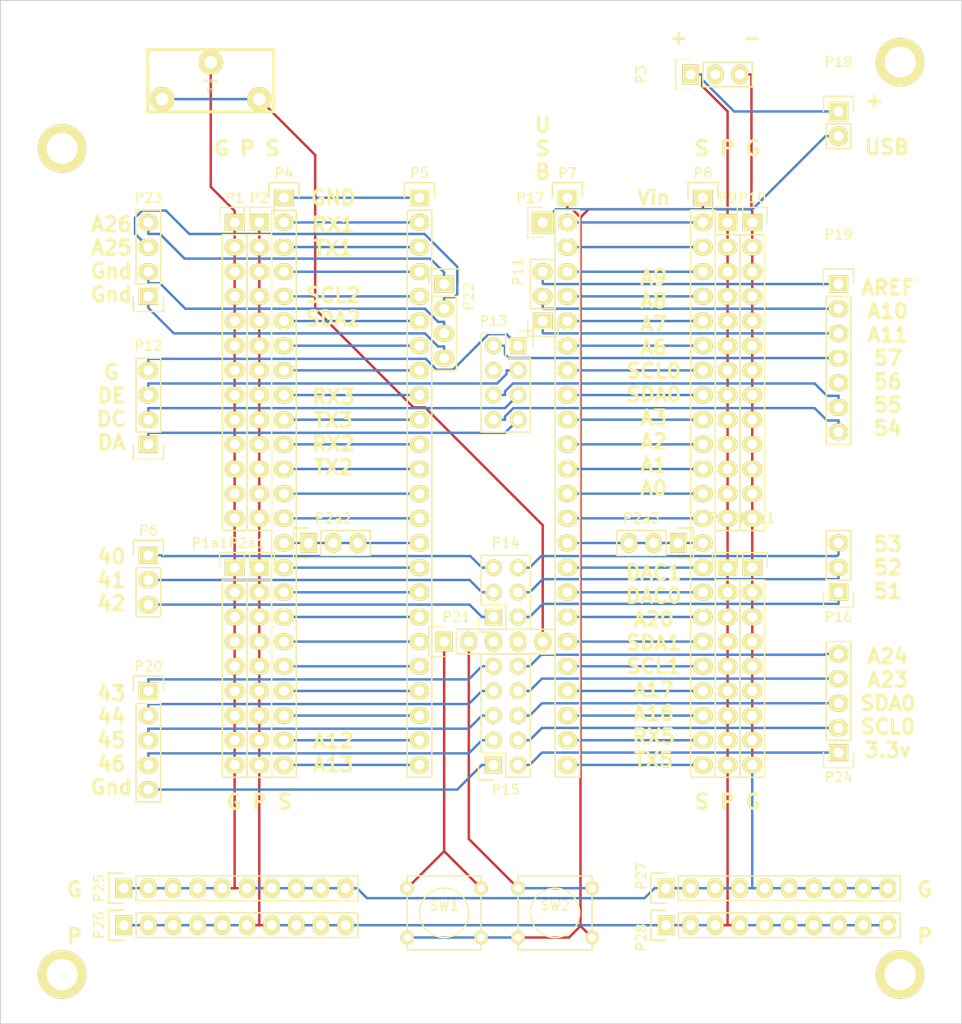
<source format=kicad_pcb>
(kicad_pcb (version 4) (host pcbnew 4.0.4-stable)

  (general
    (links 225)
    (no_connects 0)
    (area 60.909999 30.429999 160.070001 135.940001)
    (thickness 1.6)
    (drawings 27)
    (tracks 372)
    (zones 0)
    (modules 41)
    (nets 90)
  )

  (page A4)
  (layers
    (0 F.Cu signal)
    (31 B.Cu signal hide)
    (32 B.Adhes user)
    (33 F.Adhes user)
    (34 B.Paste user)
    (35 F.Paste user)
    (36 B.SilkS user)
    (37 F.SilkS user)
    (38 B.Mask user)
    (39 F.Mask user)
    (40 Dwgs.User user)
    (41 Cmts.User user)
    (42 Eco1.User user)
    (43 Eco2.User user)
    (44 Edge.Cuts user)
    (45 Margin user)
    (46 B.CrtYd user)
    (47 F.CrtYd user)
    (48 B.Fab user)
    (49 F.Fab user)
  )

  (setup
    (last_trace_width 0.25)
    (trace_clearance 0.2)
    (zone_clearance 0.508)
    (zone_45_only no)
    (trace_min 0.2)
    (segment_width 0.2)
    (edge_width 0.1)
    (via_size 0.6)
    (via_drill 0.4)
    (via_min_size 0.4)
    (via_min_drill 0.3)
    (uvia_size 0.3)
    (uvia_drill 0.1)
    (uvias_allowed no)
    (uvia_min_size 0.2)
    (uvia_min_drill 0.1)
    (pcb_text_width 0.3)
    (pcb_text_size 1.5 1.5)
    (mod_edge_width 0.15)
    (mod_text_size 1 1)
    (mod_text_width 0.15)
    (pad_size 5 5)
    (pad_drill 3.2)
    (pad_to_mask_clearance 0)
    (aux_axis_origin 0 0)
    (visible_elements 7FFFFFFF)
    (pcbplotparams
      (layerselection 0x00030_80000001)
      (usegerberextensions false)
      (excludeedgelayer true)
      (linewidth 0.100000)
      (plotframeref false)
      (viasonmask false)
      (mode 1)
      (useauxorigin false)
      (hpglpennumber 1)
      (hpglpenspeed 20)
      (hpglpendiameter 15)
      (hpglpenoverlay 2)
      (psnegative false)
      (psa4output false)
      (plotreference true)
      (plotvalue true)
      (plotinvisibletext false)
      (padsonsilk false)
      (subtractmaskfromsilk false)
      (outputformat 1)
      (mirror false)
      (drillshape 1)
      (scaleselection 1)
      (outputdirectory ""))
  )

  (net 0 "")
  (net 1 "Net-(BT1-Pad1)")
  (net 2 "Net-(BT1-Pad2)")
  (net 3 "Net-(P18-Pad1)")
  (net 4 "Net-(P2a2-Pad1)")
  (net 5 "Net-(P2a3-Pad1)")
  (net 6 "Net-(P3-Pad2)")
  (net 7 "Net-(P4-Pad1)")
  (net 8 "Net-(P4-Pad2)")
  (net 9 "Net-(P4-Pad3)")
  (net 10 "Net-(P4-Pad4)")
  (net 11 "Net-(P4-Pad5)")
  (net 12 "Net-(P4-Pad6)")
  (net 13 "Net-(P4-Pad7)")
  (net 14 "Net-(P4-Pad8)")
  (net 15 "Net-(P4-Pad9)")
  (net 16 "Net-(P4-Pad10)")
  (net 17 "Net-(P4-Pad11)")
  (net 18 "Net-(P4-Pad12)")
  (net 19 "Net-(P4-Pad13)")
  (net 20 "Net-(P4-Pad14)")
  (net 21 "Net-(P4-Pad16)")
  (net 22 "Net-(P4-Pad17)")
  (net 23 "Net-(P4-Pad18)")
  (net 24 "Net-(P4-Pad19)")
  (net 25 "Net-(P4-Pad20)")
  (net 26 "Net-(P4-Pad21)")
  (net 27 "Net-(P4-Pad22)")
  (net 28 "Net-(P4-Pad23)")
  (net 29 "Net-(P4-Pad24)")
  (net 30 "Net-(P14-Pad5)")
  (net 31 "Net-(P14-Pad3)")
  (net 32 "Net-(P14-Pad1)")
  (net 33 "Net-(P7-Pad1)")
  (net 34 "Net-(P7-Pad2)")
  (net 35 "Net-(P7-Pad3)")
  (net 36 "Net-(P7-Pad4)")
  (net 37 "Net-(P7-Pad5)")
  (net 38 "Net-(P7-Pad6)")
  (net 39 "Net-(P7-Pad7)")
  (net 40 "Net-(P7-Pad8)")
  (net 41 "Net-(P7-Pad9)")
  (net 42 "Net-(P7-Pad10)")
  (net 43 "Net-(P7-Pad11)")
  (net 44 "Net-(P7-Pad12)")
  (net 45 "Net-(P7-Pad13)")
  (net 46 "Net-(P7-Pad14)")
  (net 47 "Net-(P7-Pad16)")
  (net 48 "Net-(P7-Pad17)")
  (net 49 "Net-(P7-Pad18)")
  (net 50 "Net-(P7-Pad19)")
  (net 51 "Net-(P7-Pad20)")
  (net 52 "Net-(P7-Pad21)")
  (net 53 "Net-(P7-Pad22)")
  (net 54 "Net-(P7-Pad23)")
  (net 55 "Net-(P7-Pad24)")
  (net 56 "Net-(P11-Pad1)")
  (net 57 "Net-(P11-Pad2)")
  (net 58 "Net-(P11-Pad3)")
  (net 59 "Net-(P12-Pad1)")
  (net 60 "Net-(P12-Pad2)")
  (net 61 "Net-(P12-Pad3)")
  (net 62 "Net-(P12-Pad4)")
  (net 63 "Net-(P13-Pad2)")
  (net 64 "Net-(P13-Pad4)")
  (net 65 "Net-(P13-Pad6)")
  (net 66 "Net-(P13-Pad8)")
  (net 67 "Net-(P14-Pad2)")
  (net 68 "Net-(P14-Pad4)")
  (net 69 "Net-(P14-Pad6)")
  (net 70 "Net-(P15-Pad1)")
  (net 71 "Net-(P15-Pad2)")
  (net 72 "Net-(P15-Pad3)")
  (net 73 "Net-(P15-Pad4)")
  (net 74 "Net-(P15-Pad5)")
  (net 75 "Net-(P15-Pad6)")
  (net 76 "Net-(P15-Pad7)")
  (net 77 "Net-(P15-Pad8)")
  (net 78 "Net-(P15-Pad9)")
  (net 79 "Net-(P15-Pad10)")
  (net 80 "Net-(P17-Pad1)")
  (net 81 "Net-(P19-Pad5)")
  (net 82 "Net-(P21-Pad1)")
  (net 83 "Net-(P21-Pad2)")
  (net 84 "Net-(P21-Pad3)")
  (net 85 "Net-(P21-Pad4)")
  (net 86 "Net-(P22-Pad1)")
  (net 87 "Net-(P22-Pad2)")
  (net 88 "Net-(P22-Pad3)")
  (net 89 "Net-(P22-Pad4)")

  (net_class Default "This is the default net class."
    (clearance 0.2)
    (trace_width 0.25)
    (via_dia 0.6)
    (via_drill 0.4)
    (uvia_dia 0.3)
    (uvia_drill 0.1)
    (add_net "Net-(BT1-Pad1)")
    (add_net "Net-(BT1-Pad2)")
    (add_net "Net-(P11-Pad1)")
    (add_net "Net-(P11-Pad2)")
    (add_net "Net-(P11-Pad3)")
    (add_net "Net-(P12-Pad1)")
    (add_net "Net-(P12-Pad2)")
    (add_net "Net-(P12-Pad3)")
    (add_net "Net-(P12-Pad4)")
    (add_net "Net-(P13-Pad2)")
    (add_net "Net-(P13-Pad4)")
    (add_net "Net-(P13-Pad6)")
    (add_net "Net-(P13-Pad8)")
    (add_net "Net-(P14-Pad1)")
    (add_net "Net-(P14-Pad2)")
    (add_net "Net-(P14-Pad3)")
    (add_net "Net-(P14-Pad4)")
    (add_net "Net-(P14-Pad5)")
    (add_net "Net-(P14-Pad6)")
    (add_net "Net-(P15-Pad1)")
    (add_net "Net-(P15-Pad10)")
    (add_net "Net-(P15-Pad2)")
    (add_net "Net-(P15-Pad3)")
    (add_net "Net-(P15-Pad4)")
    (add_net "Net-(P15-Pad5)")
    (add_net "Net-(P15-Pad6)")
    (add_net "Net-(P15-Pad7)")
    (add_net "Net-(P15-Pad8)")
    (add_net "Net-(P15-Pad9)")
    (add_net "Net-(P17-Pad1)")
    (add_net "Net-(P18-Pad1)")
    (add_net "Net-(P19-Pad5)")
    (add_net "Net-(P21-Pad1)")
    (add_net "Net-(P21-Pad2)")
    (add_net "Net-(P21-Pad3)")
    (add_net "Net-(P21-Pad4)")
    (add_net "Net-(P22-Pad1)")
    (add_net "Net-(P22-Pad2)")
    (add_net "Net-(P22-Pad3)")
    (add_net "Net-(P22-Pad4)")
    (add_net "Net-(P2a2-Pad1)")
    (add_net "Net-(P2a3-Pad1)")
    (add_net "Net-(P3-Pad2)")
    (add_net "Net-(P4-Pad1)")
    (add_net "Net-(P4-Pad10)")
    (add_net "Net-(P4-Pad11)")
    (add_net "Net-(P4-Pad12)")
    (add_net "Net-(P4-Pad13)")
    (add_net "Net-(P4-Pad14)")
    (add_net "Net-(P4-Pad16)")
    (add_net "Net-(P4-Pad17)")
    (add_net "Net-(P4-Pad18)")
    (add_net "Net-(P4-Pad19)")
    (add_net "Net-(P4-Pad2)")
    (add_net "Net-(P4-Pad20)")
    (add_net "Net-(P4-Pad21)")
    (add_net "Net-(P4-Pad22)")
    (add_net "Net-(P4-Pad23)")
    (add_net "Net-(P4-Pad24)")
    (add_net "Net-(P4-Pad3)")
    (add_net "Net-(P4-Pad4)")
    (add_net "Net-(P4-Pad5)")
    (add_net "Net-(P4-Pad6)")
    (add_net "Net-(P4-Pad7)")
    (add_net "Net-(P4-Pad8)")
    (add_net "Net-(P4-Pad9)")
    (add_net "Net-(P7-Pad1)")
    (add_net "Net-(P7-Pad10)")
    (add_net "Net-(P7-Pad11)")
    (add_net "Net-(P7-Pad12)")
    (add_net "Net-(P7-Pad13)")
    (add_net "Net-(P7-Pad14)")
    (add_net "Net-(P7-Pad16)")
    (add_net "Net-(P7-Pad17)")
    (add_net "Net-(P7-Pad18)")
    (add_net "Net-(P7-Pad19)")
    (add_net "Net-(P7-Pad2)")
    (add_net "Net-(P7-Pad20)")
    (add_net "Net-(P7-Pad21)")
    (add_net "Net-(P7-Pad22)")
    (add_net "Net-(P7-Pad23)")
    (add_net "Net-(P7-Pad24)")
    (add_net "Net-(P7-Pad3)")
    (add_net "Net-(P7-Pad4)")
    (add_net "Net-(P7-Pad5)")
    (add_net "Net-(P7-Pad6)")
    (add_net "Net-(P7-Pad7)")
    (add_net "Net-(P7-Pad8)")
    (add_net "Net-(P7-Pad9)")
  )

  (module Battery_Holders:BAT_HOLDER_2032 (layer F.Cu) (tedit 5045E603) (tstamp 580FD585)
    (at 82.6287 38.7401)
    (path /57F7F26E)
    (fp_text reference BT1 (at 0 1.00076) (layer F.SilkS)
      (effects (font (size 0.29972 0.29972) (thickness 0.0762)))
    )
    (fp_text value Battery (at 0 0) (layer F.SilkS)
      (effects (font (size 0.29972 0.29972) (thickness 0.0762)))
    )
    (fp_line (start 6.49986 3.2004) (end -6.49986 3.2004) (layer F.SilkS) (width 0.29972))
    (fp_line (start 6.49986 -3.2004) (end -6.49986 -3.2004) (layer F.SilkS) (width 0.29972))
    (fp_line (start -6.49986 3.2004) (end -6.49986 -3.2004) (layer F.SilkS) (width 0.29972))
    (fp_line (start 6.49986 3.2004) (end 6.49986 -3.2004) (layer F.SilkS) (width 0.29972))
    (fp_line (start -11.39952 -3.2004) (end 11.39952 -3.2004) (layer F.SilkS) (width 0.01016))
    (fp_line (start 11.39952 -3.2004) (end 11.39952 3.2004) (layer F.SilkS) (width 0.01016))
    (fp_line (start 11.39952 3.2004) (end -11.39952 3.2004) (layer F.SilkS) (width 0.01016))
    (fp_line (start -11.39952 3.2004) (end -11.39952 -3.2004) (layer F.SilkS) (width 0.01016))
    (pad 1 thru_hole circle (at -5.00126 1.89992) (size 2.49936 2.49936) (drill 1.30048) (layers *.Cu *.Mask F.SilkS)
      (net 1 "Net-(BT1-Pad1)"))
    (pad 2 thru_hole circle (at 0 -1.89992) (size 2.49936 2.49936) (drill 1.30048) (layers *.Cu *.Mask F.SilkS)
      (net 2 "Net-(BT1-Pad2)"))
    (pad 1 thru_hole circle (at 5.00126 1.89992) (size 2.49936 2.49936) (drill 1.30048) (layers *.Cu *.Mask F.SilkS)
      (net 1 "Net-(BT1-Pad1)"))
  )

  (module Pin_Headers:Pin_Header_Straight_1x13 (layer F.Cu) (tedit 580FDB7E) (tstamp 580FD596)
    (at 85.09 53.34)
    (descr "Through hole pin header")
    (tags "pin header")
    (path /57F99DE5)
    (fp_text reference P1 (at 0 -2.54) (layer F.SilkS)
      (effects (font (size 1 1) (thickness 0.15)))
    )
    (fp_text value CONN_01X13 (at -3.81 -3.81 90) (layer F.Fab)
      (effects (font (size 1 1) (thickness 0.15)))
    )
    (fp_line (start -1.75 -1.75) (end -1.75 32.25) (layer F.CrtYd) (width 0.05))
    (fp_line (start 1.75 -1.75) (end 1.75 32.25) (layer F.CrtYd) (width 0.05))
    (fp_line (start -1.75 -1.75) (end 1.75 -1.75) (layer F.CrtYd) (width 0.05))
    (fp_line (start -1.75 32.25) (end 1.75 32.25) (layer F.CrtYd) (width 0.05))
    (fp_line (start -1.27 1.27) (end -1.27 31.75) (layer F.SilkS) (width 0.15))
    (fp_line (start -1.27 31.75) (end 1.27 31.75) (layer F.SilkS) (width 0.15))
    (fp_line (start 1.27 31.75) (end 1.27 1.27) (layer F.SilkS) (width 0.15))
    (fp_line (start 1.55 -1.55) (end 1.55 0) (layer F.SilkS) (width 0.15))
    (fp_line (start 1.27 1.27) (end -1.27 1.27) (layer F.SilkS) (width 0.15))
    (fp_line (start -1.55 0) (end -1.55 -1.55) (layer F.SilkS) (width 0.15))
    (fp_line (start -1.55 -1.55) (end 1.55 -1.55) (layer F.SilkS) (width 0.15))
    (pad 1 thru_hole rect (at 0 0) (size 2.032 1.7272) (drill 1.016) (layers *.Cu *.Mask F.SilkS)
      (net 2 "Net-(BT1-Pad2)"))
    (pad 2 thru_hole oval (at 0 2.54) (size 2.032 1.7272) (drill 1.016) (layers *.Cu *.Mask F.SilkS)
      (net 2 "Net-(BT1-Pad2)"))
    (pad 3 thru_hole oval (at 0 5.08) (size 2.032 1.7272) (drill 1.016) (layers *.Cu *.Mask F.SilkS)
      (net 2 "Net-(BT1-Pad2)"))
    (pad 4 thru_hole oval (at 0 7.62) (size 2.032 1.7272) (drill 1.016) (layers *.Cu *.Mask F.SilkS)
      (net 2 "Net-(BT1-Pad2)"))
    (pad 5 thru_hole oval (at 0 10.16) (size 2.032 1.7272) (drill 1.016) (layers *.Cu *.Mask F.SilkS)
      (net 2 "Net-(BT1-Pad2)"))
    (pad 6 thru_hole oval (at 0 12.7) (size 2.032 1.7272) (drill 1.016) (layers *.Cu *.Mask F.SilkS)
      (net 2 "Net-(BT1-Pad2)"))
    (pad 7 thru_hole oval (at 0 15.24) (size 2.032 1.7272) (drill 1.016) (layers *.Cu *.Mask F.SilkS)
      (net 2 "Net-(BT1-Pad2)"))
    (pad 8 thru_hole oval (at 0 17.78) (size 2.032 1.7272) (drill 1.016) (layers *.Cu *.Mask F.SilkS)
      (net 2 "Net-(BT1-Pad2)"))
    (pad 9 thru_hole oval (at 0 20.32) (size 2.032 1.7272) (drill 1.016) (layers *.Cu *.Mask F.SilkS)
      (net 2 "Net-(BT1-Pad2)"))
    (pad 10 thru_hole oval (at 0 22.86) (size 2.032 1.7272) (drill 1.016) (layers *.Cu *.Mask F.SilkS)
      (net 2 "Net-(BT1-Pad2)"))
    (pad 11 thru_hole oval (at 0 25.4) (size 2.032 1.7272) (drill 1.016) (layers *.Cu *.Mask F.SilkS)
      (net 2 "Net-(BT1-Pad2)"))
    (pad 12 thru_hole oval (at 0 27.94) (size 2.032 1.7272) (drill 1.016) (layers *.Cu *.Mask F.SilkS)
      (net 2 "Net-(BT1-Pad2)"))
    (pad 13 thru_hole oval (at 0 30.48) (size 2.032 1.7272) (drill 1.016) (layers *.Cu *.Mask F.SilkS)
      (net 2 "Net-(BT1-Pad2)"))
    (model Pin_Headers.3dshapes/Pin_Header_Straight_1x13.wrl
      (at (xyz 0 -0.6 0))
      (scale (xyz 1 1 1))
      (rotate (xyz 0 0 90))
    )
  )

  (module Pin_Headers:Pin_Header_Straight_1x09 (layer F.Cu) (tedit 580FDC08) (tstamp 580FD5A3)
    (at 85.09 88.9)
    (descr "Through hole pin header")
    (tags "pin header")
    (path /57F99DF1)
    (fp_text reference P1a1 (at -2.54 -2.54) (layer F.SilkS)
      (effects (font (size 1 1) (thickness 0.15)))
    )
    (fp_text value CONN_01X09 (at -2.54 6.35 90) (layer F.Fab)
      (effects (font (size 1 1) (thickness 0.15)))
    )
    (fp_line (start -1.75 -1.75) (end -1.75 22.1) (layer F.CrtYd) (width 0.05))
    (fp_line (start 1.75 -1.75) (end 1.75 22.1) (layer F.CrtYd) (width 0.05))
    (fp_line (start -1.75 -1.75) (end 1.75 -1.75) (layer F.CrtYd) (width 0.05))
    (fp_line (start -1.75 22.1) (end 1.75 22.1) (layer F.CrtYd) (width 0.05))
    (fp_line (start 1.27 1.27) (end 1.27 21.59) (layer F.SilkS) (width 0.15))
    (fp_line (start 1.27 21.59) (end -1.27 21.59) (layer F.SilkS) (width 0.15))
    (fp_line (start -1.27 21.59) (end -1.27 1.27) (layer F.SilkS) (width 0.15))
    (fp_line (start 1.55 -1.55) (end 1.55 0) (layer F.SilkS) (width 0.15))
    (fp_line (start 1.27 1.27) (end -1.27 1.27) (layer F.SilkS) (width 0.15))
    (fp_line (start -1.55 0) (end -1.55 -1.55) (layer F.SilkS) (width 0.15))
    (fp_line (start -1.55 -1.55) (end 1.55 -1.55) (layer F.SilkS) (width 0.15))
    (pad 1 thru_hole rect (at 0 0) (size 2.032 1.7272) (drill 1.016) (layers *.Cu *.Mask F.SilkS)
      (net 2 "Net-(BT1-Pad2)"))
    (pad 2 thru_hole oval (at 0 2.54) (size 2.032 1.7272) (drill 1.016) (layers *.Cu *.Mask F.SilkS)
      (net 2 "Net-(BT1-Pad2)"))
    (pad 3 thru_hole oval (at 0 5.08) (size 2.032 1.7272) (drill 1.016) (layers *.Cu *.Mask F.SilkS)
      (net 2 "Net-(BT1-Pad2)"))
    (pad 4 thru_hole oval (at 0 7.62) (size 2.032 1.7272) (drill 1.016) (layers *.Cu *.Mask F.SilkS)
      (net 2 "Net-(BT1-Pad2)"))
    (pad 5 thru_hole oval (at 0 10.16) (size 2.032 1.7272) (drill 1.016) (layers *.Cu *.Mask F.SilkS)
      (net 2 "Net-(BT1-Pad2)"))
    (pad 6 thru_hole oval (at 0 12.7) (size 2.032 1.7272) (drill 1.016) (layers *.Cu *.Mask F.SilkS)
      (net 2 "Net-(BT1-Pad2)"))
    (pad 7 thru_hole oval (at 0 15.24) (size 2.032 1.7272) (drill 1.016) (layers *.Cu *.Mask F.SilkS)
      (net 2 "Net-(BT1-Pad2)"))
    (pad 8 thru_hole oval (at 0 17.78) (size 2.032 1.7272) (drill 1.016) (layers *.Cu *.Mask F.SilkS)
      (net 2 "Net-(BT1-Pad2)"))
    (pad 9 thru_hole oval (at 0 20.32) (size 2.032 1.7272) (drill 1.016) (layers *.Cu *.Mask F.SilkS)
      (net 2 "Net-(BT1-Pad2)"))
    (model Pin_Headers.3dshapes/Pin_Header_Straight_1x09.wrl
      (at (xyz 0 -0.4 0))
      (scale (xyz 1 1 1))
      (rotate (xyz 0 0 90))
    )
  )

  (module Pin_Headers:Pin_Header_Straight_1x13 (layer F.Cu) (tedit 580FDB9F) (tstamp 580FD5B4)
    (at 87.63 53.34)
    (descr "Through hole pin header")
    (tags "pin header")
    (path /57F99DDF)
    (fp_text reference P2 (at 0 -2.54) (layer F.SilkS)
      (effects (font (size 1 1) (thickness 0.15)))
    )
    (fp_text value CONN_01X13 (at -5.08 -1.27 90) (layer F.Fab)
      (effects (font (size 1 1) (thickness 0.15)))
    )
    (fp_line (start -1.75 -1.75) (end -1.75 32.25) (layer F.CrtYd) (width 0.05))
    (fp_line (start 1.75 -1.75) (end 1.75 32.25) (layer F.CrtYd) (width 0.05))
    (fp_line (start -1.75 -1.75) (end 1.75 -1.75) (layer F.CrtYd) (width 0.05))
    (fp_line (start -1.75 32.25) (end 1.75 32.25) (layer F.CrtYd) (width 0.05))
    (fp_line (start -1.27 1.27) (end -1.27 31.75) (layer F.SilkS) (width 0.15))
    (fp_line (start -1.27 31.75) (end 1.27 31.75) (layer F.SilkS) (width 0.15))
    (fp_line (start 1.27 31.75) (end 1.27 1.27) (layer F.SilkS) (width 0.15))
    (fp_line (start 1.55 -1.55) (end 1.55 0) (layer F.SilkS) (width 0.15))
    (fp_line (start 1.27 1.27) (end -1.27 1.27) (layer F.SilkS) (width 0.15))
    (fp_line (start -1.55 0) (end -1.55 -1.55) (layer F.SilkS) (width 0.15))
    (fp_line (start -1.55 -1.55) (end 1.55 -1.55) (layer F.SilkS) (width 0.15))
    (pad 1 thru_hole rect (at 0 0) (size 2.032 1.7272) (drill 1.016) (layers *.Cu *.Mask F.SilkS)
      (net 3 "Net-(P18-Pad1)"))
    (pad 2 thru_hole oval (at 0 2.54) (size 2.032 1.7272) (drill 1.016) (layers *.Cu *.Mask F.SilkS)
      (net 3 "Net-(P18-Pad1)"))
    (pad 3 thru_hole oval (at 0 5.08) (size 2.032 1.7272) (drill 1.016) (layers *.Cu *.Mask F.SilkS)
      (net 3 "Net-(P18-Pad1)"))
    (pad 4 thru_hole oval (at 0 7.62) (size 2.032 1.7272) (drill 1.016) (layers *.Cu *.Mask F.SilkS)
      (net 3 "Net-(P18-Pad1)"))
    (pad 5 thru_hole oval (at 0 10.16) (size 2.032 1.7272) (drill 1.016) (layers *.Cu *.Mask F.SilkS)
      (net 3 "Net-(P18-Pad1)"))
    (pad 6 thru_hole oval (at 0 12.7) (size 2.032 1.7272) (drill 1.016) (layers *.Cu *.Mask F.SilkS)
      (net 3 "Net-(P18-Pad1)"))
    (pad 7 thru_hole oval (at 0 15.24) (size 2.032 1.7272) (drill 1.016) (layers *.Cu *.Mask F.SilkS)
      (net 3 "Net-(P18-Pad1)"))
    (pad 8 thru_hole oval (at 0 17.78) (size 2.032 1.7272) (drill 1.016) (layers *.Cu *.Mask F.SilkS)
      (net 3 "Net-(P18-Pad1)"))
    (pad 9 thru_hole oval (at 0 20.32) (size 2.032 1.7272) (drill 1.016) (layers *.Cu *.Mask F.SilkS)
      (net 3 "Net-(P18-Pad1)"))
    (pad 10 thru_hole oval (at 0 22.86) (size 2.032 1.7272) (drill 1.016) (layers *.Cu *.Mask F.SilkS)
      (net 3 "Net-(P18-Pad1)"))
    (pad 11 thru_hole oval (at 0 25.4) (size 2.032 1.7272) (drill 1.016) (layers *.Cu *.Mask F.SilkS)
      (net 3 "Net-(P18-Pad1)"))
    (pad 12 thru_hole oval (at 0 27.94) (size 2.032 1.7272) (drill 1.016) (layers *.Cu *.Mask F.SilkS)
      (net 3 "Net-(P18-Pad1)"))
    (pad 13 thru_hole oval (at 0 30.48) (size 2.032 1.7272) (drill 1.016) (layers *.Cu *.Mask F.SilkS)
      (net 3 "Net-(P18-Pad1)"))
    (model Pin_Headers.3dshapes/Pin_Header_Straight_1x13.wrl
      (at (xyz 0 -0.6 0))
      (scale (xyz 1 1 1))
      (rotate (xyz 0 0 90))
    )
  )

  (module Pin_Headers:Pin_Header_Straight_1x09 (layer F.Cu) (tedit 580FDC6A) (tstamp 580FD5C1)
    (at 87.63 88.9)
    (descr "Through hole pin header")
    (tags "pin header")
    (path /57F99DEB)
    (fp_text reference P2a1 (at -1.27 -2.54) (layer F.SilkS)
      (effects (font (size 1 1) (thickness 0.15)))
    )
    (fp_text value CONN_01X09 (at -6.35 7.62 90) (layer F.Fab)
      (effects (font (size 1 1) (thickness 0.15)))
    )
    (fp_line (start -1.75 -1.75) (end -1.75 22.1) (layer F.CrtYd) (width 0.05))
    (fp_line (start 1.75 -1.75) (end 1.75 22.1) (layer F.CrtYd) (width 0.05))
    (fp_line (start -1.75 -1.75) (end 1.75 -1.75) (layer F.CrtYd) (width 0.05))
    (fp_line (start -1.75 22.1) (end 1.75 22.1) (layer F.CrtYd) (width 0.05))
    (fp_line (start 1.27 1.27) (end 1.27 21.59) (layer F.SilkS) (width 0.15))
    (fp_line (start 1.27 21.59) (end -1.27 21.59) (layer F.SilkS) (width 0.15))
    (fp_line (start -1.27 21.59) (end -1.27 1.27) (layer F.SilkS) (width 0.15))
    (fp_line (start 1.55 -1.55) (end 1.55 0) (layer F.SilkS) (width 0.15))
    (fp_line (start 1.27 1.27) (end -1.27 1.27) (layer F.SilkS) (width 0.15))
    (fp_line (start -1.55 0) (end -1.55 -1.55) (layer F.SilkS) (width 0.15))
    (fp_line (start -1.55 -1.55) (end 1.55 -1.55) (layer F.SilkS) (width 0.15))
    (pad 1 thru_hole rect (at 0 0) (size 2.032 1.7272) (drill 1.016) (layers *.Cu *.Mask F.SilkS)
      (net 3 "Net-(P18-Pad1)"))
    (pad 2 thru_hole oval (at 0 2.54) (size 2.032 1.7272) (drill 1.016) (layers *.Cu *.Mask F.SilkS)
      (net 3 "Net-(P18-Pad1)"))
    (pad 3 thru_hole oval (at 0 5.08) (size 2.032 1.7272) (drill 1.016) (layers *.Cu *.Mask F.SilkS)
      (net 3 "Net-(P18-Pad1)"))
    (pad 4 thru_hole oval (at 0 7.62) (size 2.032 1.7272) (drill 1.016) (layers *.Cu *.Mask F.SilkS)
      (net 3 "Net-(P18-Pad1)"))
    (pad 5 thru_hole oval (at 0 10.16) (size 2.032 1.7272) (drill 1.016) (layers *.Cu *.Mask F.SilkS)
      (net 3 "Net-(P18-Pad1)"))
    (pad 6 thru_hole oval (at 0 12.7) (size 2.032 1.7272) (drill 1.016) (layers *.Cu *.Mask F.SilkS)
      (net 3 "Net-(P18-Pad1)"))
    (pad 7 thru_hole oval (at 0 15.24) (size 2.032 1.7272) (drill 1.016) (layers *.Cu *.Mask F.SilkS)
      (net 3 "Net-(P18-Pad1)"))
    (pad 8 thru_hole oval (at 0 17.78) (size 2.032 1.7272) (drill 1.016) (layers *.Cu *.Mask F.SilkS)
      (net 3 "Net-(P18-Pad1)"))
    (pad 9 thru_hole oval (at 0 20.32) (size 2.032 1.7272) (drill 1.016) (layers *.Cu *.Mask F.SilkS)
      (net 3 "Net-(P18-Pad1)"))
    (model Pin_Headers.3dshapes/Pin_Header_Straight_1x09.wrl
      (at (xyz 0 -0.4 0))
      (scale (xyz 1 1 1))
      (rotate (xyz 0 0 90))
    )
  )

  (module Pin_Headers:Pin_Header_Straight_1x03 (layer F.Cu) (tedit 580FDC61) (tstamp 580FD5C8)
    (at 92.71 86.36 90)
    (descr "Through hole pin header")
    (tags "pin header")
    (path /57F88688)
    (fp_text reference P2a2 (at 2.54 2.54 180) (layer F.SilkS)
      (effects (font (size 1 1) (thickness 0.15)))
    )
    (fp_text value CONN_01X03 (at -6.35 2.54 90) (layer F.Fab)
      (effects (font (size 1 1) (thickness 0.15)))
    )
    (fp_line (start -1.75 -1.75) (end -1.75 6.85) (layer F.CrtYd) (width 0.05))
    (fp_line (start 1.75 -1.75) (end 1.75 6.85) (layer F.CrtYd) (width 0.05))
    (fp_line (start -1.75 -1.75) (end 1.75 -1.75) (layer F.CrtYd) (width 0.05))
    (fp_line (start -1.75 6.85) (end 1.75 6.85) (layer F.CrtYd) (width 0.05))
    (fp_line (start -1.27 1.27) (end -1.27 6.35) (layer F.SilkS) (width 0.15))
    (fp_line (start -1.27 6.35) (end 1.27 6.35) (layer F.SilkS) (width 0.15))
    (fp_line (start 1.27 6.35) (end 1.27 1.27) (layer F.SilkS) (width 0.15))
    (fp_line (start 1.55 -1.55) (end 1.55 0) (layer F.SilkS) (width 0.15))
    (fp_line (start 1.27 1.27) (end -1.27 1.27) (layer F.SilkS) (width 0.15))
    (fp_line (start -1.55 0) (end -1.55 -1.55) (layer F.SilkS) (width 0.15))
    (fp_line (start -1.55 -1.55) (end 1.55 -1.55) (layer F.SilkS) (width 0.15))
    (pad 1 thru_hole rect (at 0 0 90) (size 2.032 1.7272) (drill 1.016) (layers *.Cu *.Mask F.SilkS)
      (net 4 "Net-(P2a2-Pad1)"))
    (pad 2 thru_hole oval (at 0 2.54 90) (size 2.032 1.7272) (drill 1.016) (layers *.Cu *.Mask F.SilkS)
      (net 4 "Net-(P2a2-Pad1)"))
    (pad 3 thru_hole oval (at 0 5.08 90) (size 2.032 1.7272) (drill 1.016) (layers *.Cu *.Mask F.SilkS)
      (net 4 "Net-(P2a2-Pad1)"))
    (model Pin_Headers.3dshapes/Pin_Header_Straight_1x03.wrl
      (at (xyz 0 -0.1 0))
      (scale (xyz 1 1 1))
      (rotate (xyz 0 0 90))
    )
  )

  (module Pin_Headers:Pin_Header_Straight_1x03 (layer F.Cu) (tedit 0) (tstamp 580FD5CF)
    (at 130.81 86.36 270)
    (descr "Through hole pin header")
    (tags "pin header")
    (path /57FA8654)
    (fp_text reference P2a3 (at -2.54 3.81 360) (layer F.SilkS)
      (effects (font (size 1 1) (thickness 0.15)))
    )
    (fp_text value CONN_01X03 (at 0 7.62 270) (layer F.Fab)
      (effects (font (size 1 1) (thickness 0.15)))
    )
    (fp_line (start -1.75 -1.75) (end -1.75 6.85) (layer F.CrtYd) (width 0.05))
    (fp_line (start 1.75 -1.75) (end 1.75 6.85) (layer F.CrtYd) (width 0.05))
    (fp_line (start -1.75 -1.75) (end 1.75 -1.75) (layer F.CrtYd) (width 0.05))
    (fp_line (start -1.75 6.85) (end 1.75 6.85) (layer F.CrtYd) (width 0.05))
    (fp_line (start -1.27 1.27) (end -1.27 6.35) (layer F.SilkS) (width 0.15))
    (fp_line (start -1.27 6.35) (end 1.27 6.35) (layer F.SilkS) (width 0.15))
    (fp_line (start 1.27 6.35) (end 1.27 1.27) (layer F.SilkS) (width 0.15))
    (fp_line (start 1.55 -1.55) (end 1.55 0) (layer F.SilkS) (width 0.15))
    (fp_line (start 1.27 1.27) (end -1.27 1.27) (layer F.SilkS) (width 0.15))
    (fp_line (start -1.55 0) (end -1.55 -1.55) (layer F.SilkS) (width 0.15))
    (fp_line (start -1.55 -1.55) (end 1.55 -1.55) (layer F.SilkS) (width 0.15))
    (pad 1 thru_hole rect (at 0 0 270) (size 2.032 1.7272) (drill 1.016) (layers *.Cu *.Mask F.SilkS)
      (net 5 "Net-(P2a3-Pad1)"))
    (pad 2 thru_hole oval (at 0 2.54 270) (size 2.032 1.7272) (drill 1.016) (layers *.Cu *.Mask F.SilkS)
      (net 5 "Net-(P2a3-Pad1)"))
    (pad 3 thru_hole oval (at 0 5.08 270) (size 2.032 1.7272) (drill 1.016) (layers *.Cu *.Mask F.SilkS)
      (net 5 "Net-(P2a3-Pad1)"))
    (model Pin_Headers.3dshapes/Pin_Header_Straight_1x03.wrl
      (at (xyz 0 -0.1 0))
      (scale (xyz 1 1 1))
      (rotate (xyz 0 0 90))
    )
  )

  (module Pin_Headers:Pin_Header_Straight_1x03 (layer F.Cu) (tedit 0) (tstamp 580FD5D6)
    (at 132.08 38.1 90)
    (descr "Through hole pin header")
    (tags "pin header")
    (path /57F5BF7D)
    (fp_text reference P3 (at 0 -5.1 90) (layer F.SilkS)
      (effects (font (size 1 1) (thickness 0.15)))
    )
    (fp_text value CONN_01X03 (at 0 -3.1 90) (layer F.Fab)
      (effects (font (size 1 1) (thickness 0.15)))
    )
    (fp_line (start -1.75 -1.75) (end -1.75 6.85) (layer F.CrtYd) (width 0.05))
    (fp_line (start 1.75 -1.75) (end 1.75 6.85) (layer F.CrtYd) (width 0.05))
    (fp_line (start -1.75 -1.75) (end 1.75 -1.75) (layer F.CrtYd) (width 0.05))
    (fp_line (start -1.75 6.85) (end 1.75 6.85) (layer F.CrtYd) (width 0.05))
    (fp_line (start -1.27 1.27) (end -1.27 6.35) (layer F.SilkS) (width 0.15))
    (fp_line (start -1.27 6.35) (end 1.27 6.35) (layer F.SilkS) (width 0.15))
    (fp_line (start 1.27 6.35) (end 1.27 1.27) (layer F.SilkS) (width 0.15))
    (fp_line (start 1.55 -1.55) (end 1.55 0) (layer F.SilkS) (width 0.15))
    (fp_line (start 1.27 1.27) (end -1.27 1.27) (layer F.SilkS) (width 0.15))
    (fp_line (start -1.55 0) (end -1.55 -1.55) (layer F.SilkS) (width 0.15))
    (fp_line (start -1.55 -1.55) (end 1.55 -1.55) (layer F.SilkS) (width 0.15))
    (pad 1 thru_hole rect (at 0 0 90) (size 2.032 1.7272) (drill 1.016) (layers *.Cu *.Mask F.SilkS)
      (net 3 "Net-(P18-Pad1)"))
    (pad 2 thru_hole oval (at 0 2.54 90) (size 2.032 1.7272) (drill 1.016) (layers *.Cu *.Mask F.SilkS)
      (net 6 "Net-(P3-Pad2)"))
    (pad 3 thru_hole oval (at 0 5.08 90) (size 2.032 1.7272) (drill 1.016) (layers *.Cu *.Mask F.SilkS)
      (net 2 "Net-(BT1-Pad2)"))
    (model Pin_Headers.3dshapes/Pin_Header_Straight_1x03.wrl
      (at (xyz 0 -0.1 0))
      (scale (xyz 1 1 1))
      (rotate (xyz 0 0 90))
    )
  )

  (module Pin_Headers:Pin_Header_Straight_1x24 (layer F.Cu) (tedit 580FDE51) (tstamp 580FD5F2)
    (at 90.17 50.8)
    (descr "Through hole pin header")
    (tags "pin header")
    (path /57F3265A)
    (fp_text reference P4 (at 0 -2.54) (layer F.SilkS)
      (effects (font (size 1 1) (thickness 0.15)))
    )
    (fp_text value CONN_01X24 (at 2.54 -3.81 180) (layer F.Fab)
      (effects (font (size 1 1) (thickness 0.15)))
    )
    (fp_line (start -1.75 -1.75) (end -1.75 60.2) (layer F.CrtYd) (width 0.05))
    (fp_line (start 1.75 -1.75) (end 1.75 60.2) (layer F.CrtYd) (width 0.05))
    (fp_line (start -1.75 -1.75) (end 1.75 -1.75) (layer F.CrtYd) (width 0.05))
    (fp_line (start -1.75 60.2) (end 1.75 60.2) (layer F.CrtYd) (width 0.05))
    (fp_line (start 1.27 1.27) (end 1.27 59.69) (layer F.SilkS) (width 0.15))
    (fp_line (start -1.27 1.27) (end -1.27 59.69) (layer F.SilkS) (width 0.15))
    (fp_line (start -1.27 59.69) (end 1.27 59.69) (layer F.SilkS) (width 0.15))
    (fp_line (start 1.55 -1.55) (end 1.55 0) (layer F.SilkS) (width 0.15))
    (fp_line (start 1.27 1.27) (end -1.27 1.27) (layer F.SilkS) (width 0.15))
    (fp_line (start -1.55 0) (end -1.55 -1.55) (layer F.SilkS) (width 0.15))
    (fp_line (start -1.55 -1.55) (end 1.55 -1.55) (layer F.SilkS) (width 0.15))
    (pad 1 thru_hole rect (at 0 0) (size 2.032 1.7272) (drill 1.016) (layers *.Cu *.Mask F.SilkS)
      (net 7 "Net-(P4-Pad1)"))
    (pad 2 thru_hole oval (at 0 2.54) (size 2.032 1.7272) (drill 1.016) (layers *.Cu *.Mask F.SilkS)
      (net 8 "Net-(P4-Pad2)"))
    (pad 3 thru_hole oval (at 0 5.08) (size 2.032 1.7272) (drill 1.016) (layers *.Cu *.Mask F.SilkS)
      (net 9 "Net-(P4-Pad3)"))
    (pad 4 thru_hole oval (at 0 7.62) (size 2.032 1.7272) (drill 1.016) (layers *.Cu *.Mask F.SilkS)
      (net 10 "Net-(P4-Pad4)"))
    (pad 5 thru_hole oval (at 0 10.16) (size 2.032 1.7272) (drill 1.016) (layers *.Cu *.Mask F.SilkS)
      (net 11 "Net-(P4-Pad5)"))
    (pad 6 thru_hole oval (at 0 12.7) (size 2.032 1.7272) (drill 1.016) (layers *.Cu *.Mask F.SilkS)
      (net 12 "Net-(P4-Pad6)"))
    (pad 7 thru_hole oval (at 0 15.24) (size 2.032 1.7272) (drill 1.016) (layers *.Cu *.Mask F.SilkS)
      (net 13 "Net-(P4-Pad7)"))
    (pad 8 thru_hole oval (at 0 17.78) (size 2.032 1.7272) (drill 1.016) (layers *.Cu *.Mask F.SilkS)
      (net 14 "Net-(P4-Pad8)"))
    (pad 9 thru_hole oval (at 0 20.32) (size 2.032 1.7272) (drill 1.016) (layers *.Cu *.Mask F.SilkS)
      (net 15 "Net-(P4-Pad9)"))
    (pad 10 thru_hole oval (at 0 22.86) (size 2.032 1.7272) (drill 1.016) (layers *.Cu *.Mask F.SilkS)
      (net 16 "Net-(P4-Pad10)"))
    (pad 11 thru_hole oval (at 0 25.4) (size 2.032 1.7272) (drill 1.016) (layers *.Cu *.Mask F.SilkS)
      (net 17 "Net-(P4-Pad11)"))
    (pad 12 thru_hole oval (at 0 27.94) (size 2.032 1.7272) (drill 1.016) (layers *.Cu *.Mask F.SilkS)
      (net 18 "Net-(P4-Pad12)"))
    (pad 13 thru_hole oval (at 0 30.48) (size 2.032 1.7272) (drill 1.016) (layers *.Cu *.Mask F.SilkS)
      (net 19 "Net-(P4-Pad13)"))
    (pad 14 thru_hole oval (at 0 33.02) (size 2.032 1.7272) (drill 1.016) (layers *.Cu *.Mask F.SilkS)
      (net 20 "Net-(P4-Pad14)"))
    (pad 15 thru_hole oval (at 0 35.56) (size 2.032 1.7272) (drill 1.016) (layers *.Cu *.Mask F.SilkS)
      (net 4 "Net-(P2a2-Pad1)"))
    (pad 16 thru_hole oval (at 0 38.1) (size 2.032 1.7272) (drill 1.016) (layers *.Cu *.Mask F.SilkS)
      (net 21 "Net-(P4-Pad16)"))
    (pad 17 thru_hole oval (at 0 40.64) (size 2.032 1.7272) (drill 1.016) (layers *.Cu *.Mask F.SilkS)
      (net 22 "Net-(P4-Pad17)"))
    (pad 18 thru_hole oval (at 0 43.18) (size 2.032 1.7272) (drill 1.016) (layers *.Cu *.Mask F.SilkS)
      (net 23 "Net-(P4-Pad18)"))
    (pad 19 thru_hole oval (at 0 45.72) (size 2.032 1.7272) (drill 1.016) (layers *.Cu *.Mask F.SilkS)
      (net 24 "Net-(P4-Pad19)"))
    (pad 20 thru_hole oval (at 0 48.26) (size 2.032 1.7272) (drill 1.016) (layers *.Cu *.Mask F.SilkS)
      (net 25 "Net-(P4-Pad20)"))
    (pad 21 thru_hole oval (at 0 50.8) (size 2.032 1.7272) (drill 1.016) (layers *.Cu *.Mask F.SilkS)
      (net 26 "Net-(P4-Pad21)"))
    (pad 22 thru_hole oval (at 0 53.34) (size 2.032 1.7272) (drill 1.016) (layers *.Cu *.Mask F.SilkS)
      (net 27 "Net-(P4-Pad22)"))
    (pad 23 thru_hole oval (at 0 55.88) (size 2.032 1.7272) (drill 1.016) (layers *.Cu *.Mask F.SilkS)
      (net 28 "Net-(P4-Pad23)"))
    (pad 24 thru_hole oval (at 0 58.42) (size 2.032 1.7272) (drill 1.016) (layers *.Cu *.Mask F.SilkS)
      (net 29 "Net-(P4-Pad24)"))
    (model Pin_Headers.3dshapes/Pin_Header_Straight_1x24.wrl
      (at (xyz 0 -1.15 0))
      (scale (xyz 1 1 1))
      (rotate (xyz 0 0 90))
    )
  )

  (module Socket_Strips:Socket_Strip_Straight_1x24 (layer F.Cu) (tedit 580FDC7C) (tstamp 580FD60E)
    (at 104.14 50.8 270)
    (descr "Through hole socket strip")
    (tags "socket strip")
    (path /57F31F19)
    (fp_text reference P5 (at -2.54 0 360) (layer F.SilkS)
      (effects (font (size 1 1) (thickness 0.15)))
    )
    (fp_text value CONN_01X24 (at 0 -3.1 270) (layer F.Fab)
      (effects (font (size 1 1) (thickness 0.15)))
    )
    (fp_line (start -1.75 -1.75) (end -1.75 1.75) (layer F.CrtYd) (width 0.05))
    (fp_line (start 60.2 -1.75) (end 60.2 1.75) (layer F.CrtYd) (width 0.05))
    (fp_line (start -1.75 -1.75) (end 60.2 -1.75) (layer F.CrtYd) (width 0.05))
    (fp_line (start -1.75 1.75) (end 60.2 1.75) (layer F.CrtYd) (width 0.05))
    (fp_line (start 1.27 1.27) (end 59.69 1.27) (layer F.SilkS) (width 0.15))
    (fp_line (start 1.27 -1.27) (end 59.69 -1.27) (layer F.SilkS) (width 0.15))
    (fp_line (start 59.69 -1.27) (end 59.69 1.27) (layer F.SilkS) (width 0.15))
    (fp_line (start -1.55 1.55) (end 0 1.55) (layer F.SilkS) (width 0.15))
    (fp_line (start 1.27 1.27) (end 1.27 -1.27) (layer F.SilkS) (width 0.15))
    (fp_line (start 0 -1.55) (end -1.55 -1.55) (layer F.SilkS) (width 0.15))
    (fp_line (start -1.55 -1.55) (end -1.55 1.55) (layer F.SilkS) (width 0.15))
    (pad 1 thru_hole rect (at 0 0 270) (size 1.7272 2.032) (drill 1.016) (layers *.Cu *.Mask F.SilkS)
      (net 7 "Net-(P4-Pad1)"))
    (pad 2 thru_hole oval (at 2.54 0 270) (size 1.7272 2.032) (drill 1.016) (layers *.Cu *.Mask F.SilkS)
      (net 8 "Net-(P4-Pad2)"))
    (pad 3 thru_hole oval (at 5.08 0 270) (size 1.7272 2.032) (drill 1.016) (layers *.Cu *.Mask F.SilkS)
      (net 9 "Net-(P4-Pad3)"))
    (pad 4 thru_hole oval (at 7.62 0 270) (size 1.7272 2.032) (drill 1.016) (layers *.Cu *.Mask F.SilkS)
      (net 10 "Net-(P4-Pad4)"))
    (pad 5 thru_hole oval (at 10.16 0 270) (size 1.7272 2.032) (drill 1.016) (layers *.Cu *.Mask F.SilkS)
      (net 11 "Net-(P4-Pad5)"))
    (pad 6 thru_hole oval (at 12.7 0 270) (size 1.7272 2.032) (drill 1.016) (layers *.Cu *.Mask F.SilkS)
      (net 12 "Net-(P4-Pad6)"))
    (pad 7 thru_hole oval (at 15.24 0 270) (size 1.7272 2.032) (drill 1.016) (layers *.Cu *.Mask F.SilkS)
      (net 13 "Net-(P4-Pad7)"))
    (pad 8 thru_hole oval (at 17.78 0 270) (size 1.7272 2.032) (drill 1.016) (layers *.Cu *.Mask F.SilkS)
      (net 14 "Net-(P4-Pad8)"))
    (pad 9 thru_hole oval (at 20.32 0 270) (size 1.7272 2.032) (drill 1.016) (layers *.Cu *.Mask F.SilkS)
      (net 15 "Net-(P4-Pad9)"))
    (pad 10 thru_hole oval (at 22.86 0 270) (size 1.7272 2.032) (drill 1.016) (layers *.Cu *.Mask F.SilkS)
      (net 16 "Net-(P4-Pad10)"))
    (pad 11 thru_hole oval (at 25.4 0 270) (size 1.7272 2.032) (drill 1.016) (layers *.Cu *.Mask F.SilkS)
      (net 17 "Net-(P4-Pad11)"))
    (pad 12 thru_hole oval (at 27.94 0 270) (size 1.7272 2.032) (drill 1.016) (layers *.Cu *.Mask F.SilkS)
      (net 18 "Net-(P4-Pad12)"))
    (pad 13 thru_hole oval (at 30.48 0 270) (size 1.7272 2.032) (drill 1.016) (layers *.Cu *.Mask F.SilkS)
      (net 19 "Net-(P4-Pad13)"))
    (pad 14 thru_hole oval (at 33.02 0 270) (size 1.7272 2.032) (drill 1.016) (layers *.Cu *.Mask F.SilkS)
      (net 20 "Net-(P4-Pad14)"))
    (pad 15 thru_hole oval (at 35.56 0 270) (size 1.7272 2.032) (drill 1.016) (layers *.Cu *.Mask F.SilkS)
      (net 4 "Net-(P2a2-Pad1)"))
    (pad 16 thru_hole oval (at 38.1 0 270) (size 1.7272 2.032) (drill 1.016) (layers *.Cu *.Mask F.SilkS)
      (net 21 "Net-(P4-Pad16)"))
    (pad 17 thru_hole oval (at 40.64 0 270) (size 1.7272 2.032) (drill 1.016) (layers *.Cu *.Mask F.SilkS)
      (net 22 "Net-(P4-Pad17)"))
    (pad 18 thru_hole oval (at 43.18 0 270) (size 1.7272 2.032) (drill 1.016) (layers *.Cu *.Mask F.SilkS)
      (net 23 "Net-(P4-Pad18)"))
    (pad 19 thru_hole oval (at 45.72 0 270) (size 1.7272 2.032) (drill 1.016) (layers *.Cu *.Mask F.SilkS)
      (net 24 "Net-(P4-Pad19)"))
    (pad 20 thru_hole oval (at 48.26 0 270) (size 1.7272 2.032) (drill 1.016) (layers *.Cu *.Mask F.SilkS)
      (net 25 "Net-(P4-Pad20)"))
    (pad 21 thru_hole oval (at 50.8 0 270) (size 1.7272 2.032) (drill 1.016) (layers *.Cu *.Mask F.SilkS)
      (net 26 "Net-(P4-Pad21)"))
    (pad 22 thru_hole oval (at 53.34 0 270) (size 1.7272 2.032) (drill 1.016) (layers *.Cu *.Mask F.SilkS)
      (net 27 "Net-(P4-Pad22)"))
    (pad 23 thru_hole oval (at 55.88 0 270) (size 1.7272 2.032) (drill 1.016) (layers *.Cu *.Mask F.SilkS)
      (net 28 "Net-(P4-Pad23)"))
    (pad 24 thru_hole oval (at 58.42 0 270) (size 1.7272 2.032) (drill 1.016) (layers *.Cu *.Mask F.SilkS)
      (net 29 "Net-(P4-Pad24)"))
    (model Socket_Strips.3dshapes/Socket_Strip_Straight_1x24.wrl
      (at (xyz 1.15 0 0))
      (scale (xyz 1 1 1))
      (rotate (xyz 0 0 180))
    )
  )

  (module Pin_Headers:Pin_Header_Straight_1x03 (layer F.Cu) (tedit 580FDB2E) (tstamp 580FD615)
    (at 76.2 87.63)
    (descr "Through hole pin header")
    (tags "pin header")
    (path /57F9D694)
    (fp_text reference P6 (at 0 -2.54) (layer F.SilkS)
      (effects (font (size 1 1) (thickness 0.15)))
    )
    (fp_text value CONN_01X03 (at 2.54 2.54 90) (layer F.Fab)
      (effects (font (size 1 1) (thickness 0.15)))
    )
    (fp_line (start -1.75 -1.75) (end -1.75 6.85) (layer F.CrtYd) (width 0.05))
    (fp_line (start 1.75 -1.75) (end 1.75 6.85) (layer F.CrtYd) (width 0.05))
    (fp_line (start -1.75 -1.75) (end 1.75 -1.75) (layer F.CrtYd) (width 0.05))
    (fp_line (start -1.75 6.85) (end 1.75 6.85) (layer F.CrtYd) (width 0.05))
    (fp_line (start -1.27 1.27) (end -1.27 6.35) (layer F.SilkS) (width 0.15))
    (fp_line (start -1.27 6.35) (end 1.27 6.35) (layer F.SilkS) (width 0.15))
    (fp_line (start 1.27 6.35) (end 1.27 1.27) (layer F.SilkS) (width 0.15))
    (fp_line (start 1.55 -1.55) (end 1.55 0) (layer F.SilkS) (width 0.15))
    (fp_line (start 1.27 1.27) (end -1.27 1.27) (layer F.SilkS) (width 0.15))
    (fp_line (start -1.55 0) (end -1.55 -1.55) (layer F.SilkS) (width 0.15))
    (fp_line (start -1.55 -1.55) (end 1.55 -1.55) (layer F.SilkS) (width 0.15))
    (pad 1 thru_hole rect (at 0 0) (size 2.032 1.7272) (drill 1.016) (layers *.Cu *.Mask F.SilkS)
      (net 30 "Net-(P14-Pad5)"))
    (pad 2 thru_hole oval (at 0 2.54) (size 2.032 1.7272) (drill 1.016) (layers *.Cu *.Mask F.SilkS)
      (net 31 "Net-(P14-Pad3)"))
    (pad 3 thru_hole oval (at 0 5.08) (size 2.032 1.7272) (drill 1.016) (layers *.Cu *.Mask F.SilkS)
      (net 32 "Net-(P14-Pad1)"))
    (model Pin_Headers.3dshapes/Pin_Header_Straight_1x03.wrl
      (at (xyz 0 -0.1 0))
      (scale (xyz 1 1 1))
      (rotate (xyz 0 0 90))
    )
  )

  (module Socket_Strips:Socket_Strip_Straight_1x24 (layer F.Cu) (tedit 580FDCDD) (tstamp 580FD631)
    (at 119.38 50.8 270)
    (descr "Through hole socket strip")
    (tags "socket strip")
    (path /57F38D5E)
    (fp_text reference P7 (at -2.54 0 360) (layer F.SilkS)
      (effects (font (size 1 1) (thickness 0.15)))
    )
    (fp_text value CONN_01X24 (at 2.54 -2.54 270) (layer F.Fab)
      (effects (font (size 1 1) (thickness 0.15)))
    )
    (fp_line (start -1.75 -1.75) (end -1.75 1.75) (layer F.CrtYd) (width 0.05))
    (fp_line (start 60.2 -1.75) (end 60.2 1.75) (layer F.CrtYd) (width 0.05))
    (fp_line (start -1.75 -1.75) (end 60.2 -1.75) (layer F.CrtYd) (width 0.05))
    (fp_line (start -1.75 1.75) (end 60.2 1.75) (layer F.CrtYd) (width 0.05))
    (fp_line (start 1.27 1.27) (end 59.69 1.27) (layer F.SilkS) (width 0.15))
    (fp_line (start 1.27 -1.27) (end 59.69 -1.27) (layer F.SilkS) (width 0.15))
    (fp_line (start 59.69 -1.27) (end 59.69 1.27) (layer F.SilkS) (width 0.15))
    (fp_line (start -1.55 1.55) (end 0 1.55) (layer F.SilkS) (width 0.15))
    (fp_line (start 1.27 1.27) (end 1.27 -1.27) (layer F.SilkS) (width 0.15))
    (fp_line (start 0 -1.55) (end -1.55 -1.55) (layer F.SilkS) (width 0.15))
    (fp_line (start -1.55 -1.55) (end -1.55 1.55) (layer F.SilkS) (width 0.15))
    (pad 1 thru_hole rect (at 0 0 270) (size 1.7272 2.032) (drill 1.016) (layers *.Cu *.Mask F.SilkS)
      (net 33 "Net-(P7-Pad1)"))
    (pad 2 thru_hole oval (at 2.54 0 270) (size 1.7272 2.032) (drill 1.016) (layers *.Cu *.Mask F.SilkS)
      (net 34 "Net-(P7-Pad2)"))
    (pad 3 thru_hole oval (at 5.08 0 270) (size 1.7272 2.032) (drill 1.016) (layers *.Cu *.Mask F.SilkS)
      (net 35 "Net-(P7-Pad3)"))
    (pad 4 thru_hole oval (at 7.62 0 270) (size 1.7272 2.032) (drill 1.016) (layers *.Cu *.Mask F.SilkS)
      (net 36 "Net-(P7-Pad4)"))
    (pad 5 thru_hole oval (at 10.16 0 270) (size 1.7272 2.032) (drill 1.016) (layers *.Cu *.Mask F.SilkS)
      (net 37 "Net-(P7-Pad5)"))
    (pad 6 thru_hole oval (at 12.7 0 270) (size 1.7272 2.032) (drill 1.016) (layers *.Cu *.Mask F.SilkS)
      (net 38 "Net-(P7-Pad6)"))
    (pad 7 thru_hole oval (at 15.24 0 270) (size 1.7272 2.032) (drill 1.016) (layers *.Cu *.Mask F.SilkS)
      (net 39 "Net-(P7-Pad7)"))
    (pad 8 thru_hole oval (at 17.78 0 270) (size 1.7272 2.032) (drill 1.016) (layers *.Cu *.Mask F.SilkS)
      (net 40 "Net-(P7-Pad8)"))
    (pad 9 thru_hole oval (at 20.32 0 270) (size 1.7272 2.032) (drill 1.016) (layers *.Cu *.Mask F.SilkS)
      (net 41 "Net-(P7-Pad9)"))
    (pad 10 thru_hole oval (at 22.86 0 270) (size 1.7272 2.032) (drill 1.016) (layers *.Cu *.Mask F.SilkS)
      (net 42 "Net-(P7-Pad10)"))
    (pad 11 thru_hole oval (at 25.4 0 270) (size 1.7272 2.032) (drill 1.016) (layers *.Cu *.Mask F.SilkS)
      (net 43 "Net-(P7-Pad11)"))
    (pad 12 thru_hole oval (at 27.94 0 270) (size 1.7272 2.032) (drill 1.016) (layers *.Cu *.Mask F.SilkS)
      (net 44 "Net-(P7-Pad12)"))
    (pad 13 thru_hole oval (at 30.48 0 270) (size 1.7272 2.032) (drill 1.016) (layers *.Cu *.Mask F.SilkS)
      (net 45 "Net-(P7-Pad13)"))
    (pad 14 thru_hole oval (at 33.02 0 270) (size 1.7272 2.032) (drill 1.016) (layers *.Cu *.Mask F.SilkS)
      (net 46 "Net-(P7-Pad14)"))
    (pad 15 thru_hole oval (at 35.56 0 270) (size 1.7272 2.032) (drill 1.016) (layers *.Cu *.Mask F.SilkS)
      (net 5 "Net-(P2a3-Pad1)"))
    (pad 16 thru_hole oval (at 38.1 0 270) (size 1.7272 2.032) (drill 1.016) (layers *.Cu *.Mask F.SilkS)
      (net 47 "Net-(P7-Pad16)"))
    (pad 17 thru_hole oval (at 40.64 0 270) (size 1.7272 2.032) (drill 1.016) (layers *.Cu *.Mask F.SilkS)
      (net 48 "Net-(P7-Pad17)"))
    (pad 18 thru_hole oval (at 43.18 0 270) (size 1.7272 2.032) (drill 1.016) (layers *.Cu *.Mask F.SilkS)
      (net 49 "Net-(P7-Pad18)"))
    (pad 19 thru_hole oval (at 45.72 0 270) (size 1.7272 2.032) (drill 1.016) (layers *.Cu *.Mask F.SilkS)
      (net 50 "Net-(P7-Pad19)"))
    (pad 20 thru_hole oval (at 48.26 0 270) (size 1.7272 2.032) (drill 1.016) (layers *.Cu *.Mask F.SilkS)
      (net 51 "Net-(P7-Pad20)"))
    (pad 21 thru_hole oval (at 50.8 0 270) (size 1.7272 2.032) (drill 1.016) (layers *.Cu *.Mask F.SilkS)
      (net 52 "Net-(P7-Pad21)"))
    (pad 22 thru_hole oval (at 53.34 0 270) (size 1.7272 2.032) (drill 1.016) (layers *.Cu *.Mask F.SilkS)
      (net 53 "Net-(P7-Pad22)"))
    (pad 23 thru_hole oval (at 55.88 0 270) (size 1.7272 2.032) (drill 1.016) (layers *.Cu *.Mask F.SilkS)
      (net 54 "Net-(P7-Pad23)"))
    (pad 24 thru_hole oval (at 58.42 0 270) (size 1.7272 2.032) (drill 1.016) (layers *.Cu *.Mask F.SilkS)
      (net 55 "Net-(P7-Pad24)"))
    (model Socket_Strips.3dshapes/Socket_Strip_Straight_1x24.wrl
      (at (xyz 1.15 0 0))
      (scale (xyz 1 1 1))
      (rotate (xyz 0 0 180))
    )
  )

  (module Pin_Headers:Pin_Header_Straight_1x24 (layer F.Cu) (tedit 0) (tstamp 580FD64D)
    (at 133.35 50.8)
    (descr "Through hole pin header")
    (tags "pin header")
    (path /57F38D70)
    (fp_text reference P8 (at 0 -2.54) (layer F.SilkS)
      (effects (font (size 1 1) (thickness 0.15)))
    )
    (fp_text value CONN_01X24 (at -2.54 -1.27 90) (layer F.Fab)
      (effects (font (size 1 1) (thickness 0.15)))
    )
    (fp_line (start -1.75 -1.75) (end -1.75 60.2) (layer F.CrtYd) (width 0.05))
    (fp_line (start 1.75 -1.75) (end 1.75 60.2) (layer F.CrtYd) (width 0.05))
    (fp_line (start -1.75 -1.75) (end 1.75 -1.75) (layer F.CrtYd) (width 0.05))
    (fp_line (start -1.75 60.2) (end 1.75 60.2) (layer F.CrtYd) (width 0.05))
    (fp_line (start 1.27 1.27) (end 1.27 59.69) (layer F.SilkS) (width 0.15))
    (fp_line (start -1.27 1.27) (end -1.27 59.69) (layer F.SilkS) (width 0.15))
    (fp_line (start -1.27 59.69) (end 1.27 59.69) (layer F.SilkS) (width 0.15))
    (fp_line (start 1.55 -1.55) (end 1.55 0) (layer F.SilkS) (width 0.15))
    (fp_line (start 1.27 1.27) (end -1.27 1.27) (layer F.SilkS) (width 0.15))
    (fp_line (start -1.55 0) (end -1.55 -1.55) (layer F.SilkS) (width 0.15))
    (fp_line (start -1.55 -1.55) (end 1.55 -1.55) (layer F.SilkS) (width 0.15))
    (pad 1 thru_hole rect (at 0 0) (size 2.032 1.7272) (drill 1.016) (layers *.Cu *.Mask F.SilkS)
      (net 33 "Net-(P7-Pad1)"))
    (pad 2 thru_hole oval (at 0 2.54) (size 2.032 1.7272) (drill 1.016) (layers *.Cu *.Mask F.SilkS)
      (net 34 "Net-(P7-Pad2)"))
    (pad 3 thru_hole oval (at 0 5.08) (size 2.032 1.7272) (drill 1.016) (layers *.Cu *.Mask F.SilkS)
      (net 35 "Net-(P7-Pad3)"))
    (pad 4 thru_hole oval (at 0 7.62) (size 2.032 1.7272) (drill 1.016) (layers *.Cu *.Mask F.SilkS)
      (net 36 "Net-(P7-Pad4)"))
    (pad 5 thru_hole oval (at 0 10.16) (size 2.032 1.7272) (drill 1.016) (layers *.Cu *.Mask F.SilkS)
      (net 37 "Net-(P7-Pad5)"))
    (pad 6 thru_hole oval (at 0 12.7) (size 2.032 1.7272) (drill 1.016) (layers *.Cu *.Mask F.SilkS)
      (net 38 "Net-(P7-Pad6)"))
    (pad 7 thru_hole oval (at 0 15.24) (size 2.032 1.7272) (drill 1.016) (layers *.Cu *.Mask F.SilkS)
      (net 39 "Net-(P7-Pad7)"))
    (pad 8 thru_hole oval (at 0 17.78) (size 2.032 1.7272) (drill 1.016) (layers *.Cu *.Mask F.SilkS)
      (net 40 "Net-(P7-Pad8)"))
    (pad 9 thru_hole oval (at 0 20.32) (size 2.032 1.7272) (drill 1.016) (layers *.Cu *.Mask F.SilkS)
      (net 41 "Net-(P7-Pad9)"))
    (pad 10 thru_hole oval (at 0 22.86) (size 2.032 1.7272) (drill 1.016) (layers *.Cu *.Mask F.SilkS)
      (net 42 "Net-(P7-Pad10)"))
    (pad 11 thru_hole oval (at 0 25.4) (size 2.032 1.7272) (drill 1.016) (layers *.Cu *.Mask F.SilkS)
      (net 43 "Net-(P7-Pad11)"))
    (pad 12 thru_hole oval (at 0 27.94) (size 2.032 1.7272) (drill 1.016) (layers *.Cu *.Mask F.SilkS)
      (net 44 "Net-(P7-Pad12)"))
    (pad 13 thru_hole oval (at 0 30.48) (size 2.032 1.7272) (drill 1.016) (layers *.Cu *.Mask F.SilkS)
      (net 45 "Net-(P7-Pad13)"))
    (pad 14 thru_hole oval (at 0 33.02) (size 2.032 1.7272) (drill 1.016) (layers *.Cu *.Mask F.SilkS)
      (net 46 "Net-(P7-Pad14)"))
    (pad 15 thru_hole oval (at 0 35.56) (size 2.032 1.7272) (drill 1.016) (layers *.Cu *.Mask F.SilkS)
      (net 5 "Net-(P2a3-Pad1)"))
    (pad 16 thru_hole oval (at 0 38.1) (size 2.032 1.7272) (drill 1.016) (layers *.Cu *.Mask F.SilkS)
      (net 47 "Net-(P7-Pad16)"))
    (pad 17 thru_hole oval (at 0 40.64) (size 2.032 1.7272) (drill 1.016) (layers *.Cu *.Mask F.SilkS)
      (net 48 "Net-(P7-Pad17)"))
    (pad 18 thru_hole oval (at 0 43.18) (size 2.032 1.7272) (drill 1.016) (layers *.Cu *.Mask F.SilkS)
      (net 49 "Net-(P7-Pad18)"))
    (pad 19 thru_hole oval (at 0 45.72) (size 2.032 1.7272) (drill 1.016) (layers *.Cu *.Mask F.SilkS)
      (net 50 "Net-(P7-Pad19)"))
    (pad 20 thru_hole oval (at 0 48.26) (size 2.032 1.7272) (drill 1.016) (layers *.Cu *.Mask F.SilkS)
      (net 51 "Net-(P7-Pad20)"))
    (pad 21 thru_hole oval (at 0 50.8) (size 2.032 1.7272) (drill 1.016) (layers *.Cu *.Mask F.SilkS)
      (net 52 "Net-(P7-Pad21)"))
    (pad 22 thru_hole oval (at 0 53.34) (size 2.032 1.7272) (drill 1.016) (layers *.Cu *.Mask F.SilkS)
      (net 53 "Net-(P7-Pad22)"))
    (pad 23 thru_hole oval (at 0 55.88) (size 2.032 1.7272) (drill 1.016) (layers *.Cu *.Mask F.SilkS)
      (net 54 "Net-(P7-Pad23)"))
    (pad 24 thru_hole oval (at 0 58.42) (size 2.032 1.7272) (drill 1.016) (layers *.Cu *.Mask F.SilkS)
      (net 55 "Net-(P7-Pad24)"))
    (model Pin_Headers.3dshapes/Pin_Header_Straight_1x24.wrl
      (at (xyz 0 -1.15 0))
      (scale (xyz 1 1 1))
      (rotate (xyz 0 0 90))
    )
  )

  (module Pin_Headers:Pin_Header_Straight_1x13 (layer F.Cu) (tedit 0) (tstamp 580FD65E)
    (at 135.89 53.34)
    (descr "Through hole pin header")
    (tags "pin header")
    (path /57F882C1)
    (fp_text reference P9 (at 0 -2.54) (layer F.SilkS)
      (effects (font (size 1 1) (thickness 0.15)))
    )
    (fp_text value CONN_01X13 (at 6.35 -2.54 90) (layer F.Fab)
      (effects (font (size 1 1) (thickness 0.15)))
    )
    (fp_line (start -1.75 -1.75) (end -1.75 32.25) (layer F.CrtYd) (width 0.05))
    (fp_line (start 1.75 -1.75) (end 1.75 32.25) (layer F.CrtYd) (width 0.05))
    (fp_line (start -1.75 -1.75) (end 1.75 -1.75) (layer F.CrtYd) (width 0.05))
    (fp_line (start -1.75 32.25) (end 1.75 32.25) (layer F.CrtYd) (width 0.05))
    (fp_line (start -1.27 1.27) (end -1.27 31.75) (layer F.SilkS) (width 0.15))
    (fp_line (start -1.27 31.75) (end 1.27 31.75) (layer F.SilkS) (width 0.15))
    (fp_line (start 1.27 31.75) (end 1.27 1.27) (layer F.SilkS) (width 0.15))
    (fp_line (start 1.55 -1.55) (end 1.55 0) (layer F.SilkS) (width 0.15))
    (fp_line (start 1.27 1.27) (end -1.27 1.27) (layer F.SilkS) (width 0.15))
    (fp_line (start -1.55 0) (end -1.55 -1.55) (layer F.SilkS) (width 0.15))
    (fp_line (start -1.55 -1.55) (end 1.55 -1.55) (layer F.SilkS) (width 0.15))
    (pad 1 thru_hole rect (at 0 0) (size 2.032 1.7272) (drill 1.016) (layers *.Cu *.Mask F.SilkS)
      (net 3 "Net-(P18-Pad1)"))
    (pad 2 thru_hole oval (at 0 2.54) (size 2.032 1.7272) (drill 1.016) (layers *.Cu *.Mask F.SilkS)
      (net 3 "Net-(P18-Pad1)"))
    (pad 3 thru_hole oval (at 0 5.08) (size 2.032 1.7272) (drill 1.016) (layers *.Cu *.Mask F.SilkS)
      (net 3 "Net-(P18-Pad1)"))
    (pad 4 thru_hole oval (at 0 7.62) (size 2.032 1.7272) (drill 1.016) (layers *.Cu *.Mask F.SilkS)
      (net 3 "Net-(P18-Pad1)"))
    (pad 5 thru_hole oval (at 0 10.16) (size 2.032 1.7272) (drill 1.016) (layers *.Cu *.Mask F.SilkS)
      (net 3 "Net-(P18-Pad1)"))
    (pad 6 thru_hole oval (at 0 12.7) (size 2.032 1.7272) (drill 1.016) (layers *.Cu *.Mask F.SilkS)
      (net 3 "Net-(P18-Pad1)"))
    (pad 7 thru_hole oval (at 0 15.24) (size 2.032 1.7272) (drill 1.016) (layers *.Cu *.Mask F.SilkS)
      (net 3 "Net-(P18-Pad1)"))
    (pad 8 thru_hole oval (at 0 17.78) (size 2.032 1.7272) (drill 1.016) (layers *.Cu *.Mask F.SilkS)
      (net 3 "Net-(P18-Pad1)"))
    (pad 9 thru_hole oval (at 0 20.32) (size 2.032 1.7272) (drill 1.016) (layers *.Cu *.Mask F.SilkS)
      (net 3 "Net-(P18-Pad1)"))
    (pad 10 thru_hole oval (at 0 22.86) (size 2.032 1.7272) (drill 1.016) (layers *.Cu *.Mask F.SilkS)
      (net 3 "Net-(P18-Pad1)"))
    (pad 11 thru_hole oval (at 0 25.4) (size 2.032 1.7272) (drill 1.016) (layers *.Cu *.Mask F.SilkS)
      (net 3 "Net-(P18-Pad1)"))
    (pad 12 thru_hole oval (at 0 27.94) (size 2.032 1.7272) (drill 1.016) (layers *.Cu *.Mask F.SilkS)
      (net 3 "Net-(P18-Pad1)"))
    (pad 13 thru_hole oval (at 0 30.48) (size 2.032 1.7272) (drill 1.016) (layers *.Cu *.Mask F.SilkS)
      (net 3 "Net-(P18-Pad1)"))
    (model Pin_Headers.3dshapes/Pin_Header_Straight_1x13.wrl
      (at (xyz 0 -0.6 0))
      (scale (xyz 1 1 1))
      (rotate (xyz 0 0 90))
    )
  )

  (module Pin_Headers:Pin_Header_Straight_1x09 (layer F.Cu) (tedit 0) (tstamp 580FD66B)
    (at 135.89 88.9)
    (descr "Through hole pin header")
    (tags "pin header")
    (path /57F90076)
    (fp_text reference P9a1 (at 0 -5.1) (layer F.SilkS)
      (effects (font (size 1 1) (thickness 0.15)))
    )
    (fp_text value CONN_01X09 (at 0 -3.1) (layer F.Fab)
      (effects (font (size 1 1) (thickness 0.15)))
    )
    (fp_line (start -1.75 -1.75) (end -1.75 22.1) (layer F.CrtYd) (width 0.05))
    (fp_line (start 1.75 -1.75) (end 1.75 22.1) (layer F.CrtYd) (width 0.05))
    (fp_line (start -1.75 -1.75) (end 1.75 -1.75) (layer F.CrtYd) (width 0.05))
    (fp_line (start -1.75 22.1) (end 1.75 22.1) (layer F.CrtYd) (width 0.05))
    (fp_line (start 1.27 1.27) (end 1.27 21.59) (layer F.SilkS) (width 0.15))
    (fp_line (start 1.27 21.59) (end -1.27 21.59) (layer F.SilkS) (width 0.15))
    (fp_line (start -1.27 21.59) (end -1.27 1.27) (layer F.SilkS) (width 0.15))
    (fp_line (start 1.55 -1.55) (end 1.55 0) (layer F.SilkS) (width 0.15))
    (fp_line (start 1.27 1.27) (end -1.27 1.27) (layer F.SilkS) (width 0.15))
    (fp_line (start -1.55 0) (end -1.55 -1.55) (layer F.SilkS) (width 0.15))
    (fp_line (start -1.55 -1.55) (end 1.55 -1.55) (layer F.SilkS) (width 0.15))
    (pad 1 thru_hole rect (at 0 0) (size 2.032 1.7272) (drill 1.016) (layers *.Cu *.Mask F.SilkS)
      (net 3 "Net-(P18-Pad1)"))
    (pad 2 thru_hole oval (at 0 2.54) (size 2.032 1.7272) (drill 1.016) (layers *.Cu *.Mask F.SilkS)
      (net 3 "Net-(P18-Pad1)"))
    (pad 3 thru_hole oval (at 0 5.08) (size 2.032 1.7272) (drill 1.016) (layers *.Cu *.Mask F.SilkS)
      (net 3 "Net-(P18-Pad1)"))
    (pad 4 thru_hole oval (at 0 7.62) (size 2.032 1.7272) (drill 1.016) (layers *.Cu *.Mask F.SilkS)
      (net 3 "Net-(P18-Pad1)"))
    (pad 5 thru_hole oval (at 0 10.16) (size 2.032 1.7272) (drill 1.016) (layers *.Cu *.Mask F.SilkS)
      (net 3 "Net-(P18-Pad1)"))
    (pad 6 thru_hole oval (at 0 12.7) (size 2.032 1.7272) (drill 1.016) (layers *.Cu *.Mask F.SilkS)
      (net 3 "Net-(P18-Pad1)"))
    (pad 7 thru_hole oval (at 0 15.24) (size 2.032 1.7272) (drill 1.016) (layers *.Cu *.Mask F.SilkS)
      (net 3 "Net-(P18-Pad1)"))
    (pad 8 thru_hole oval (at 0 17.78) (size 2.032 1.7272) (drill 1.016) (layers *.Cu *.Mask F.SilkS)
      (net 3 "Net-(P18-Pad1)"))
    (pad 9 thru_hole oval (at 0 20.32) (size 2.032 1.7272) (drill 1.016) (layers *.Cu *.Mask F.SilkS)
      (net 3 "Net-(P18-Pad1)"))
    (model Pin_Headers.3dshapes/Pin_Header_Straight_1x09.wrl
      (at (xyz 0 -0.4 0))
      (scale (xyz 1 1 1))
      (rotate (xyz 0 0 90))
    )
  )

  (module Pin_Headers:Pin_Header_Straight_1x13 (layer F.Cu) (tedit 0) (tstamp 580FD67C)
    (at 138.43 53.34)
    (descr "Through hole pin header")
    (tags "pin header")
    (path /57F88355)
    (fp_text reference P10 (at 0 -2.54) (layer F.SilkS)
      (effects (font (size 1 1) (thickness 0.15)))
    )
    (fp_text value CONN_01X13 (at 2.54 1.27 90) (layer F.Fab)
      (effects (font (size 1 1) (thickness 0.15)))
    )
    (fp_line (start -1.75 -1.75) (end -1.75 32.25) (layer F.CrtYd) (width 0.05))
    (fp_line (start 1.75 -1.75) (end 1.75 32.25) (layer F.CrtYd) (width 0.05))
    (fp_line (start -1.75 -1.75) (end 1.75 -1.75) (layer F.CrtYd) (width 0.05))
    (fp_line (start -1.75 32.25) (end 1.75 32.25) (layer F.CrtYd) (width 0.05))
    (fp_line (start -1.27 1.27) (end -1.27 31.75) (layer F.SilkS) (width 0.15))
    (fp_line (start -1.27 31.75) (end 1.27 31.75) (layer F.SilkS) (width 0.15))
    (fp_line (start 1.27 31.75) (end 1.27 1.27) (layer F.SilkS) (width 0.15))
    (fp_line (start 1.55 -1.55) (end 1.55 0) (layer F.SilkS) (width 0.15))
    (fp_line (start 1.27 1.27) (end -1.27 1.27) (layer F.SilkS) (width 0.15))
    (fp_line (start -1.55 0) (end -1.55 -1.55) (layer F.SilkS) (width 0.15))
    (fp_line (start -1.55 -1.55) (end 1.55 -1.55) (layer F.SilkS) (width 0.15))
    (pad 1 thru_hole rect (at 0 0) (size 2.032 1.7272) (drill 1.016) (layers *.Cu *.Mask F.SilkS)
      (net 2 "Net-(BT1-Pad2)"))
    (pad 2 thru_hole oval (at 0 2.54) (size 2.032 1.7272) (drill 1.016) (layers *.Cu *.Mask F.SilkS)
      (net 2 "Net-(BT1-Pad2)"))
    (pad 3 thru_hole oval (at 0 5.08) (size 2.032 1.7272) (drill 1.016) (layers *.Cu *.Mask F.SilkS)
      (net 2 "Net-(BT1-Pad2)"))
    (pad 4 thru_hole oval (at 0 7.62) (size 2.032 1.7272) (drill 1.016) (layers *.Cu *.Mask F.SilkS)
      (net 2 "Net-(BT1-Pad2)"))
    (pad 5 thru_hole oval (at 0 10.16) (size 2.032 1.7272) (drill 1.016) (layers *.Cu *.Mask F.SilkS)
      (net 2 "Net-(BT1-Pad2)"))
    (pad 6 thru_hole oval (at 0 12.7) (size 2.032 1.7272) (drill 1.016) (layers *.Cu *.Mask F.SilkS)
      (net 2 "Net-(BT1-Pad2)"))
    (pad 7 thru_hole oval (at 0 15.24) (size 2.032 1.7272) (drill 1.016) (layers *.Cu *.Mask F.SilkS)
      (net 2 "Net-(BT1-Pad2)"))
    (pad 8 thru_hole oval (at 0 17.78) (size 2.032 1.7272) (drill 1.016) (layers *.Cu *.Mask F.SilkS)
      (net 2 "Net-(BT1-Pad2)"))
    (pad 9 thru_hole oval (at 0 20.32) (size 2.032 1.7272) (drill 1.016) (layers *.Cu *.Mask F.SilkS)
      (net 2 "Net-(BT1-Pad2)"))
    (pad 10 thru_hole oval (at 0 22.86) (size 2.032 1.7272) (drill 1.016) (layers *.Cu *.Mask F.SilkS)
      (net 2 "Net-(BT1-Pad2)"))
    (pad 11 thru_hole oval (at 0 25.4) (size 2.032 1.7272) (drill 1.016) (layers *.Cu *.Mask F.SilkS)
      (net 2 "Net-(BT1-Pad2)"))
    (pad 12 thru_hole oval (at 0 27.94) (size 2.032 1.7272) (drill 1.016) (layers *.Cu *.Mask F.SilkS)
      (net 2 "Net-(BT1-Pad2)"))
    (pad 13 thru_hole oval (at 0 30.48) (size 2.032 1.7272) (drill 1.016) (layers *.Cu *.Mask F.SilkS)
      (net 2 "Net-(BT1-Pad2)"))
    (model Pin_Headers.3dshapes/Pin_Header_Straight_1x13.wrl
      (at (xyz 0 -0.6 0))
      (scale (xyz 1 1 1))
      (rotate (xyz 0 0 90))
    )
  )

  (module Pin_Headers:Pin_Header_Straight_1x09 (layer F.Cu) (tedit 0) (tstamp 580FD689)
    (at 138.43 88.9)
    (descr "Through hole pin header")
    (tags "pin header")
    (path /57F90005)
    (fp_text reference P10a1 (at 0 -5.1) (layer F.SilkS)
      (effects (font (size 1 1) (thickness 0.15)))
    )
    (fp_text value CONN_01X10 (at 0 -3.1) (layer F.Fab)
      (effects (font (size 1 1) (thickness 0.15)))
    )
    (fp_line (start -1.75 -1.75) (end -1.75 22.1) (layer F.CrtYd) (width 0.05))
    (fp_line (start 1.75 -1.75) (end 1.75 22.1) (layer F.CrtYd) (width 0.05))
    (fp_line (start -1.75 -1.75) (end 1.75 -1.75) (layer F.CrtYd) (width 0.05))
    (fp_line (start -1.75 22.1) (end 1.75 22.1) (layer F.CrtYd) (width 0.05))
    (fp_line (start 1.27 1.27) (end 1.27 21.59) (layer F.SilkS) (width 0.15))
    (fp_line (start 1.27 21.59) (end -1.27 21.59) (layer F.SilkS) (width 0.15))
    (fp_line (start -1.27 21.59) (end -1.27 1.27) (layer F.SilkS) (width 0.15))
    (fp_line (start 1.55 -1.55) (end 1.55 0) (layer F.SilkS) (width 0.15))
    (fp_line (start 1.27 1.27) (end -1.27 1.27) (layer F.SilkS) (width 0.15))
    (fp_line (start -1.55 0) (end -1.55 -1.55) (layer F.SilkS) (width 0.15))
    (fp_line (start -1.55 -1.55) (end 1.55 -1.55) (layer F.SilkS) (width 0.15))
    (pad 1 thru_hole rect (at 0 0) (size 2.032 1.7272) (drill 1.016) (layers *.Cu *.Mask F.SilkS)
      (net 2 "Net-(BT1-Pad2)"))
    (pad 2 thru_hole oval (at 0 2.54) (size 2.032 1.7272) (drill 1.016) (layers *.Cu *.Mask F.SilkS)
      (net 2 "Net-(BT1-Pad2)"))
    (pad 3 thru_hole oval (at 0 5.08) (size 2.032 1.7272) (drill 1.016) (layers *.Cu *.Mask F.SilkS)
      (net 2 "Net-(BT1-Pad2)"))
    (pad 4 thru_hole oval (at 0 7.62) (size 2.032 1.7272) (drill 1.016) (layers *.Cu *.Mask F.SilkS)
      (net 2 "Net-(BT1-Pad2)"))
    (pad 5 thru_hole oval (at 0 10.16) (size 2.032 1.7272) (drill 1.016) (layers *.Cu *.Mask F.SilkS)
      (net 2 "Net-(BT1-Pad2)"))
    (pad 6 thru_hole oval (at 0 12.7) (size 2.032 1.7272) (drill 1.016) (layers *.Cu *.Mask F.SilkS)
      (net 2 "Net-(BT1-Pad2)"))
    (pad 7 thru_hole oval (at 0 15.24) (size 2.032 1.7272) (drill 1.016) (layers *.Cu *.Mask F.SilkS)
      (net 2 "Net-(BT1-Pad2)"))
    (pad 8 thru_hole oval (at 0 17.78) (size 2.032 1.7272) (drill 1.016) (layers *.Cu *.Mask F.SilkS)
      (net 2 "Net-(BT1-Pad2)"))
    (pad 9 thru_hole oval (at 0 20.32) (size 2.032 1.7272) (drill 1.016) (layers *.Cu *.Mask F.SilkS)
      (net 2 "Net-(BT1-Pad2)"))
    (model Pin_Headers.3dshapes/Pin_Header_Straight_1x09.wrl
      (at (xyz 0 -0.4 0))
      (scale (xyz 1 1 1))
      (rotate (xyz 0 0 90))
    )
  )

  (module Socket_Strips:Socket_Strip_Straight_1x03 (layer F.Cu) (tedit 580FDD0D) (tstamp 580FD690)
    (at 116.84 63.5 90)
    (descr "Through hole socket strip")
    (tags "socket strip")
    (path /57F5C6A2)
    (fp_text reference P11 (at 5.08 -2.54 90) (layer F.SilkS)
      (effects (font (size 1 1) (thickness 0.15)))
    )
    (fp_text value CONN_01X03 (at 6.35 -5.08 90) (layer F.Fab)
      (effects (font (size 1 1) (thickness 0.15)))
    )
    (fp_line (start 0 -1.55) (end -1.55 -1.55) (layer F.SilkS) (width 0.15))
    (fp_line (start -1.55 -1.55) (end -1.55 1.55) (layer F.SilkS) (width 0.15))
    (fp_line (start -1.55 1.55) (end 0 1.55) (layer F.SilkS) (width 0.15))
    (fp_line (start -1.75 -1.75) (end -1.75 1.75) (layer F.CrtYd) (width 0.05))
    (fp_line (start 6.85 -1.75) (end 6.85 1.75) (layer F.CrtYd) (width 0.05))
    (fp_line (start -1.75 -1.75) (end 6.85 -1.75) (layer F.CrtYd) (width 0.05))
    (fp_line (start -1.75 1.75) (end 6.85 1.75) (layer F.CrtYd) (width 0.05))
    (fp_line (start 1.27 -1.27) (end 6.35 -1.27) (layer F.SilkS) (width 0.15))
    (fp_line (start 6.35 -1.27) (end 6.35 1.27) (layer F.SilkS) (width 0.15))
    (fp_line (start 6.35 1.27) (end 1.27 1.27) (layer F.SilkS) (width 0.15))
    (fp_line (start 1.27 1.27) (end 1.27 -1.27) (layer F.SilkS) (width 0.15))
    (pad 1 thru_hole rect (at 0 0 90) (size 1.7272 2.032) (drill 1.016) (layers *.Cu *.Mask F.SilkS)
      (net 56 "Net-(P11-Pad1)"))
    (pad 2 thru_hole oval (at 2.54 0 90) (size 1.7272 2.032) (drill 1.016) (layers *.Cu *.Mask F.SilkS)
      (net 57 "Net-(P11-Pad2)"))
    (pad 3 thru_hole oval (at 5.08 0 90) (size 1.7272 2.032) (drill 1.016) (layers *.Cu *.Mask F.SilkS)
      (net 58 "Net-(P11-Pad3)"))
    (model Socket_Strips.3dshapes/Socket_Strip_Straight_1x03.wrl
      (at (xyz 0.1 0 0))
      (scale (xyz 1 1 1))
      (rotate (xyz 0 0 180))
    )
  )

  (module Pin_Headers:Pin_Header_Straight_1x04 (layer F.Cu) (tedit 580FDB11) (tstamp 580FD698)
    (at 76.2 76.2 180)
    (descr "Through hole pin header")
    (tags "pin header")
    (path /57F97497)
    (fp_text reference P12 (at 0 10.16 180) (layer F.SilkS)
      (effects (font (size 1 1) (thickness 0.15)))
    )
    (fp_text value CONN_01X04 (at -2.54 3.81 270) (layer F.Fab)
      (effects (font (size 1 1) (thickness 0.15)))
    )
    (fp_line (start -1.75 -1.75) (end -1.75 9.4) (layer F.CrtYd) (width 0.05))
    (fp_line (start 1.75 -1.75) (end 1.75 9.4) (layer F.CrtYd) (width 0.05))
    (fp_line (start -1.75 -1.75) (end 1.75 -1.75) (layer F.CrtYd) (width 0.05))
    (fp_line (start -1.75 9.4) (end 1.75 9.4) (layer F.CrtYd) (width 0.05))
    (fp_line (start -1.27 1.27) (end -1.27 8.89) (layer F.SilkS) (width 0.15))
    (fp_line (start 1.27 1.27) (end 1.27 8.89) (layer F.SilkS) (width 0.15))
    (fp_line (start 1.55 -1.55) (end 1.55 0) (layer F.SilkS) (width 0.15))
    (fp_line (start -1.27 8.89) (end 1.27 8.89) (layer F.SilkS) (width 0.15))
    (fp_line (start 1.27 1.27) (end -1.27 1.27) (layer F.SilkS) (width 0.15))
    (fp_line (start -1.55 0) (end -1.55 -1.55) (layer F.SilkS) (width 0.15))
    (fp_line (start -1.55 -1.55) (end 1.55 -1.55) (layer F.SilkS) (width 0.15))
    (pad 1 thru_hole rect (at 0 0 180) (size 2.032 1.7272) (drill 1.016) (layers *.Cu *.Mask F.SilkS)
      (net 59 "Net-(P12-Pad1)"))
    (pad 2 thru_hole oval (at 0 2.54 180) (size 2.032 1.7272) (drill 1.016) (layers *.Cu *.Mask F.SilkS)
      (net 60 "Net-(P12-Pad2)"))
    (pad 3 thru_hole oval (at 0 5.08 180) (size 2.032 1.7272) (drill 1.016) (layers *.Cu *.Mask F.SilkS)
      (net 61 "Net-(P12-Pad3)"))
    (pad 4 thru_hole oval (at 0 7.62 180) (size 2.032 1.7272) (drill 1.016) (layers *.Cu *.Mask F.SilkS)
      (net 62 "Net-(P12-Pad4)"))
    (model Pin_Headers.3dshapes/Pin_Header_Straight_1x04.wrl
      (at (xyz 0 -0.15 0))
      (scale (xyz 1 1 1))
      (rotate (xyz 0 0 90))
    )
  )

  (module Socket_Strips:Socket_Strip_Straight_2x04 (layer F.Cu) (tedit 580FDD21) (tstamp 580FD6A4)
    (at 114.3 66.04 270)
    (descr "Through hole socket strip")
    (tags "socket strip")
    (path /57F5C5CD)
    (fp_text reference P13 (at -2.54 2.54 360) (layer F.SilkS)
      (effects (font (size 1 1) (thickness 0.15)))
    )
    (fp_text value CONN_02X04 (at 3.81 -2.54 270) (layer F.Fab)
      (effects (font (size 1 1) (thickness 0.15)))
    )
    (fp_line (start -1.75 -1.75) (end -1.75 4.3) (layer F.CrtYd) (width 0.05))
    (fp_line (start 9.4 -1.75) (end 9.4 4.3) (layer F.CrtYd) (width 0.05))
    (fp_line (start -1.75 -1.75) (end 9.4 -1.75) (layer F.CrtYd) (width 0.05))
    (fp_line (start -1.75 4.3) (end 9.4 4.3) (layer F.CrtYd) (width 0.05))
    (fp_line (start 1.27 -1.27) (end 8.89 -1.27) (layer F.SilkS) (width 0.15))
    (fp_line (start 8.89 -1.27) (end 8.89 3.81) (layer F.SilkS) (width 0.15))
    (fp_line (start 8.89 3.81) (end -1.27 3.81) (layer F.SilkS) (width 0.15))
    (fp_line (start -1.27 3.81) (end -1.27 1.27) (layer F.SilkS) (width 0.15))
    (fp_line (start 0 -1.55) (end -1.55 -1.55) (layer F.SilkS) (width 0.15))
    (fp_line (start -1.27 1.27) (end 1.27 1.27) (layer F.SilkS) (width 0.15))
    (fp_line (start 1.27 1.27) (end 1.27 -1.27) (layer F.SilkS) (width 0.15))
    (fp_line (start -1.55 -1.55) (end -1.55 0) (layer F.SilkS) (width 0.15))
    (pad 1 thru_hole rect (at 0 0 270) (size 1.7272 1.7272) (drill 1.016) (layers *.Cu *.Mask F.SilkS)
      (net 62 "Net-(P12-Pad4)"))
    (pad 2 thru_hole oval (at 0 2.54 270) (size 1.7272 1.7272) (drill 1.016) (layers *.Cu *.Mask F.SilkS)
      (net 63 "Net-(P13-Pad2)"))
    (pad 3 thru_hole oval (at 2.54 0 270) (size 1.7272 1.7272) (drill 1.016) (layers *.Cu *.Mask F.SilkS)
      (net 61 "Net-(P12-Pad3)"))
    (pad 4 thru_hole oval (at 2.54 2.54 270) (size 1.7272 1.7272) (drill 1.016) (layers *.Cu *.Mask F.SilkS)
      (net 64 "Net-(P13-Pad4)"))
    (pad 5 thru_hole oval (at 5.08 0 270) (size 1.7272 1.7272) (drill 1.016) (layers *.Cu *.Mask F.SilkS)
      (net 60 "Net-(P12-Pad2)"))
    (pad 6 thru_hole oval (at 5.08 2.54 270) (size 1.7272 1.7272) (drill 1.016) (layers *.Cu *.Mask F.SilkS)
      (net 65 "Net-(P13-Pad6)"))
    (pad 7 thru_hole oval (at 7.62 0 270) (size 1.7272 1.7272) (drill 1.016) (layers *.Cu *.Mask F.SilkS)
      (net 59 "Net-(P12-Pad1)"))
    (pad 8 thru_hole oval (at 7.62 2.54 270) (size 1.7272 1.7272) (drill 1.016) (layers *.Cu *.Mask F.SilkS)
      (net 66 "Net-(P13-Pad8)"))
    (model Socket_Strips.3dshapes/Socket_Strip_Straight_2x04.wrl
      (at (xyz 0.15 -0.05 0))
      (scale (xyz 1 1 1))
      (rotate (xyz 0 0 180))
    )
  )

  (module Socket_Strips:Socket_Strip_Straight_2x03 (layer F.Cu) (tedit 580FDD58) (tstamp 580FD6AE)
    (at 111.76 93.98 90)
    (descr "Through hole socket strip")
    (tags "socket strip")
    (path /57F5C153)
    (fp_text reference P14 (at 7.62 1.27 180) (layer F.SilkS)
      (effects (font (size 1 1) (thickness 0.15)))
    )
    (fp_text value CONN_02X03 (at 8.89 -2.54 90) (layer F.Fab)
      (effects (font (size 1 1) (thickness 0.15)))
    )
    (fp_line (start 6.35 -1.27) (end 1.27 -1.27) (layer F.SilkS) (width 0.15))
    (fp_line (start -1.55 -1.55) (end 0 -1.55) (layer F.SilkS) (width 0.15))
    (fp_line (start -1.75 -1.75) (end -1.75 4.3) (layer F.CrtYd) (width 0.05))
    (fp_line (start 6.85 -1.75) (end 6.85 4.3) (layer F.CrtYd) (width 0.05))
    (fp_line (start -1.75 -1.75) (end 6.85 -1.75) (layer F.CrtYd) (width 0.05))
    (fp_line (start -1.75 4.3) (end 6.85 4.3) (layer F.CrtYd) (width 0.05))
    (fp_line (start -1.27 1.27) (end 1.27 1.27) (layer F.SilkS) (width 0.15))
    (fp_line (start 1.27 1.27) (end 1.27 -1.27) (layer F.SilkS) (width 0.15))
    (fp_line (start 6.35 -1.27) (end 6.35 3.81) (layer F.SilkS) (width 0.15))
    (fp_line (start 6.35 3.81) (end 1.27 3.81) (layer F.SilkS) (width 0.15))
    (fp_line (start -1.55 -1.55) (end -1.55 0) (layer F.SilkS) (width 0.15))
    (fp_line (start -1.27 3.81) (end -1.27 1.27) (layer F.SilkS) (width 0.15))
    (fp_line (start 1.27 3.81) (end -1.27 3.81) (layer F.SilkS) (width 0.15))
    (pad 1 thru_hole rect (at 0 0 90) (size 1.7272 1.7272) (drill 1.016) (layers *.Cu *.Mask F.SilkS)
      (net 32 "Net-(P14-Pad1)"))
    (pad 2 thru_hole oval (at 0 2.54 90) (size 1.7272 1.7272) (drill 1.016) (layers *.Cu *.Mask F.SilkS)
      (net 67 "Net-(P14-Pad2)"))
    (pad 3 thru_hole oval (at 2.54 0 90) (size 1.7272 1.7272) (drill 1.016) (layers *.Cu *.Mask F.SilkS)
      (net 31 "Net-(P14-Pad3)"))
    (pad 4 thru_hole oval (at 2.54 2.54 90) (size 1.7272 1.7272) (drill 1.016) (layers *.Cu *.Mask F.SilkS)
      (net 68 "Net-(P14-Pad4)"))
    (pad 5 thru_hole oval (at 5.08 0 90) (size 1.7272 1.7272) (drill 1.016) (layers *.Cu *.Mask F.SilkS)
      (net 30 "Net-(P14-Pad5)"))
    (pad 6 thru_hole oval (at 5.08 2.54 90) (size 1.7272 1.7272) (drill 1.016) (layers *.Cu *.Mask F.SilkS)
      (net 69 "Net-(P14-Pad6)"))
    (model Socket_Strips.3dshapes/Socket_Strip_Straight_2x03.wrl
      (at (xyz 0.1 -0.05 0))
      (scale (xyz 1 1 1))
      (rotate (xyz 0 0 180))
    )
  )

  (module Socket_Strips:Socket_Strip_Straight_2x05 (layer F.Cu) (tedit 580FDD75) (tstamp 580FD6BC)
    (at 111.76 109.22 90)
    (descr "Through hole socket strip")
    (tags "socket strip")
    (path /57F5C0FE)
    (fp_text reference P15 (at -2.54 1.27 180) (layer F.SilkS)
      (effects (font (size 1 1) (thickness 0.15)))
    )
    (fp_text value CONN_02X05 (at -3.81 2.54 180) (layer F.Fab)
      (effects (font (size 1 1) (thickness 0.15)))
    )
    (fp_line (start -1.75 -1.75) (end -1.75 4.3) (layer F.CrtYd) (width 0.05))
    (fp_line (start 11.95 -1.75) (end 11.95 4.3) (layer F.CrtYd) (width 0.05))
    (fp_line (start -1.75 -1.75) (end 11.95 -1.75) (layer F.CrtYd) (width 0.05))
    (fp_line (start -1.75 4.3) (end 11.95 4.3) (layer F.CrtYd) (width 0.05))
    (fp_line (start -1.27 3.81) (end 11.43 3.81) (layer F.SilkS) (width 0.15))
    (fp_line (start 11.43 3.81) (end 11.43 -1.27) (layer F.SilkS) (width 0.15))
    (fp_line (start 11.43 -1.27) (end 1.27 -1.27) (layer F.SilkS) (width 0.15))
    (fp_line (start -1.27 3.81) (end -1.27 1.27) (layer F.SilkS) (width 0.15))
    (fp_line (start 0 -1.55) (end -1.55 -1.55) (layer F.SilkS) (width 0.15))
    (fp_line (start -1.27 1.27) (end 1.27 1.27) (layer F.SilkS) (width 0.15))
    (fp_line (start 1.27 1.27) (end 1.27 -1.27) (layer F.SilkS) (width 0.15))
    (fp_line (start -1.55 -1.55) (end -1.55 0) (layer F.SilkS) (width 0.15))
    (pad 1 thru_hole rect (at 0 0 90) (size 1.7272 1.7272) (drill 1.016) (layers *.Cu *.Mask F.SilkS)
      (net 70 "Net-(P15-Pad1)"))
    (pad 2 thru_hole oval (at 0 2.54 90) (size 1.7272 1.7272) (drill 1.016) (layers *.Cu *.Mask F.SilkS)
      (net 71 "Net-(P15-Pad2)"))
    (pad 3 thru_hole oval (at 2.54 0 90) (size 1.7272 1.7272) (drill 1.016) (layers *.Cu *.Mask F.SilkS)
      (net 72 "Net-(P15-Pad3)"))
    (pad 4 thru_hole oval (at 2.54 2.54 90) (size 1.7272 1.7272) (drill 1.016) (layers *.Cu *.Mask F.SilkS)
      (net 73 "Net-(P15-Pad4)"))
    (pad 5 thru_hole oval (at 5.08 0 90) (size 1.7272 1.7272) (drill 1.016) (layers *.Cu *.Mask F.SilkS)
      (net 74 "Net-(P15-Pad5)"))
    (pad 6 thru_hole oval (at 5.08 2.54 90) (size 1.7272 1.7272) (drill 1.016) (layers *.Cu *.Mask F.SilkS)
      (net 75 "Net-(P15-Pad6)"))
    (pad 7 thru_hole oval (at 7.62 0 90) (size 1.7272 1.7272) (drill 1.016) (layers *.Cu *.Mask F.SilkS)
      (net 76 "Net-(P15-Pad7)"))
    (pad 8 thru_hole oval (at 7.62 2.54 90) (size 1.7272 1.7272) (drill 1.016) (layers *.Cu *.Mask F.SilkS)
      (net 77 "Net-(P15-Pad8)"))
    (pad 9 thru_hole oval (at 10.16 0 90) (size 1.7272 1.7272) (drill 1.016) (layers *.Cu *.Mask F.SilkS)
      (net 78 "Net-(P15-Pad9)"))
    (pad 10 thru_hole oval (at 10.16 2.54 90) (size 1.7272 1.7272) (drill 1.016) (layers *.Cu *.Mask F.SilkS)
      (net 79 "Net-(P15-Pad10)"))
    (model Socket_Strips.3dshapes/Socket_Strip_Straight_2x05.wrl
      (at (xyz 0.2 -0.05 0))
      (scale (xyz 1 1 1))
      (rotate (xyz 0 0 180))
    )
  )

  (module Socket_Strips:Socket_Strip_Straight_1x01 (layer F.Cu) (tedit 580FDCC0) (tstamp 580FD6C8)
    (at 116.84 53.34)
    (descr "Through hole socket strip")
    (tags "socket strip")
    (path /57F7181B)
    (fp_text reference P17 (at -1.27 -2.54) (layer F.SilkS)
      (effects (font (size 1 1) (thickness 0.15)))
    )
    (fp_text value CONN_01X01 (at -3.81 -2.54 90) (layer F.Fab)
      (effects (font (size 1 1) (thickness 0.15)))
    )
    (fp_line (start -1.75 -1.75) (end -1.75 1.75) (layer F.CrtYd) (width 0.05))
    (fp_line (start 1.75 -1.75) (end 1.75 1.75) (layer F.CrtYd) (width 0.05))
    (fp_line (start -1.75 -1.75) (end 1.75 -1.75) (layer F.CrtYd) (width 0.05))
    (fp_line (start -1.75 1.75) (end 1.75 1.75) (layer F.CrtYd) (width 0.05))
    (fp_line (start 1.27 1.27) (end 1.27 -1.27) (layer F.SilkS) (width 0.15))
    (fp_line (start -1.55 -1.55) (end 0 -1.55) (layer F.SilkS) (width 0.15))
    (fp_line (start -1.55 -1.55) (end -1.55 1.55) (layer F.SilkS) (width 0.15))
    (fp_line (start -1.55 1.55) (end 0 1.55) (layer F.SilkS) (width 0.15))
    (pad 1 thru_hole rect (at 0 0) (size 2.2352 2.2352) (drill 1.016) (layers *.Cu *.Mask F.SilkS)
      (net 80 "Net-(P17-Pad1)"))
    (model Socket_Strips.3dshapes/Socket_Strip_Straight_1x01.wrl
      (at (xyz 0 0 0))
      (scale (xyz 1 1 1))
      (rotate (xyz 0 0 180))
    )
  )

  (module Pin_Headers:Pin_Header_Straight_1x02 (layer F.Cu) (tedit 54EA090C) (tstamp 580FD6CE)
    (at 147.32 41.91)
    (descr "Through hole pin header")
    (tags "pin header")
    (path /57F7936B)
    (fp_text reference P18 (at 0 -5.1) (layer F.SilkS)
      (effects (font (size 1 1) (thickness 0.15)))
    )
    (fp_text value CONN_01X02 (at 0 -3.1) (layer F.Fab)
      (effects (font (size 1 1) (thickness 0.15)))
    )
    (fp_line (start 1.27 1.27) (end 1.27 3.81) (layer F.SilkS) (width 0.15))
    (fp_line (start 1.55 -1.55) (end 1.55 0) (layer F.SilkS) (width 0.15))
    (fp_line (start -1.75 -1.75) (end -1.75 4.3) (layer F.CrtYd) (width 0.05))
    (fp_line (start 1.75 -1.75) (end 1.75 4.3) (layer F.CrtYd) (width 0.05))
    (fp_line (start -1.75 -1.75) (end 1.75 -1.75) (layer F.CrtYd) (width 0.05))
    (fp_line (start -1.75 4.3) (end 1.75 4.3) (layer F.CrtYd) (width 0.05))
    (fp_line (start 1.27 1.27) (end -1.27 1.27) (layer F.SilkS) (width 0.15))
    (fp_line (start -1.55 0) (end -1.55 -1.55) (layer F.SilkS) (width 0.15))
    (fp_line (start -1.55 -1.55) (end 1.55 -1.55) (layer F.SilkS) (width 0.15))
    (fp_line (start -1.27 1.27) (end -1.27 3.81) (layer F.SilkS) (width 0.15))
    (fp_line (start -1.27 3.81) (end 1.27 3.81) (layer F.SilkS) (width 0.15))
    (pad 1 thru_hole rect (at 0 0) (size 2.032 2.032) (drill 1.016) (layers *.Cu *.Mask F.SilkS)
      (net 3 "Net-(P18-Pad1)"))
    (pad 2 thru_hole oval (at 0 2.54) (size 2.032 2.032) (drill 1.016) (layers *.Cu *.Mask F.SilkS)
      (net 80 "Net-(P17-Pad1)"))
    (model Pin_Headers.3dshapes/Pin_Header_Straight_1x02.wrl
      (at (xyz 0 -0.05 0))
      (scale (xyz 1 1 1))
      (rotate (xyz 0 0 90))
    )
  )

  (module Pin_Headers:Pin_Header_Straight_1x07 (layer F.Cu) (tedit 0) (tstamp 580FD6D9)
    (at 147.32 59.69)
    (descr "Through hole pin header")
    (tags "pin header")
    (path /57F9BB6F)
    (fp_text reference P19 (at 0 -5.1) (layer F.SilkS)
      (effects (font (size 1 1) (thickness 0.15)))
    )
    (fp_text value CONN_01X08 (at 0 -3.1) (layer F.Fab)
      (effects (font (size 1 1) (thickness 0.15)))
    )
    (fp_line (start -1.75 -1.75) (end -1.75 17) (layer F.CrtYd) (width 0.05))
    (fp_line (start 1.75 -1.75) (end 1.75 17) (layer F.CrtYd) (width 0.05))
    (fp_line (start -1.75 -1.75) (end 1.75 -1.75) (layer F.CrtYd) (width 0.05))
    (fp_line (start -1.75 17) (end 1.75 17) (layer F.CrtYd) (width 0.05))
    (fp_line (start 1.27 1.27) (end 1.27 16.51) (layer F.SilkS) (width 0.15))
    (fp_line (start 1.27 16.51) (end -1.27 16.51) (layer F.SilkS) (width 0.15))
    (fp_line (start -1.27 16.51) (end -1.27 1.27) (layer F.SilkS) (width 0.15))
    (fp_line (start 1.55 -1.55) (end 1.55 0) (layer F.SilkS) (width 0.15))
    (fp_line (start 1.27 1.27) (end -1.27 1.27) (layer F.SilkS) (width 0.15))
    (fp_line (start -1.55 0) (end -1.55 -1.55) (layer F.SilkS) (width 0.15))
    (fp_line (start -1.55 -1.55) (end 1.55 -1.55) (layer F.SilkS) (width 0.15))
    (pad 1 thru_hole rect (at 0 0) (size 2.032 1.7272) (drill 1.016) (layers *.Cu *.Mask F.SilkS)
      (net 58 "Net-(P11-Pad3)"))
    (pad 2 thru_hole oval (at 0 2.54) (size 2.032 1.7272) (drill 1.016) (layers *.Cu *.Mask F.SilkS)
      (net 57 "Net-(P11-Pad2)"))
    (pad 3 thru_hole oval (at 0 5.08) (size 2.032 1.7272) (drill 1.016) (layers *.Cu *.Mask F.SilkS)
      (net 56 "Net-(P11-Pad1)"))
    (pad 4 thru_hole oval (at 0 7.62) (size 2.032 1.7272) (drill 1.016) (layers *.Cu *.Mask F.SilkS)
      (net 63 "Net-(P13-Pad2)"))
    (pad 5 thru_hole oval (at 0 10.16) (size 2.032 1.7272) (drill 1.016) (layers *.Cu *.Mask F.SilkS)
      (net 81 "Net-(P19-Pad5)"))
    (pad 6 thru_hole oval (at 0 12.7) (size 2.032 1.7272) (drill 1.016) (layers *.Cu *.Mask F.SilkS)
      (net 65 "Net-(P13-Pad6)"))
    (pad 7 thru_hole oval (at 0 15.24) (size 2.032 1.7272) (drill 1.016) (layers *.Cu *.Mask F.SilkS)
      (net 66 "Net-(P13-Pad8)"))
    (model Pin_Headers.3dshapes/Pin_Header_Straight_1x07.wrl
      (at (xyz 0 -0.3 0))
      (scale (xyz 1 1 1))
      (rotate (xyz 0 0 90))
    )
  )

  (module Pin_Headers:Pin_Header_Straight_1x05 (layer F.Cu) (tedit 580FDBBF) (tstamp 580FD6E2)
    (at 76.2 101.6)
    (descr "Through hole pin header")
    (tags "pin header")
    (path /57F9D92B)
    (fp_text reference P20 (at 0 -2.54) (layer F.SilkS)
      (effects (font (size 1 1) (thickness 0.15)))
    )
    (fp_text value CONN_01X05 (at 2.54 5.08 90) (layer F.Fab)
      (effects (font (size 1 1) (thickness 0.15)))
    )
    (fp_line (start -1.55 0) (end -1.55 -1.55) (layer F.SilkS) (width 0.15))
    (fp_line (start -1.55 -1.55) (end 1.55 -1.55) (layer F.SilkS) (width 0.15))
    (fp_line (start 1.55 -1.55) (end 1.55 0) (layer F.SilkS) (width 0.15))
    (fp_line (start -1.75 -1.75) (end -1.75 11.95) (layer F.CrtYd) (width 0.05))
    (fp_line (start 1.75 -1.75) (end 1.75 11.95) (layer F.CrtYd) (width 0.05))
    (fp_line (start -1.75 -1.75) (end 1.75 -1.75) (layer F.CrtYd) (width 0.05))
    (fp_line (start -1.75 11.95) (end 1.75 11.95) (layer F.CrtYd) (width 0.05))
    (fp_line (start 1.27 1.27) (end 1.27 11.43) (layer F.SilkS) (width 0.15))
    (fp_line (start 1.27 11.43) (end -1.27 11.43) (layer F.SilkS) (width 0.15))
    (fp_line (start -1.27 11.43) (end -1.27 1.27) (layer F.SilkS) (width 0.15))
    (fp_line (start 1.27 1.27) (end -1.27 1.27) (layer F.SilkS) (width 0.15))
    (pad 1 thru_hole rect (at 0 0) (size 2.032 1.7272) (drill 1.016) (layers *.Cu *.Mask F.SilkS)
      (net 78 "Net-(P15-Pad9)"))
    (pad 2 thru_hole oval (at 0 2.54) (size 2.032 1.7272) (drill 1.016) (layers *.Cu *.Mask F.SilkS)
      (net 76 "Net-(P15-Pad7)"))
    (pad 3 thru_hole oval (at 0 5.08) (size 2.032 1.7272) (drill 1.016) (layers *.Cu *.Mask F.SilkS)
      (net 74 "Net-(P15-Pad5)"))
    (pad 4 thru_hole oval (at 0 7.62) (size 2.032 1.7272) (drill 1.016) (layers *.Cu *.Mask F.SilkS)
      (net 72 "Net-(P15-Pad3)"))
    (pad 5 thru_hole oval (at 0 10.16) (size 2.032 1.7272) (drill 1.016) (layers *.Cu *.Mask F.SilkS)
      (net 70 "Net-(P15-Pad1)"))
    (model Pin_Headers.3dshapes/Pin_Header_Straight_1x05.wrl
      (at (xyz 0 -0.2 0))
      (scale (xyz 1 1 1))
      (rotate (xyz 0 0 90))
    )
  )

  (module Socket_Strips:Socket_Strip_Straight_1x05 (layer F.Cu) (tedit 580FDD4B) (tstamp 580FD6EB)
    (at 106.68 96.52)
    (descr "Through hole socket strip")
    (tags "socket strip")
    (path /57F9DA0E)
    (fp_text reference P21 (at 1.27 -2.54) (layer F.SilkS)
      (effects (font (size 1 1) (thickness 0.15)))
    )
    (fp_text value CONN_01X05 (at 3.81 2.54) (layer F.Fab)
      (effects (font (size 1 1) (thickness 0.15)))
    )
    (fp_line (start -1.75 -1.75) (end -1.75 1.75) (layer F.CrtYd) (width 0.05))
    (fp_line (start 11.95 -1.75) (end 11.95 1.75) (layer F.CrtYd) (width 0.05))
    (fp_line (start -1.75 -1.75) (end 11.95 -1.75) (layer F.CrtYd) (width 0.05))
    (fp_line (start -1.75 1.75) (end 11.95 1.75) (layer F.CrtYd) (width 0.05))
    (fp_line (start 1.27 1.27) (end 11.43 1.27) (layer F.SilkS) (width 0.15))
    (fp_line (start 11.43 1.27) (end 11.43 -1.27) (layer F.SilkS) (width 0.15))
    (fp_line (start 11.43 -1.27) (end 1.27 -1.27) (layer F.SilkS) (width 0.15))
    (fp_line (start -1.55 1.55) (end 0 1.55) (layer F.SilkS) (width 0.15))
    (fp_line (start 1.27 1.27) (end 1.27 -1.27) (layer F.SilkS) (width 0.15))
    (fp_line (start 0 -1.55) (end -1.55 -1.55) (layer F.SilkS) (width 0.15))
    (fp_line (start -1.55 -1.55) (end -1.55 1.55) (layer F.SilkS) (width 0.15))
    (pad 1 thru_hole rect (at 0 0) (size 1.7272 2.032) (drill 1.016) (layers *.Cu *.Mask F.SilkS)
      (net 82 "Net-(P21-Pad1)"))
    (pad 2 thru_hole oval (at 2.54 0) (size 1.7272 2.032) (drill 1.016) (layers *.Cu *.Mask F.SilkS)
      (net 83 "Net-(P21-Pad2)"))
    (pad 3 thru_hole oval (at 5.08 0) (size 1.7272 2.032) (drill 1.016) (layers *.Cu *.Mask F.SilkS)
      (net 84 "Net-(P21-Pad3)"))
    (pad 4 thru_hole oval (at 7.62 0) (size 1.7272 2.032) (drill 1.016) (layers *.Cu *.Mask F.SilkS)
      (net 85 "Net-(P21-Pad4)"))
    (pad 5 thru_hole oval (at 10.16 0) (size 1.7272 2.032) (drill 1.016) (layers *.Cu *.Mask F.SilkS)
      (net 1 "Net-(BT1-Pad1)"))
    (model Socket_Strips.3dshapes/Socket_Strip_Straight_1x05.wrl
      (at (xyz 0.2 0 0))
      (scale (xyz 1 1 1))
      (rotate (xyz 0 0 180))
    )
  )

  (module Socket_Strips:Socket_Strip_Straight_1x04 (layer F.Cu) (tedit 580FDC9F) (tstamp 580FD6F3)
    (at 106.68 59.69 270)
    (descr "Through hole socket strip")
    (tags "socket strip")
    (path /57F9BE0A)
    (fp_text reference P22 (at 1.27 -2.54 270) (layer F.SilkS)
      (effects (font (size 1 1) (thickness 0.15)))
    )
    (fp_text value CONN_01X04 (at -6.35 -2.54 270) (layer F.Fab)
      (effects (font (size 1 1) (thickness 0.15)))
    )
    (fp_line (start -1.75 -1.75) (end -1.75 1.75) (layer F.CrtYd) (width 0.05))
    (fp_line (start 9.4 -1.75) (end 9.4 1.75) (layer F.CrtYd) (width 0.05))
    (fp_line (start -1.75 -1.75) (end 9.4 -1.75) (layer F.CrtYd) (width 0.05))
    (fp_line (start -1.75 1.75) (end 9.4 1.75) (layer F.CrtYd) (width 0.05))
    (fp_line (start 1.27 -1.27) (end 8.89 -1.27) (layer F.SilkS) (width 0.15))
    (fp_line (start 1.27 1.27) (end 8.89 1.27) (layer F.SilkS) (width 0.15))
    (fp_line (start -1.55 1.55) (end 0 1.55) (layer F.SilkS) (width 0.15))
    (fp_line (start 8.89 -1.27) (end 8.89 1.27) (layer F.SilkS) (width 0.15))
    (fp_line (start 1.27 1.27) (end 1.27 -1.27) (layer F.SilkS) (width 0.15))
    (fp_line (start 0 -1.55) (end -1.55 -1.55) (layer F.SilkS) (width 0.15))
    (fp_line (start -1.55 -1.55) (end -1.55 1.55) (layer F.SilkS) (width 0.15))
    (pad 1 thru_hole rect (at 0 0 270) (size 1.7272 2.032) (drill 1.016) (layers *.Cu *.Mask F.SilkS)
      (net 86 "Net-(P22-Pad1)"))
    (pad 2 thru_hole oval (at 2.54 0 270) (size 1.7272 2.032) (drill 1.016) (layers *.Cu *.Mask F.SilkS)
      (net 87 "Net-(P22-Pad2)"))
    (pad 3 thru_hole oval (at 5.08 0 270) (size 1.7272 2.032) (drill 1.016) (layers *.Cu *.Mask F.SilkS)
      (net 88 "Net-(P22-Pad3)"))
    (pad 4 thru_hole oval (at 7.62 0 270) (size 1.7272 2.032) (drill 1.016) (layers *.Cu *.Mask F.SilkS)
      (net 89 "Net-(P22-Pad4)"))
    (model Socket_Strips.3dshapes/Socket_Strip_Straight_1x04.wrl
      (at (xyz 0.15 0 0))
      (scale (xyz 1 1 1))
      (rotate (xyz 0 0 180))
    )
  )

  (module Pin_Headers:Pin_Header_Straight_1x04 (layer F.Cu) (tedit 580FDAFA) (tstamp 580FD6FB)
    (at 76.2 60.96 180)
    (descr "Through hole pin header")
    (tags "pin header")
    (path /57F9D60A)
    (fp_text reference P23 (at 0 10.16 180) (layer F.SilkS)
      (effects (font (size 1 1) (thickness 0.15)))
    )
    (fp_text value CONN_01X04 (at -2.54 2.54 270) (layer F.Fab)
      (effects (font (size 1 1) (thickness 0.15)))
    )
    (fp_line (start -1.75 -1.75) (end -1.75 9.4) (layer F.CrtYd) (width 0.05))
    (fp_line (start 1.75 -1.75) (end 1.75 9.4) (layer F.CrtYd) (width 0.05))
    (fp_line (start -1.75 -1.75) (end 1.75 -1.75) (layer F.CrtYd) (width 0.05))
    (fp_line (start -1.75 9.4) (end 1.75 9.4) (layer F.CrtYd) (width 0.05))
    (fp_line (start -1.27 1.27) (end -1.27 8.89) (layer F.SilkS) (width 0.15))
    (fp_line (start 1.27 1.27) (end 1.27 8.89) (layer F.SilkS) (width 0.15))
    (fp_line (start 1.55 -1.55) (end 1.55 0) (layer F.SilkS) (width 0.15))
    (fp_line (start -1.27 8.89) (end 1.27 8.89) (layer F.SilkS) (width 0.15))
    (fp_line (start 1.27 1.27) (end -1.27 1.27) (layer F.SilkS) (width 0.15))
    (fp_line (start -1.55 0) (end -1.55 -1.55) (layer F.SilkS) (width 0.15))
    (fp_line (start -1.55 -1.55) (end 1.55 -1.55) (layer F.SilkS) (width 0.15))
    (pad 1 thru_hole rect (at 0 0 180) (size 2.032 1.7272) (drill 1.016) (layers *.Cu *.Mask F.SilkS)
      (net 89 "Net-(P22-Pad4)"))
    (pad 2 thru_hole oval (at 0 2.54 180) (size 2.032 1.7272) (drill 1.016) (layers *.Cu *.Mask F.SilkS)
      (net 88 "Net-(P22-Pad3)"))
    (pad 3 thru_hole oval (at 0 5.08 180) (size 2.032 1.7272) (drill 1.016) (layers *.Cu *.Mask F.SilkS)
      (net 87 "Net-(P22-Pad2)"))
    (pad 4 thru_hole oval (at 0 7.62 180) (size 2.032 1.7272) (drill 1.016) (layers *.Cu *.Mask F.SilkS)
      (net 86 "Net-(P22-Pad1)"))
    (model Pin_Headers.3dshapes/Pin_Header_Straight_1x04.wrl
      (at (xyz 0 -0.15 0))
      (scale (xyz 1 1 1))
      (rotate (xyz 0 0 90))
    )
  )

  (module Pin_Headers:Pin_Header_Straight_1x05 (layer F.Cu) (tedit 580FDDE6) (tstamp 580FD704)
    (at 147.32 107.95 180)
    (descr "Through hole pin header")
    (tags "pin header")
    (path /580FB2B1)
    (fp_text reference P24 (at 0 -2.54 180) (layer F.SilkS)
      (effects (font (size 1 1) (thickness 0.15)))
    )
    (fp_text value CONN_01X05 (at 0 -3.81 180) (layer F.Fab)
      (effects (font (size 1 1) (thickness 0.15)))
    )
    (fp_line (start -1.55 0) (end -1.55 -1.55) (layer F.SilkS) (width 0.15))
    (fp_line (start -1.55 -1.55) (end 1.55 -1.55) (layer F.SilkS) (width 0.15))
    (fp_line (start 1.55 -1.55) (end 1.55 0) (layer F.SilkS) (width 0.15))
    (fp_line (start -1.75 -1.75) (end -1.75 11.95) (layer F.CrtYd) (width 0.05))
    (fp_line (start 1.75 -1.75) (end 1.75 11.95) (layer F.CrtYd) (width 0.05))
    (fp_line (start -1.75 -1.75) (end 1.75 -1.75) (layer F.CrtYd) (width 0.05))
    (fp_line (start -1.75 11.95) (end 1.75 11.95) (layer F.CrtYd) (width 0.05))
    (fp_line (start 1.27 1.27) (end 1.27 11.43) (layer F.SilkS) (width 0.15))
    (fp_line (start 1.27 11.43) (end -1.27 11.43) (layer F.SilkS) (width 0.15))
    (fp_line (start -1.27 11.43) (end -1.27 1.27) (layer F.SilkS) (width 0.15))
    (fp_line (start 1.27 1.27) (end -1.27 1.27) (layer F.SilkS) (width 0.15))
    (pad 1 thru_hole rect (at 0 0 180) (size 2.032 1.7272) (drill 1.016) (layers *.Cu *.Mask F.SilkS)
      (net 71 "Net-(P15-Pad2)"))
    (pad 2 thru_hole oval (at 0 2.54 180) (size 2.032 1.7272) (drill 1.016) (layers *.Cu *.Mask F.SilkS)
      (net 73 "Net-(P15-Pad4)"))
    (pad 3 thru_hole oval (at 0 5.08 180) (size 2.032 1.7272) (drill 1.016) (layers *.Cu *.Mask F.SilkS)
      (net 75 "Net-(P15-Pad6)"))
    (pad 4 thru_hole oval (at 0 7.62 180) (size 2.032 1.7272) (drill 1.016) (layers *.Cu *.Mask F.SilkS)
      (net 77 "Net-(P15-Pad8)"))
    (pad 5 thru_hole oval (at 0 10.16 180) (size 2.032 1.7272) (drill 1.016) (layers *.Cu *.Mask F.SilkS)
      (net 79 "Net-(P15-Pad10)"))
    (model Pin_Headers.3dshapes/Pin_Header_Straight_1x05.wrl
      (at (xyz 0 -0.2 0))
      (scale (xyz 1 1 1))
      (rotate (xyz 0 0 90))
    )
  )

  (module Pin_Headers:Pin_Header_Straight_1x10 (layer F.Cu) (tedit 580FDB53) (tstamp 580FD712)
    (at 73.66 121.92 90)
    (descr "Through hole pin header")
    (tags "pin header")
    (path /57F97828)
    (fp_text reference P25 (at 0 -2.54 90) (layer F.SilkS)
      (effects (font (size 1 1) (thickness 0.15)))
    )
    (fp_text value CONN_01X10 (at 3.81 3.81 180) (layer F.Fab)
      (effects (font (size 1 1) (thickness 0.15)))
    )
    (fp_line (start -1.75 -1.75) (end -1.75 24.65) (layer F.CrtYd) (width 0.05))
    (fp_line (start 1.75 -1.75) (end 1.75 24.65) (layer F.CrtYd) (width 0.05))
    (fp_line (start -1.75 -1.75) (end 1.75 -1.75) (layer F.CrtYd) (width 0.05))
    (fp_line (start -1.75 24.65) (end 1.75 24.65) (layer F.CrtYd) (width 0.05))
    (fp_line (start 1.27 1.27) (end 1.27 24.13) (layer F.SilkS) (width 0.15))
    (fp_line (start 1.27 24.13) (end -1.27 24.13) (layer F.SilkS) (width 0.15))
    (fp_line (start -1.27 24.13) (end -1.27 1.27) (layer F.SilkS) (width 0.15))
    (fp_line (start 1.55 -1.55) (end 1.55 0) (layer F.SilkS) (width 0.15))
    (fp_line (start 1.27 1.27) (end -1.27 1.27) (layer F.SilkS) (width 0.15))
    (fp_line (start -1.55 0) (end -1.55 -1.55) (layer F.SilkS) (width 0.15))
    (fp_line (start -1.55 -1.55) (end 1.55 -1.55) (layer F.SilkS) (width 0.15))
    (pad 1 thru_hole rect (at 0 0 90) (size 2.032 1.7272) (drill 1.016) (layers *.Cu *.Mask F.SilkS)
      (net 2 "Net-(BT1-Pad2)"))
    (pad 2 thru_hole oval (at 0 2.54 90) (size 2.032 1.7272) (drill 1.016) (layers *.Cu *.Mask F.SilkS)
      (net 2 "Net-(BT1-Pad2)"))
    (pad 3 thru_hole oval (at 0 5.08 90) (size 2.032 1.7272) (drill 1.016) (layers *.Cu *.Mask F.SilkS)
      (net 2 "Net-(BT1-Pad2)"))
    (pad 4 thru_hole oval (at 0 7.62 90) (size 2.032 1.7272) (drill 1.016) (layers *.Cu *.Mask F.SilkS)
      (net 2 "Net-(BT1-Pad2)"))
    (pad 5 thru_hole oval (at 0 10.16 90) (size 2.032 1.7272) (drill 1.016) (layers *.Cu *.Mask F.SilkS)
      (net 2 "Net-(BT1-Pad2)"))
    (pad 6 thru_hole oval (at 0 12.7 90) (size 2.032 1.7272) (drill 1.016) (layers *.Cu *.Mask F.SilkS)
      (net 2 "Net-(BT1-Pad2)"))
    (pad 7 thru_hole oval (at 0 15.24 90) (size 2.032 1.7272) (drill 1.016) (layers *.Cu *.Mask F.SilkS)
      (net 2 "Net-(BT1-Pad2)"))
    (pad 8 thru_hole oval (at 0 17.78 90) (size 2.032 1.7272) (drill 1.016) (layers *.Cu *.Mask F.SilkS)
      (net 2 "Net-(BT1-Pad2)"))
    (pad 9 thru_hole oval (at 0 20.32 90) (size 2.032 1.7272) (drill 1.016) (layers *.Cu *.Mask F.SilkS)
      (net 2 "Net-(BT1-Pad2)"))
    (pad 10 thru_hole oval (at 0 22.86 90) (size 2.032 1.7272) (drill 1.016) (layers *.Cu *.Mask F.SilkS)
      (net 2 "Net-(BT1-Pad2)"))
    (model Pin_Headers.3dshapes/Pin_Header_Straight_1x10.wrl
      (at (xyz 0 -0.45 0))
      (scale (xyz 1 1 1))
      (rotate (xyz 0 0 90))
    )
  )

  (module Pin_Headers:Pin_Header_Straight_1x10 (layer F.Cu) (tedit 580FDB57) (tstamp 580FD720)
    (at 73.66 125.73 90)
    (descr "Through hole pin header")
    (tags "pin header")
    (path /57F9782E)
    (fp_text reference P26 (at 0 -2.54 90) (layer F.SilkS)
      (effects (font (size 1 1) (thickness 0.15)))
    )
    (fp_text value CONN_01X10 (at -3.81 3.81 180) (layer F.Fab)
      (effects (font (size 1 1) (thickness 0.15)))
    )
    (fp_line (start -1.75 -1.75) (end -1.75 24.65) (layer F.CrtYd) (width 0.05))
    (fp_line (start 1.75 -1.75) (end 1.75 24.65) (layer F.CrtYd) (width 0.05))
    (fp_line (start -1.75 -1.75) (end 1.75 -1.75) (layer F.CrtYd) (width 0.05))
    (fp_line (start -1.75 24.65) (end 1.75 24.65) (layer F.CrtYd) (width 0.05))
    (fp_line (start 1.27 1.27) (end 1.27 24.13) (layer F.SilkS) (width 0.15))
    (fp_line (start 1.27 24.13) (end -1.27 24.13) (layer F.SilkS) (width 0.15))
    (fp_line (start -1.27 24.13) (end -1.27 1.27) (layer F.SilkS) (width 0.15))
    (fp_line (start 1.55 -1.55) (end 1.55 0) (layer F.SilkS) (width 0.15))
    (fp_line (start 1.27 1.27) (end -1.27 1.27) (layer F.SilkS) (width 0.15))
    (fp_line (start -1.55 0) (end -1.55 -1.55) (layer F.SilkS) (width 0.15))
    (fp_line (start -1.55 -1.55) (end 1.55 -1.55) (layer F.SilkS) (width 0.15))
    (pad 1 thru_hole rect (at 0 0 90) (size 2.032 1.7272) (drill 1.016) (layers *.Cu *.Mask F.SilkS)
      (net 3 "Net-(P18-Pad1)"))
    (pad 2 thru_hole oval (at 0 2.54 90) (size 2.032 1.7272) (drill 1.016) (layers *.Cu *.Mask F.SilkS)
      (net 3 "Net-(P18-Pad1)"))
    (pad 3 thru_hole oval (at 0 5.08 90) (size 2.032 1.7272) (drill 1.016) (layers *.Cu *.Mask F.SilkS)
      (net 3 "Net-(P18-Pad1)"))
    (pad 4 thru_hole oval (at 0 7.62 90) (size 2.032 1.7272) (drill 1.016) (layers *.Cu *.Mask F.SilkS)
      (net 3 "Net-(P18-Pad1)"))
    (pad 5 thru_hole oval (at 0 10.16 90) (size 2.032 1.7272) (drill 1.016) (layers *.Cu *.Mask F.SilkS)
      (net 3 "Net-(P18-Pad1)"))
    (pad 6 thru_hole oval (at 0 12.7 90) (size 2.032 1.7272) (drill 1.016) (layers *.Cu *.Mask F.SilkS)
      (net 3 "Net-(P18-Pad1)"))
    (pad 7 thru_hole oval (at 0 15.24 90) (size 2.032 1.7272) (drill 1.016) (layers *.Cu *.Mask F.SilkS)
      (net 3 "Net-(P18-Pad1)"))
    (pad 8 thru_hole oval (at 0 17.78 90) (size 2.032 1.7272) (drill 1.016) (layers *.Cu *.Mask F.SilkS)
      (net 3 "Net-(P18-Pad1)"))
    (pad 9 thru_hole oval (at 0 20.32 90) (size 2.032 1.7272) (drill 1.016) (layers *.Cu *.Mask F.SilkS)
      (net 3 "Net-(P18-Pad1)"))
    (pad 10 thru_hole oval (at 0 22.86 90) (size 2.032 1.7272) (drill 1.016) (layers *.Cu *.Mask F.SilkS)
      (net 3 "Net-(P18-Pad1)"))
    (model Pin_Headers.3dshapes/Pin_Header_Straight_1x10.wrl
      (at (xyz 0 -0.45 0))
      (scale (xyz 1 1 1))
      (rotate (xyz 0 0 90))
    )
  )

  (module Pin_Headers:Pin_Header_Straight_1x10 (layer F.Cu) (tedit 580FDDAE) (tstamp 580FD72E)
    (at 129.54 121.92 90)
    (descr "Through hole pin header")
    (tags "pin header")
    (path /57F972F2)
    (fp_text reference P27 (at 1.27 -2.54 90) (layer F.SilkS)
      (effects (font (size 1 1) (thickness 0.15)))
    )
    (fp_text value CONN_01X10 (at 3.81 5.08 180) (layer F.Fab)
      (effects (font (size 1 1) (thickness 0.15)))
    )
    (fp_line (start -1.75 -1.75) (end -1.75 24.65) (layer F.CrtYd) (width 0.05))
    (fp_line (start 1.75 -1.75) (end 1.75 24.65) (layer F.CrtYd) (width 0.05))
    (fp_line (start -1.75 -1.75) (end 1.75 -1.75) (layer F.CrtYd) (width 0.05))
    (fp_line (start -1.75 24.65) (end 1.75 24.65) (layer F.CrtYd) (width 0.05))
    (fp_line (start 1.27 1.27) (end 1.27 24.13) (layer F.SilkS) (width 0.15))
    (fp_line (start 1.27 24.13) (end -1.27 24.13) (layer F.SilkS) (width 0.15))
    (fp_line (start -1.27 24.13) (end -1.27 1.27) (layer F.SilkS) (width 0.15))
    (fp_line (start 1.55 -1.55) (end 1.55 0) (layer F.SilkS) (width 0.15))
    (fp_line (start 1.27 1.27) (end -1.27 1.27) (layer F.SilkS) (width 0.15))
    (fp_line (start -1.55 0) (end -1.55 -1.55) (layer F.SilkS) (width 0.15))
    (fp_line (start -1.55 -1.55) (end 1.55 -1.55) (layer F.SilkS) (width 0.15))
    (pad 1 thru_hole rect (at 0 0 90) (size 2.032 1.7272) (drill 1.016) (layers *.Cu *.Mask F.SilkS)
      (net 2 "Net-(BT1-Pad2)"))
    (pad 2 thru_hole oval (at 0 2.54 90) (size 2.032 1.7272) (drill 1.016) (layers *.Cu *.Mask F.SilkS)
      (net 2 "Net-(BT1-Pad2)"))
    (pad 3 thru_hole oval (at 0 5.08 90) (size 2.032 1.7272) (drill 1.016) (layers *.Cu *.Mask F.SilkS)
      (net 2 "Net-(BT1-Pad2)"))
    (pad 4 thru_hole oval (at 0 7.62 90) (size 2.032 1.7272) (drill 1.016) (layers *.Cu *.Mask F.SilkS)
      (net 2 "Net-(BT1-Pad2)"))
    (pad 5 thru_hole oval (at 0 10.16 90) (size 2.032 1.7272) (drill 1.016) (layers *.Cu *.Mask F.SilkS)
      (net 2 "Net-(BT1-Pad2)"))
    (pad 6 thru_hole oval (at 0 12.7 90) (size 2.032 1.7272) (drill 1.016) (layers *.Cu *.Mask F.SilkS)
      (net 2 "Net-(BT1-Pad2)"))
    (pad 7 thru_hole oval (at 0 15.24 90) (size 2.032 1.7272) (drill 1.016) (layers *.Cu *.Mask F.SilkS)
      (net 2 "Net-(BT1-Pad2)"))
    (pad 8 thru_hole oval (at 0 17.78 90) (size 2.032 1.7272) (drill 1.016) (layers *.Cu *.Mask F.SilkS)
      (net 2 "Net-(BT1-Pad2)"))
    (pad 9 thru_hole oval (at 0 20.32 90) (size 2.032 1.7272) (drill 1.016) (layers *.Cu *.Mask F.SilkS)
      (net 2 "Net-(BT1-Pad2)"))
    (pad 10 thru_hole oval (at 0 22.86 90) (size 2.032 1.7272) (drill 1.016) (layers *.Cu *.Mask F.SilkS)
      (net 2 "Net-(BT1-Pad2)"))
    (model Pin_Headers.3dshapes/Pin_Header_Straight_1x10.wrl
      (at (xyz 0 -0.45 0))
      (scale (xyz 1 1 1))
      (rotate (xyz 0 0 90))
    )
  )

  (module Pin_Headers:Pin_Header_Straight_1x10 (layer F.Cu) (tedit 580FDDB6) (tstamp 580FD73C)
    (at 129.54 125.73 90)
    (descr "Through hole pin header")
    (tags "pin header")
    (path /57F97416)
    (fp_text reference P28 (at -1.27 -2.54 90) (layer F.SilkS)
      (effects (font (size 1 1) (thickness 0.15)))
    )
    (fp_text value CONN_01X10 (at -3.81 5.08 180) (layer F.Fab)
      (effects (font (size 1 1) (thickness 0.15)))
    )
    (fp_line (start -1.75 -1.75) (end -1.75 24.65) (layer F.CrtYd) (width 0.05))
    (fp_line (start 1.75 -1.75) (end 1.75 24.65) (layer F.CrtYd) (width 0.05))
    (fp_line (start -1.75 -1.75) (end 1.75 -1.75) (layer F.CrtYd) (width 0.05))
    (fp_line (start -1.75 24.65) (end 1.75 24.65) (layer F.CrtYd) (width 0.05))
    (fp_line (start 1.27 1.27) (end 1.27 24.13) (layer F.SilkS) (width 0.15))
    (fp_line (start 1.27 24.13) (end -1.27 24.13) (layer F.SilkS) (width 0.15))
    (fp_line (start -1.27 24.13) (end -1.27 1.27) (layer F.SilkS) (width 0.15))
    (fp_line (start 1.55 -1.55) (end 1.55 0) (layer F.SilkS) (width 0.15))
    (fp_line (start 1.27 1.27) (end -1.27 1.27) (layer F.SilkS) (width 0.15))
    (fp_line (start -1.55 0) (end -1.55 -1.55) (layer F.SilkS) (width 0.15))
    (fp_line (start -1.55 -1.55) (end 1.55 -1.55) (layer F.SilkS) (width 0.15))
    (pad 1 thru_hole rect (at 0 0 90) (size 2.032 1.7272) (drill 1.016) (layers *.Cu *.Mask F.SilkS)
      (net 3 "Net-(P18-Pad1)"))
    (pad 2 thru_hole oval (at 0 2.54 90) (size 2.032 1.7272) (drill 1.016) (layers *.Cu *.Mask F.SilkS)
      (net 3 "Net-(P18-Pad1)"))
    (pad 3 thru_hole oval (at 0 5.08 90) (size 2.032 1.7272) (drill 1.016) (layers *.Cu *.Mask F.SilkS)
      (net 3 "Net-(P18-Pad1)"))
    (pad 4 thru_hole oval (at 0 7.62 90) (size 2.032 1.7272) (drill 1.016) (layers *.Cu *.Mask F.SilkS)
      (net 3 "Net-(P18-Pad1)"))
    (pad 5 thru_hole oval (at 0 10.16 90) (size 2.032 1.7272) (drill 1.016) (layers *.Cu *.Mask F.SilkS)
      (net 3 "Net-(P18-Pad1)"))
    (pad 6 thru_hole oval (at 0 12.7 90) (size 2.032 1.7272) (drill 1.016) (layers *.Cu *.Mask F.SilkS)
      (net 3 "Net-(P18-Pad1)"))
    (pad 7 thru_hole oval (at 0 15.24 90) (size 2.032 1.7272) (drill 1.016) (layers *.Cu *.Mask F.SilkS)
      (net 3 "Net-(P18-Pad1)"))
    (pad 8 thru_hole oval (at 0 17.78 90) (size 2.032 1.7272) (drill 1.016) (layers *.Cu *.Mask F.SilkS)
      (net 3 "Net-(P18-Pad1)"))
    (pad 9 thru_hole oval (at 0 20.32 90) (size 2.032 1.7272) (drill 1.016) (layers *.Cu *.Mask F.SilkS)
      (net 3 "Net-(P18-Pad1)"))
    (pad 10 thru_hole oval (at 0 22.86 90) (size 2.032 1.7272) (drill 1.016) (layers *.Cu *.Mask F.SilkS)
      (net 3 "Net-(P18-Pad1)"))
    (model Pin_Headers.3dshapes/Pin_Header_Straight_1x10.wrl
      (at (xyz 0 -0.45 0))
      (scale (xyz 1 1 1))
      (rotate (xyz 0 0 90))
    )
  )

  (module Buttons_Switches_ThroughHole:SW_PUSH_SMALL (layer F.Cu) (tedit 580FDD8C) (tstamp 580FD744)
    (at 106.68 124.46)
    (path /57FA1016)
    (fp_text reference SW1 (at 0 -0.762) (layer F.SilkS)
      (effects (font (size 1 1) (thickness 0.15)))
    )
    (fp_text value SW_PUSH_SMALL_H (at -1.27 5.08) (layer F.Fab)
      (effects (font (size 1 1) (thickness 0.15)))
    )
    (fp_circle (center 0 0) (end 0 -2.54) (layer F.SilkS) (width 0.15))
    (fp_line (start -3.81 -3.81) (end 3.81 -3.81) (layer F.SilkS) (width 0.15))
    (fp_line (start 3.81 -3.81) (end 3.81 3.81) (layer F.SilkS) (width 0.15))
    (fp_line (start 3.81 3.81) (end -3.81 3.81) (layer F.SilkS) (width 0.15))
    (fp_line (start -3.81 -3.81) (end -3.81 3.81) (layer F.SilkS) (width 0.15))
    (pad 1 thru_hole circle (at 3.81 -2.54) (size 1.397 1.397) (drill 0.8128) (layers *.Cu *.Mask F.SilkS)
      (net 82 "Net-(P21-Pad1)"))
    (pad 2 thru_hole circle (at 3.81 2.54) (size 1.397 1.397) (drill 0.8128) (layers *.Cu *.Mask F.SilkS)
      (net 33 "Net-(P7-Pad1)"))
    (pad 1 thru_hole circle (at -3.81 -2.54) (size 1.397 1.397) (drill 0.8128) (layers *.Cu *.Mask F.SilkS)
      (net 82 "Net-(P21-Pad1)"))
    (pad 2 thru_hole circle (at -3.81 2.54) (size 1.397 1.397) (drill 0.8128) (layers *.Cu *.Mask F.SilkS)
      (net 33 "Net-(P7-Pad1)"))
  )

  (module Buttons_Switches_ThroughHole:SW_PUSH_SMALL (layer F.Cu) (tedit 580FDD94) (tstamp 580FD74C)
    (at 118.11 124.46)
    (path /57FA11FD)
    (fp_text reference SW2 (at 0 -0.762) (layer F.SilkS)
      (effects (font (size 1 1) (thickness 0.15)))
    )
    (fp_text value SW_PUSH_SMALL_H (at 1.27 5.08) (layer F.Fab)
      (effects (font (size 1 1) (thickness 0.15)))
    )
    (fp_circle (center 0 0) (end 0 -2.54) (layer F.SilkS) (width 0.15))
    (fp_line (start -3.81 -3.81) (end 3.81 -3.81) (layer F.SilkS) (width 0.15))
    (fp_line (start 3.81 -3.81) (end 3.81 3.81) (layer F.SilkS) (width 0.15))
    (fp_line (start 3.81 3.81) (end -3.81 3.81) (layer F.SilkS) (width 0.15))
    (fp_line (start -3.81 -3.81) (end -3.81 3.81) (layer F.SilkS) (width 0.15))
    (pad 1 thru_hole circle (at 3.81 -2.54) (size 1.397 1.397) (drill 0.8128) (layers *.Cu *.Mask F.SilkS)
      (net 83 "Net-(P21-Pad2)"))
    (pad 2 thru_hole circle (at 3.81 2.54) (size 1.397 1.397) (drill 0.8128) (layers *.Cu *.Mask F.SilkS)
      (net 33 "Net-(P7-Pad1)"))
    (pad 1 thru_hole circle (at -3.81 -2.54) (size 1.397 1.397) (drill 0.8128) (layers *.Cu *.Mask F.SilkS)
      (net 83 "Net-(P21-Pad2)"))
    (pad 2 thru_hole circle (at -3.81 2.54) (size 1.397 1.397) (drill 0.8128) (layers *.Cu *.Mask F.SilkS)
      (net 33 "Net-(P7-Pad1)"))
  )

  (module Pin_Headers:Pin_Header_Straight_1x03 (layer F.Cu) (tedit 580FDE00) (tstamp 580FD6C3)
    (at 147.32 91.44 180)
    (descr "Through hole pin header")
    (tags "pin header")
    (path /580FC13A)
    (fp_text reference P16 (at 0 -2.54 180) (layer F.SilkS)
      (effects (font (size 1 1) (thickness 0.15)))
    )
    (fp_text value CONN_01X03 (at 2.54 2.54 270) (layer F.Fab)
      (effects (font (size 1 1) (thickness 0.15)))
    )
    (fp_line (start -1.75 -1.75) (end -1.75 6.85) (layer F.CrtYd) (width 0.05))
    (fp_line (start 1.75 -1.75) (end 1.75 6.85) (layer F.CrtYd) (width 0.05))
    (fp_line (start -1.75 -1.75) (end 1.75 -1.75) (layer F.CrtYd) (width 0.05))
    (fp_line (start -1.75 6.85) (end 1.75 6.85) (layer F.CrtYd) (width 0.05))
    (fp_line (start -1.27 1.27) (end -1.27 6.35) (layer F.SilkS) (width 0.15))
    (fp_line (start -1.27 6.35) (end 1.27 6.35) (layer F.SilkS) (width 0.15))
    (fp_line (start 1.27 6.35) (end 1.27 1.27) (layer F.SilkS) (width 0.15))
    (fp_line (start 1.55 -1.55) (end 1.55 0) (layer F.SilkS) (width 0.15))
    (fp_line (start 1.27 1.27) (end -1.27 1.27) (layer F.SilkS) (width 0.15))
    (fp_line (start -1.55 0) (end -1.55 -1.55) (layer F.SilkS) (width 0.15))
    (fp_line (start -1.55 -1.55) (end 1.55 -1.55) (layer F.SilkS) (width 0.15))
    (pad 1 thru_hole rect (at 0 0 180) (size 2.032 1.7272) (drill 1.016) (layers *.Cu *.Mask F.SilkS)
      (net 67 "Net-(P14-Pad2)"))
    (pad 2 thru_hole oval (at 0 2.54 180) (size 2.032 1.7272) (drill 1.016) (layers *.Cu *.Mask F.SilkS)
      (net 68 "Net-(P14-Pad4)"))
    (pad 3 thru_hole oval (at 0 5.08 180) (size 2.032 1.7272) (drill 1.016) (layers *.Cu *.Mask F.SilkS)
      (net 69 "Net-(P14-Pad6)"))
    (model Pin_Headers.3dshapes/Pin_Header_Straight_1x03.wrl
      (at (xyz 0 -0.1 0))
      (scale (xyz 1 1 1))
      (rotate (xyz 0 0 90))
    )
  )

  (module Connect:1pin (layer F.Cu) (tedit 58100F58) (tstamp 58100FDE)
    (at 153.67 36.83)
    (descr "module 1 pin (ou trou mecanique de percage)")
    (tags DEV)
    (fp_text reference REF** (at 0 -3.048) (layer F.SilkS) hide
      (effects (font (size 1 1) (thickness 0.15)))
    )
    (fp_text value 1pin (at 0 2.794) (layer F.Fab) hide
      (effects (font (size 1 1) (thickness 0.15)))
    )
    (fp_circle (center 0 0) (end 0 -2.286) (layer F.SilkS) (width 0.15))
    (pad 1 thru_hole circle (at 0 0) (size 5 5) (drill 3.2) (layers *.Cu *.Mask F.SilkS))
  )

  (module Connect:1pin (layer F.Cu) (tedit 58100FD2) (tstamp 58101065)
    (at 67.31 45.72)
    (descr "module 1 pin (ou trou mecanique de percage)")
    (tags DEV)
    (fp_text reference REF** (at 0 -3.048) (layer F.SilkS) hide
      (effects (font (size 1 1) (thickness 0.15)))
    )
    (fp_text value 1pin (at 0 2.794) (layer F.Fab)
      (effects (font (size 1 1) (thickness 0.15)))
    )
    (fp_circle (center 0 0) (end 0 -2.286) (layer F.SilkS) (width 0.15))
    (pad 1 thru_hole circle (at 0 0) (size 5 5) (drill 3.2) (layers *.Cu *.Mask F.SilkS))
  )

  (module Connect:1pin (layer F.Cu) (tedit 5810109E) (tstamp 581010E6)
    (at 67.31 130.81)
    (descr "module 1 pin (ou trou mecanique de percage)")
    (tags DEV)
    (fp_text reference REF** (at 0 -3.048) (layer F.SilkS) hide
      (effects (font (size 1 1) (thickness 0.15)))
    )
    (fp_text value 1pin (at 0 2.794) (layer F.Fab)
      (effects (font (size 1 1) (thickness 0.15)))
    )
    (fp_circle (center 0 0) (end 0 -2.286) (layer F.SilkS) (width 0.15))
    (pad 1 thru_hole circle (at 0 0) (size 5 5) (drill 3.2) (layers *.Cu *.Mask F.SilkS))
  )

  (module Connect:1pin (layer F.Cu) (tedit 581010A6) (tstamp 58101159)
    (at 153.67 130.81)
    (descr "module 1 pin (ou trou mecanique de percage)")
    (tags DEV)
    (fp_text reference REF** (at 0 -3.048) (layer F.SilkS) hide
      (effects (font (size 1 1) (thickness 0.15)))
    )
    (fp_text value 1pin (at 0 2.794) (layer F.Fab)
      (effects (font (size 1 1) (thickness 0.15)))
    )
    (fp_circle (center 0 0) (end 0 -2.286) (layer F.SilkS) (width 0.15))
    (pad 1 thru_hole circle (at 0 0) (size 5 5) (drill 3.2) (layers *.Cu *.Mask F.SilkS))
  )

  (gr_text "G\nDE\nDC\nDA" (at 72.39 72.39) (layer F.SilkS)
    (effects (font (size 1.5 1.5) (thickness 0.3)))
  )
  (gr_text "+     -" (at 134.62 34.29) (layer F.SilkS)
    (effects (font (size 1.5 1.5) (thickness 0.3)))
  )
  (gr_text "+\n\nUSB" (at 149.86 43.18) (layer F.SilkS)
    (effects (font (size 1.5 1.5) (thickness 0.3)) (justify left))
  )
  (gr_text "U\nS\nB" (at 116.84 45.72) (layer F.SilkS)
    (effects (font (size 1.5 1.5) (thickness 0.3)))
  )
  (gr_text "AREF\nA10\nA11\n57\n56\n55\n54" (at 152.4 67.31) (layer F.SilkS)
    (effects (font (size 1.5 1.5) (thickness 0.3)))
  )
  (gr_text "53\n52\n51" (at 152.4 88.9) (layer F.SilkS)
    (effects (font (size 1.5 1.5) (thickness 0.3)))
  )
  (gr_text "A24\nA23\nSDA0\nSCL0\n3.3v" (at 152.4 102.87) (layer F.SilkS)
    (effects (font (size 1.5 1.5) (thickness 0.3)))
  )
  (gr_text "G\n\nP" (at 68.58 124.46) (layer F.SilkS)
    (effects (font (size 1.5 1.5) (thickness 0.3)))
  )
  (gr_text "G\n\nP" (at 156.21 124.46) (layer F.SilkS)
    (effects (font (size 1.5 1.5) (thickness 0.3)))
  )
  (gr_text "S P G" (at 135.89 113.03) (layer F.SilkS)
    (effects (font (size 1.5 1.5) (thickness 0.3)))
  )
  (gr_text "S P G" (at 135.89 45.72) (layer F.SilkS)
    (effects (font (size 1.5 1.5) (thickness 0.3)))
  )
  (gr_text "G P S" (at 86.36 45.72) (layer F.SilkS)
    (effects (font (size 1.5 1.5) (thickness 0.3)))
  )
  (gr_text "G P S" (at 87.63 113.03) (layer F.SilkS)
    (effects (font (size 1.5 1.5) (thickness 0.3)))
  )
  (gr_text "43\n44\n45\n46\nGnd" (at 72.39 106.68) (layer F.SilkS)
    (effects (font (size 1.5 1.5) (thickness 0.3)))
  )
  (gr_text "40\n41\n42" (at 72.39 90.17) (layer F.SilkS)
    (effects (font (size 1.5 1.5) (thickness 0.3)))
  )
  (gr_text "A26\nA25\nGnd\nGnd" (at 72.39 57.15) (layer F.SilkS)
    (effects (font (size 1.5 1.5) (thickness 0.3)))
  )
  (gr_text "RX1\nTX1\n\nSCL2\nSDA2" (at 95.25 58.42) (layer F.SilkS)
    (effects (font (size 1.5 1.5) (thickness 0.3)))
  )
  (gr_text "A9\nA8\nA7\nA6\nSCL0\nSDA0\nA3\nA2\nA1\nA0" (at 128.27 69.85) (layer F.SilkS)
    (effects (font (size 1.5 1.5) (thickness 0.3)))
  )
  (gr_text Vin (at 128.27 50.8) (layer F.SilkS)
    (effects (font (size 1.5 1.5) (thickness 0.3)))
  )
  (gr_text "DAC1\nDAC0\nA20\nSDA1\nSCL1\nA17\nA16\nRX5\nTX5" (at 128.27 99.06) (layer F.SilkS)
    (effects (font (size 1.5 1.5) (thickness 0.3)))
  )
  (gr_text "A12\nA13" (at 95.25 107.95) (layer F.SilkS)
    (effects (font (size 1.5 1.5) (thickness 0.3)))
  )
  (gr_text "RX3\nTX3\nRX2\nTX2" (at 95.25 74.93) (layer F.SilkS)
    (effects (font (size 1.5 1.5) (thickness 0.3)))
  )
  (gr_text GND (at 95.25 50.8) (layer F.SilkS)
    (effects (font (size 1.5 1.5) (thickness 0.3)))
  )
  (gr_line (start 60.96 30.48) (end 60.96 135.89) (layer Edge.Cuts) (width 0.1))
  (gr_line (start 160.02 30.48) (end 60.96 30.48) (layer Edge.Cuts) (width 0.1))
  (gr_line (start 160.02 135.89) (end 160.02 30.48) (layer Edge.Cuts) (width 0.1))
  (gr_line (start 60.96 135.89) (end 160.02 135.89) (layer Edge.Cuts) (width 0.1))

  (segment (start 87.63 40.64) (end 77.6274 40.64) (width 0.25) (layer B.Cu) (net 1))
  (segment (start 93.3926 46.4026) (end 87.63 40.64) (width 0.25) (layer F.Cu) (net 1))
  (segment (start 93.3926 62.2691) (end 93.3926 46.4026) (width 0.25) (layer F.Cu) (net 1))
  (segment (start 103.5135 72.39) (end 93.3926 62.2691) (width 0.25) (layer F.Cu) (net 1))
  (segment (start 104.7049 72.39) (end 103.5135 72.39) (width 0.25) (layer F.Cu) (net 1))
  (segment (start 116.84 84.5251) (end 104.7049 72.39) (width 0.25) (layer F.Cu) (net 1))
  (segment (start 116.84 96.52) (end 116.84 84.5251) (width 0.25) (layer F.Cu) (net 1))
  (segment (start 152.4 121.92) (end 149.86 121.92) (width 0.25) (layer B.Cu) (net 2))
  (segment (start 149.86 121.92) (end 147.32 121.92) (width 0.25) (layer B.Cu) (net 2))
  (segment (start 147.32 121.92) (end 144.78 121.92) (width 0.25) (layer B.Cu) (net 2))
  (segment (start 144.78 121.92) (end 142.24 121.92) (width 0.25) (layer B.Cu) (net 2))
  (segment (start 142.24 121.92) (end 139.7 121.92) (width 0.25) (layer B.Cu) (net 2))
  (segment (start 137.16 121.92) (end 134.62 121.92) (width 0.25) (layer B.Cu) (net 2))
  (segment (start 134.62 121.92) (end 132.08 121.92) (width 0.25) (layer B.Cu) (net 2))
  (segment (start 96.52 121.92) (end 93.98 121.92) (width 0.25) (layer B.Cu) (net 2))
  (segment (start 93.98 121.92) (end 91.44 121.92) (width 0.25) (layer B.Cu) (net 2))
  (segment (start 91.44 121.92) (end 88.9 121.92) (width 0.25) (layer B.Cu) (net 2))
  (segment (start 88.9 121.92) (end 86.36 121.92) (width 0.25) (layer B.Cu) (net 2))
  (segment (start 83.82 121.92) (end 81.28 121.92) (width 0.25) (layer B.Cu) (net 2))
  (segment (start 81.28 121.92) (end 78.74 121.92) (width 0.25) (layer B.Cu) (net 2))
  (segment (start 78.74 121.92) (end 76.2 121.92) (width 0.25) (layer B.Cu) (net 2))
  (segment (start 76.2 121.92) (end 73.66 121.92) (width 0.25) (layer B.Cu) (net 2))
  (segment (start 138.3489 52.07) (end 138.43 52.1511) (width 0.25) (layer F.Cu) (net 2))
  (segment (start 138.3489 38.1) (end 138.3489 52.07) (width 0.25) (layer F.Cu) (net 2))
  (segment (start 137.16 38.1) (end 138.3489 38.1) (width 0.25) (layer F.Cu) (net 2))
  (segment (start 138.43 53.34) (end 138.43 52.1511) (width 0.25) (layer F.Cu) (net 2))
  (segment (start 138.43 109.22) (end 138.43 106.68) (width 0.25) (layer F.Cu) (net 2))
  (segment (start 138.43 106.68) (end 138.43 104.14) (width 0.25) (layer F.Cu) (net 2))
  (segment (start 138.43 104.14) (end 138.43 101.6) (width 0.25) (layer F.Cu) (net 2))
  (segment (start 138.43 101.6) (end 138.43 99.06) (width 0.25) (layer F.Cu) (net 2))
  (segment (start 138.43 99.06) (end 138.43 96.52) (width 0.25) (layer F.Cu) (net 2))
  (segment (start 138.43 96.52) (end 138.43 93.98) (width 0.25) (layer F.Cu) (net 2))
  (segment (start 138.43 93.98) (end 138.43 91.44) (width 0.25) (layer F.Cu) (net 2))
  (segment (start 138.43 91.44) (end 138.43 88.9) (width 0.25) (layer F.Cu) (net 2))
  (segment (start 85.09 109.22) (end 85.09 106.68) (width 0.25) (layer F.Cu) (net 2))
  (segment (start 85.09 106.68) (end 85.09 104.14) (width 0.25) (layer F.Cu) (net 2))
  (segment (start 85.09 104.14) (end 85.09 101.6) (width 0.25) (layer F.Cu) (net 2))
  (segment (start 85.09 101.6) (end 85.09 99.06) (width 0.25) (layer F.Cu) (net 2))
  (segment (start 85.09 99.06) (end 85.09 96.52) (width 0.25) (layer F.Cu) (net 2))
  (segment (start 85.09 96.52) (end 85.09 93.98) (width 0.25) (layer F.Cu) (net 2))
  (segment (start 85.09 93.98) (end 85.09 91.44) (width 0.25) (layer F.Cu) (net 2))
  (segment (start 85.09 91.44) (end 85.09 88.9) (width 0.25) (layer F.Cu) (net 2))
  (segment (start 138.43 88.9) (end 138.43 83.82) (width 0.25) (layer F.Cu) (net 2))
  (segment (start 138.43 83.82) (end 138.43 81.28) (width 0.25) (layer F.Cu) (net 2))
  (segment (start 138.43 81.28) (end 138.43 78.74) (width 0.25) (layer F.Cu) (net 2))
  (segment (start 138.43 78.74) (end 138.43 76.2) (width 0.25) (layer F.Cu) (net 2))
  (segment (start 138.43 76.2) (end 138.43 73.66) (width 0.25) (layer F.Cu) (net 2))
  (segment (start 138.43 73.66) (end 138.43 71.12) (width 0.25) (layer F.Cu) (net 2))
  (segment (start 138.43 71.12) (end 138.43 68.58) (width 0.25) (layer F.Cu) (net 2))
  (segment (start 138.43 68.58) (end 138.43 66.04) (width 0.25) (layer F.Cu) (net 2))
  (segment (start 138.43 66.04) (end 138.43 63.5) (width 0.25) (layer F.Cu) (net 2))
  (segment (start 138.43 63.5) (end 138.43 60.96) (width 0.25) (layer F.Cu) (net 2))
  (segment (start 138.43 60.96) (end 138.43 58.42) (width 0.25) (layer F.Cu) (net 2))
  (segment (start 138.43 58.42) (end 138.43 55.88) (width 0.25) (layer F.Cu) (net 2))
  (segment (start 138.43 55.88) (end 138.43 53.34) (width 0.25) (layer F.Cu) (net 2))
  (segment (start 132.08 121.92) (end 129.54 121.92) (width 0.25) (layer B.Cu) (net 2))
  (segment (start 98.7344 122.9455) (end 97.7089 121.92) (width 0.25) (layer B.Cu) (net 2))
  (segment (start 127.3256 122.9455) (end 98.7344 122.9455) (width 0.25) (layer B.Cu) (net 2))
  (segment (start 128.3511 121.92) (end 127.3256 122.9455) (width 0.25) (layer B.Cu) (net 2))
  (segment (start 129.54 121.92) (end 128.3511 121.92) (width 0.25) (layer B.Cu) (net 2))
  (segment (start 96.52 121.92) (end 97.7089 121.92) (width 0.25) (layer B.Cu) (net 2))
  (segment (start 85.09 88.9) (end 85.09 83.82) (width 0.25) (layer F.Cu) (net 2))
  (segment (start 85.09 83.82) (end 85.09 81.28) (width 0.25) (layer F.Cu) (net 2))
  (segment (start 85.09 81.28) (end 85.09 78.74) (width 0.25) (layer F.Cu) (net 2))
  (segment (start 85.09 78.74) (end 85.09 76.2) (width 0.25) (layer F.Cu) (net 2))
  (segment (start 85.09 76.2) (end 85.09 73.66) (width 0.25) (layer F.Cu) (net 2))
  (segment (start 85.09 73.66) (end 85.09 71.12) (width 0.25) (layer F.Cu) (net 2))
  (segment (start 85.09 71.12) (end 85.09 68.58) (width 0.25) (layer F.Cu) (net 2))
  (segment (start 85.09 68.58) (end 85.09 66.04) (width 0.25) (layer F.Cu) (net 2))
  (segment (start 85.09 66.04) (end 85.09 63.5) (width 0.25) (layer F.Cu) (net 2))
  (segment (start 85.09 63.5) (end 85.09 60.96) (width 0.25) (layer F.Cu) (net 2))
  (segment (start 85.09 60.96) (end 85.09 58.42) (width 0.25) (layer F.Cu) (net 2))
  (segment (start 85.09 58.42) (end 85.09 55.88) (width 0.25) (layer F.Cu) (net 2))
  (segment (start 85.09 55.88) (end 85.09 53.34) (width 0.25) (layer F.Cu) (net 2))
  (segment (start 82.6287 49.6898) (end 82.6287 36.8402) (width 0.25) (layer F.Cu) (net 2))
  (segment (start 85.09 52.1511) (end 82.6287 49.6898) (width 0.25) (layer F.Cu) (net 2))
  (segment (start 85.09 53.34) (end 85.09 52.1511) (width 0.25) (layer F.Cu) (net 2))
  (segment (start 85.09 109.22) (end 85.09 110.4089) (width 0.25) (layer F.Cu) (net 2))
  (segment (start 86.36 121.92) (end 85.7656 121.92) (width 0.25) (layer F.Cu) (net 2))
  (segment (start 85.09 121.92) (end 85.09 110.4089) (width 0.25) (layer F.Cu) (net 2))
  (segment (start 85.7656 121.92) (end 85.09 121.92) (width 0.25) (layer F.Cu) (net 2))
  (segment (start 85.09 121.92) (end 83.82 121.92) (width 0.25) (layer F.Cu) (net 2))
  (segment (start 138.43 121.92) (end 138.43 109.22) (width 0.25) (layer B.Cu) (net 2))
  (segment (start 139.7 121.92) (end 138.43 121.92) (width 0.25) (layer B.Cu) (net 2))
  (segment (start 138.43 121.92) (end 137.16 121.92) (width 0.25) (layer B.Cu) (net 2))
  (segment (start 152.4 125.73) (end 149.86 125.73) (width 0.25) (layer B.Cu) (net 3))
  (segment (start 149.86 125.73) (end 147.32 125.73) (width 0.25) (layer B.Cu) (net 3))
  (segment (start 147.32 125.73) (end 144.78 125.73) (width 0.25) (layer B.Cu) (net 3))
  (segment (start 144.78 125.73) (end 142.24 125.73) (width 0.25) (layer B.Cu) (net 3))
  (segment (start 142.24 125.73) (end 139.7 125.73) (width 0.25) (layer B.Cu) (net 3))
  (segment (start 139.7 125.73) (end 137.16 125.73) (width 0.25) (layer B.Cu) (net 3))
  (segment (start 134.62 125.73) (end 132.08 125.73) (width 0.25) (layer B.Cu) (net 3))
  (segment (start 96.52 125.73) (end 93.98 125.73) (width 0.25) (layer B.Cu) (net 3))
  (segment (start 93.98 125.73) (end 91.44 125.73) (width 0.25) (layer B.Cu) (net 3))
  (segment (start 91.44 125.73) (end 88.9 125.73) (width 0.25) (layer B.Cu) (net 3))
  (segment (start 86.36 125.73) (end 83.82 125.73) (width 0.25) (layer B.Cu) (net 3))
  (segment (start 83.82 125.73) (end 81.28 125.73) (width 0.25) (layer B.Cu) (net 3))
  (segment (start 81.28 125.73) (end 78.74 125.73) (width 0.25) (layer B.Cu) (net 3))
  (segment (start 78.74 125.73) (end 76.2 125.73) (width 0.25) (layer B.Cu) (net 3))
  (segment (start 76.2 125.73) (end 73.66 125.73) (width 0.25) (layer B.Cu) (net 3))
  (segment (start 133.2689 38.6201) (end 133.2689 38.1) (width 0.25) (layer B.Cu) (net 3))
  (segment (start 136.5588 41.91) (end 133.2689 38.6201) (width 0.25) (layer B.Cu) (net 3))
  (segment (start 147.32 41.91) (end 136.5588 41.91) (width 0.25) (layer B.Cu) (net 3))
  (segment (start 132.08 38.1) (end 133.2689 38.1) (width 0.25) (layer B.Cu) (net 3))
  (segment (start 135.89 41.91) (end 135.89 53.34) (width 0.25) (layer F.Cu) (net 3))
  (segment (start 133.2689 39.2889) (end 135.89 41.91) (width 0.25) (layer F.Cu) (net 3))
  (segment (start 133.2689 38.1) (end 133.2689 39.2889) (width 0.25) (layer F.Cu) (net 3))
  (segment (start 132.08 38.1) (end 133.2689 38.1) (width 0.25) (layer F.Cu) (net 3))
  (segment (start 135.89 109.22) (end 135.89 106.68) (width 0.25) (layer F.Cu) (net 3))
  (segment (start 135.89 106.68) (end 135.89 104.14) (width 0.25) (layer F.Cu) (net 3))
  (segment (start 135.89 104.14) (end 135.89 101.6) (width 0.25) (layer F.Cu) (net 3))
  (segment (start 135.89 101.6) (end 135.89 99.06) (width 0.25) (layer F.Cu) (net 3))
  (segment (start 135.89 99.06) (end 135.89 96.52) (width 0.25) (layer F.Cu) (net 3))
  (segment (start 135.89 96.52) (end 135.89 93.98) (width 0.25) (layer F.Cu) (net 3))
  (segment (start 135.89 93.98) (end 135.89 91.44) (width 0.25) (layer F.Cu) (net 3))
  (segment (start 135.89 91.44) (end 135.89 88.9) (width 0.25) (layer F.Cu) (net 3))
  (segment (start 87.63 109.22) (end 87.63 106.68) (width 0.25) (layer F.Cu) (net 3))
  (segment (start 87.63 106.68) (end 87.63 104.14) (width 0.25) (layer F.Cu) (net 3))
  (segment (start 87.63 104.14) (end 87.63 101.6) (width 0.25) (layer F.Cu) (net 3))
  (segment (start 87.63 101.6) (end 87.63 99.06) (width 0.25) (layer F.Cu) (net 3))
  (segment (start 87.63 99.06) (end 87.63 96.52) (width 0.25) (layer F.Cu) (net 3))
  (segment (start 87.63 96.52) (end 87.63 93.98) (width 0.25) (layer F.Cu) (net 3))
  (segment (start 87.63 93.98) (end 87.63 91.44) (width 0.25) (layer F.Cu) (net 3))
  (segment (start 87.63 91.44) (end 87.63 88.9) (width 0.25) (layer F.Cu) (net 3))
  (segment (start 135.89 88.9) (end 135.89 83.82) (width 0.25) (layer F.Cu) (net 3))
  (segment (start 135.89 83.82) (end 135.89 81.28) (width 0.25) (layer F.Cu) (net 3))
  (segment (start 135.89 81.28) (end 135.89 78.74) (width 0.25) (layer F.Cu) (net 3))
  (segment (start 135.89 78.74) (end 135.89 76.2) (width 0.25) (layer F.Cu) (net 3))
  (segment (start 135.89 76.2) (end 135.89 73.66) (width 0.25) (layer F.Cu) (net 3))
  (segment (start 135.89 73.66) (end 135.89 71.12) (width 0.25) (layer F.Cu) (net 3))
  (segment (start 135.89 71.12) (end 135.89 68.58) (width 0.25) (layer F.Cu) (net 3))
  (segment (start 135.89 68.58) (end 135.89 66.04) (width 0.25) (layer F.Cu) (net 3))
  (segment (start 135.89 66.04) (end 135.89 63.5) (width 0.25) (layer F.Cu) (net 3))
  (segment (start 135.89 63.5) (end 135.89 60.96) (width 0.25) (layer F.Cu) (net 3))
  (segment (start 135.89 60.96) (end 135.89 58.42) (width 0.25) (layer F.Cu) (net 3))
  (segment (start 135.89 58.42) (end 135.89 55.88) (width 0.25) (layer F.Cu) (net 3))
  (segment (start 135.89 55.88) (end 135.89 53.34) (width 0.25) (layer F.Cu) (net 3))
  (segment (start 132.08 125.73) (end 129.54 125.73) (width 0.25) (layer B.Cu) (net 3))
  (segment (start 129.54 125.73) (end 96.52 125.73) (width 0.25) (layer B.Cu) (net 3))
  (segment (start 87.63 88.9) (end 87.63 83.82) (width 0.25) (layer F.Cu) (net 3))
  (segment (start 87.63 83.82) (end 87.63 81.28) (width 0.25) (layer F.Cu) (net 3))
  (segment (start 87.63 81.28) (end 87.63 78.74) (width 0.25) (layer F.Cu) (net 3))
  (segment (start 87.63 78.74) (end 87.63 76.2) (width 0.25) (layer F.Cu) (net 3))
  (segment (start 87.63 76.2) (end 87.63 73.66) (width 0.25) (layer F.Cu) (net 3))
  (segment (start 87.63 73.66) (end 87.63 71.12) (width 0.25) (layer F.Cu) (net 3))
  (segment (start 87.63 71.12) (end 87.63 68.58) (width 0.25) (layer F.Cu) (net 3))
  (segment (start 87.63 68.58) (end 87.63 66.04) (width 0.25) (layer F.Cu) (net 3))
  (segment (start 87.63 66.04) (end 87.63 63.5) (width 0.25) (layer F.Cu) (net 3))
  (segment (start 87.63 63.5) (end 87.63 60.96) (width 0.25) (layer F.Cu) (net 3))
  (segment (start 87.63 60.96) (end 87.63 58.42) (width 0.25) (layer F.Cu) (net 3))
  (segment (start 87.63 58.42) (end 87.63 55.88) (width 0.25) (layer F.Cu) (net 3))
  (segment (start 87.63 55.88) (end 87.63 53.34) (width 0.25) (layer F.Cu) (net 3))
  (segment (start 87.63 109.22) (end 87.63 110.4089) (width 0.25) (layer F.Cu) (net 3))
  (segment (start 135.89 109.22) (end 135.89 110.4089) (width 0.25) (layer F.Cu) (net 3))
  (segment (start 88.9 125.73) (end 88.3056 125.73) (width 0.25) (layer F.Cu) (net 3))
  (segment (start 87.63 125.73) (end 87.63 110.4089) (width 0.25) (layer F.Cu) (net 3))
  (segment (start 88.3056 125.73) (end 87.63 125.73) (width 0.25) (layer F.Cu) (net 3))
  (segment (start 87.63 125.73) (end 86.36 125.73) (width 0.25) (layer F.Cu) (net 3))
  (segment (start 137.16 125.73) (end 136.5656 125.73) (width 0.25) (layer F.Cu) (net 3))
  (segment (start 135.89 125.73) (end 135.89 110.4089) (width 0.25) (layer F.Cu) (net 3))
  (segment (start 136.5656 125.73) (end 135.89 125.73) (width 0.25) (layer F.Cu) (net 3))
  (segment (start 135.89 125.73) (end 134.62 125.73) (width 0.25) (layer F.Cu) (net 3))
  (segment (start 90.17 86.36) (end 92.71 86.36) (width 0.25) (layer B.Cu) (net 4))
  (segment (start 104.14 86.36) (end 97.79 86.36) (width 0.25) (layer B.Cu) (net 4))
  (segment (start 97.79 86.36) (end 95.25 86.36) (width 0.25) (layer B.Cu) (net 4))
  (segment (start 95.25 86.36) (end 92.71 86.36) (width 0.25) (layer B.Cu) (net 4))
  (segment (start 133.35 86.36) (end 130.81 86.36) (width 0.25) (layer B.Cu) (net 5))
  (segment (start 119.38 86.36) (end 125.73 86.36) (width 0.25) (layer B.Cu) (net 5))
  (segment (start 125.73 86.36) (end 128.27 86.36) (width 0.25) (layer B.Cu) (net 5))
  (segment (start 128.27 86.36) (end 130.81 86.36) (width 0.25) (layer B.Cu) (net 5))
  (segment (start 104.14 50.8) (end 90.17 50.8) (width 0.25) (layer B.Cu) (net 7))
  (segment (start 104.14 53.34) (end 90.17 53.34) (width 0.25) (layer B.Cu) (net 8))
  (segment (start 90.17 55.88) (end 104.14 55.88) (width 0.25) (layer B.Cu) (net 9))
  (segment (start 104.14 58.42) (end 90.17 58.42) (width 0.25) (layer B.Cu) (net 10))
  (segment (start 104.14 60.96) (end 90.17 60.96) (width 0.25) (layer B.Cu) (net 11))
  (segment (start 104.14 63.5) (end 90.17 63.5) (width 0.25) (layer B.Cu) (net 12))
  (segment (start 104.14 66.04) (end 90.17 66.04) (width 0.25) (layer B.Cu) (net 13))
  (segment (start 104.14 68.58) (end 90.17 68.58) (width 0.25) (layer B.Cu) (net 14))
  (segment (start 104.14 71.12) (end 90.17 71.12) (width 0.25) (layer B.Cu) (net 15))
  (segment (start 104.14 73.66) (end 90.17 73.66) (width 0.25) (layer B.Cu) (net 16))
  (segment (start 104.14 76.2) (end 90.17 76.2) (width 0.25) (layer B.Cu) (net 17))
  (segment (start 104.14 78.74) (end 90.17 78.74) (width 0.25) (layer B.Cu) (net 18))
  (segment (start 104.14 81.28) (end 90.17 81.28) (width 0.25) (layer B.Cu) (net 19))
  (segment (start 104.14 83.82) (end 90.17 83.82) (width 0.25) (layer B.Cu) (net 20))
  (segment (start 104.14 88.9) (end 90.17 88.9) (width 0.25) (layer B.Cu) (net 21))
  (segment (start 104.14 91.44) (end 90.17 91.44) (width 0.25) (layer B.Cu) (net 22))
  (segment (start 104.14 93.98) (end 90.17 93.98) (width 0.25) (layer B.Cu) (net 23))
  (segment (start 104.14 96.52) (end 90.17 96.52) (width 0.25) (layer B.Cu) (net 24))
  (segment (start 104.14 99.06) (end 90.17 99.06) (width 0.25) (layer B.Cu) (net 25))
  (segment (start 104.14 101.6) (end 90.17 101.6) (width 0.25) (layer B.Cu) (net 26))
  (segment (start 104.14 104.14) (end 90.17 104.14) (width 0.25) (layer B.Cu) (net 27))
  (segment (start 104.14 106.68) (end 90.17 106.68) (width 0.25) (layer B.Cu) (net 28))
  (segment (start 104.14 109.22) (end 90.17 109.22) (width 0.25) (layer B.Cu) (net 29))
  (segment (start 77.6224 87.7111) (end 77.5413 87.63) (width 0.25) (layer B.Cu) (net 30))
  (segment (start 109.3822 87.7111) (end 77.6224 87.7111) (width 0.25) (layer B.Cu) (net 30))
  (segment (start 110.5711 88.9) (end 109.3822 87.7111) (width 0.25) (layer B.Cu) (net 30))
  (segment (start 111.76 88.9) (end 110.5711 88.9) (width 0.25) (layer B.Cu) (net 30))
  (segment (start 76.2 87.63) (end 77.5413 87.63) (width 0.25) (layer B.Cu) (net 30))
  (segment (start 109.3011 90.17) (end 76.2 90.17) (width 0.25) (layer B.Cu) (net 31))
  (segment (start 110.5711 91.44) (end 109.3011 90.17) (width 0.25) (layer B.Cu) (net 31))
  (segment (start 111.76 91.44) (end 110.5711 91.44) (width 0.25) (layer B.Cu) (net 31))
  (segment (start 109.3011 92.71) (end 76.2 92.71) (width 0.25) (layer B.Cu) (net 32))
  (segment (start 110.5711 93.98) (end 109.3011 92.71) (width 0.25) (layer B.Cu) (net 32))
  (segment (start 111.76 93.98) (end 110.5711 93.98) (width 0.25) (layer B.Cu) (net 32))
  (segment (start 114.3 127) (end 110.49 127) (width 0.25) (layer B.Cu) (net 33))
  (segment (start 102.87 127) (end 110.49 127) (width 0.25) (layer B.Cu) (net 33))
  (segment (start 119.38 50.8) (end 119.38 51.9889) (width 0.25) (layer F.Cu) (net 33))
  (segment (start 119.5422 127) (end 120.7311 125.8111) (width 0.25) (layer F.Cu) (net 33))
  (segment (start 114.3 127) (end 119.5422 127) (width 0.25) (layer F.Cu) (net 33))
  (segment (start 121.92 127) (end 120.7311 125.8111) (width 0.25) (layer F.Cu) (net 33))
  (segment (start 133.35 50.8) (end 133.35 51.9889) (width 0.25) (layer F.Cu) (net 33))
  (segment (start 121.5619 51.9889) (end 133.35 51.9889) (width 0.25) (layer F.Cu) (net 33))
  (segment (start 120.7311 52.8197) (end 121.5619 51.9889) (width 0.25) (layer F.Cu) (net 33))
  (segment (start 120.7311 125.8111) (end 120.7311 52.8197) (width 0.25) (layer F.Cu) (net 33))
  (segment (start 119.9003 51.9889) (end 119.38 51.9889) (width 0.25) (layer F.Cu) (net 33))
  (segment (start 120.7311 52.8197) (end 119.9003 51.9889) (width 0.25) (layer F.Cu) (net 33))
  (segment (start 119.38 53.34) (end 133.35 53.34) (width 0.25) (layer B.Cu) (net 34))
  (segment (start 119.38 55.88) (end 133.35 55.88) (width 0.25) (layer B.Cu) (net 35))
  (segment (start 119.38 58.42) (end 133.35 58.42) (width 0.25) (layer B.Cu) (net 36))
  (segment (start 119.38 60.96) (end 133.35 60.96) (width 0.25) (layer B.Cu) (net 37))
  (segment (start 119.38 63.5) (end 133.35 63.5) (width 0.25) (layer B.Cu) (net 38))
  (segment (start 119.38 66.04) (end 133.35 66.04) (width 0.25) (layer B.Cu) (net 39))
  (segment (start 119.38 68.58) (end 133.35 68.58) (width 0.25) (layer B.Cu) (net 40))
  (segment (start 119.38 71.12) (end 133.35 71.12) (width 0.25) (layer B.Cu) (net 41))
  (segment (start 119.38 73.66) (end 133.35 73.66) (width 0.25) (layer B.Cu) (net 42))
  (segment (start 119.38 76.2) (end 133.35 76.2) (width 0.25) (layer B.Cu) (net 43))
  (segment (start 119.38 78.74) (end 133.35 78.74) (width 0.25) (layer B.Cu) (net 44))
  (segment (start 119.38 81.28) (end 133.35 81.28) (width 0.25) (layer B.Cu) (net 45))
  (segment (start 119.38 83.82) (end 133.35 83.82) (width 0.25) (layer B.Cu) (net 46))
  (segment (start 119.38 88.9) (end 133.35 88.9) (width 0.25) (layer B.Cu) (net 47))
  (segment (start 119.38 91.44) (end 133.35 91.44) (width 0.25) (layer B.Cu) (net 48))
  (segment (start 119.38 93.98) (end 133.35 93.98) (width 0.25) (layer B.Cu) (net 49))
  (segment (start 119.38 96.52) (end 133.35 96.52) (width 0.25) (layer B.Cu) (net 50))
  (segment (start 119.38 99.06) (end 133.35 99.06) (width 0.25) (layer B.Cu) (net 51))
  (segment (start 119.38 101.6) (end 133.35 101.6) (width 0.25) (layer B.Cu) (net 52))
  (segment (start 119.38 104.14) (end 133.35 104.14) (width 0.25) (layer B.Cu) (net 53))
  (segment (start 119.38 106.68) (end 133.35 106.68) (width 0.25) (layer B.Cu) (net 54))
  (segment (start 119.38 109.22) (end 133.35 109.22) (width 0.25) (layer B.Cu) (net 55))
  (segment (start 116.9211 64.77) (end 116.84 64.6889) (width 0.25) (layer B.Cu) (net 56))
  (segment (start 147.32 64.77) (end 116.9211 64.77) (width 0.25) (layer B.Cu) (net 56))
  (segment (start 116.84 63.5) (end 116.84 64.6889) (width 0.25) (layer B.Cu) (net 56))
  (segment (start 116.9211 62.23) (end 116.84 62.1489) (width 0.25) (layer B.Cu) (net 57))
  (segment (start 147.32 62.23) (end 116.9211 62.23) (width 0.25) (layer B.Cu) (net 57))
  (segment (start 116.84 60.96) (end 116.84 62.1489) (width 0.25) (layer B.Cu) (net 57))
  (segment (start 116.9211 59.69) (end 116.84 59.6089) (width 0.25) (layer B.Cu) (net 58))
  (segment (start 147.32 59.69) (end 116.9211 59.69) (width 0.25) (layer B.Cu) (net 58))
  (segment (start 116.84 58.42) (end 116.84 59.6089) (width 0.25) (layer B.Cu) (net 58))
  (segment (start 112.9489 75.0111) (end 76.2 75.0111) (width 0.25) (layer B.Cu) (net 59))
  (segment (start 114.3 73.66) (end 112.9489 75.0111) (width 0.25) (layer B.Cu) (net 59))
  (segment (start 76.2 76.2) (end 76.2 75.0111) (width 0.25) (layer B.Cu) (net 59))
  (segment (start 112.9489 72.4711) (end 76.2 72.4711) (width 0.25) (layer B.Cu) (net 60))
  (segment (start 114.3 71.12) (end 112.9489 72.4711) (width 0.25) (layer B.Cu) (net 60))
  (segment (start 76.2 73.66) (end 76.2 72.4711) (width 0.25) (layer B.Cu) (net 60))
  (segment (start 112.1316 69.9311) (end 76.2 69.9311) (width 0.25) (layer B.Cu) (net 61))
  (segment (start 113.1111 68.9516) (end 112.1316 69.9311) (width 0.25) (layer B.Cu) (net 61))
  (segment (start 113.1111 68.58) (end 113.1111 68.9516) (width 0.25) (layer B.Cu) (net 61))
  (segment (start 114.3 68.58) (end 113.1111 68.58) (width 0.25) (layer B.Cu) (net 61))
  (segment (start 76.2 71.12) (end 76.2 69.9311) (width 0.25) (layer B.Cu) (net 61))
  (segment (start 104.785 67.3911) (end 76.2 67.3911) (width 0.25) (layer B.Cu) (net 62))
  (segment (start 105.917 68.5231) (end 104.785 67.3911) (width 0.25) (layer B.Cu) (net 62))
  (segment (start 107.5754 68.5231) (end 105.917 68.5231) (width 0.25) (layer B.Cu) (net 62))
  (segment (start 111.2505 64.848) (end 107.5754 68.5231) (width 0.25) (layer B.Cu) (net 62))
  (segment (start 113.108 64.848) (end 111.2505 64.848) (width 0.25) (layer B.Cu) (net 62))
  (segment (start 114.3 66.04) (end 113.108 64.848) (width 0.25) (layer B.Cu) (net 62))
  (segment (start 76.2 68.58) (end 76.2 67.3911) (width 0.25) (layer B.Cu) (net 62))
  (segment (start 112.9489 66.9317) (end 112.9489 66.04) (width 0.25) (layer B.Cu) (net 63))
  (segment (start 113.3272 67.31) (end 112.9489 66.9317) (width 0.25) (layer B.Cu) (net 63))
  (segment (start 147.32 67.31) (end 113.3272 67.31) (width 0.25) (layer B.Cu) (net 63))
  (segment (start 111.76 66.04) (end 112.9489 66.04) (width 0.25) (layer B.Cu) (net 63))
  (segment (start 112.9489 70.7484) (end 112.9489 71.12) (width 0.25) (layer B.Cu) (net 65))
  (segment (start 113.7662 69.9311) (end 112.9489 70.7484) (width 0.25) (layer B.Cu) (net 65))
  (segment (start 144.8611 69.9311) (end 113.7662 69.9311) (width 0.25) (layer B.Cu) (net 65))
  (segment (start 146.1311 71.2011) (end 144.8611 69.9311) (width 0.25) (layer B.Cu) (net 65))
  (segment (start 147.32 71.2011) (end 146.1311 71.2011) (width 0.25) (layer B.Cu) (net 65))
  (segment (start 147.32 72.39) (end 147.32 71.2011) (width 0.25) (layer B.Cu) (net 65))
  (segment (start 111.76 71.12) (end 112.9489 71.12) (width 0.25) (layer B.Cu) (net 65))
  (segment (start 112.9489 73.3291) (end 112.9489 73.66) (width 0.25) (layer B.Cu) (net 66))
  (segment (start 113.8108 72.4672) (end 112.9489 73.3291) (width 0.25) (layer B.Cu) (net 66))
  (segment (start 144.8572 72.4672) (end 113.8108 72.4672) (width 0.25) (layer B.Cu) (net 66))
  (segment (start 146.1311 73.7411) (end 144.8572 72.4672) (width 0.25) (layer B.Cu) (net 66))
  (segment (start 147.32 73.7411) (end 146.1311 73.7411) (width 0.25) (layer B.Cu) (net 66))
  (segment (start 147.32 74.93) (end 147.32 73.7411) (width 0.25) (layer B.Cu) (net 66))
  (segment (start 111.76 73.66) (end 112.9489 73.66) (width 0.25) (layer B.Cu) (net 66))
  (segment (start 116.84 92.6289) (end 147.32 92.6289) (width 0.25) (layer B.Cu) (net 67))
  (segment (start 115.4889 93.98) (end 116.84 92.6289) (width 0.25) (layer B.Cu) (net 67))
  (segment (start 114.3 93.98) (end 115.4889 93.98) (width 0.25) (layer B.Cu) (net 67))
  (segment (start 147.32 91.44) (end 147.32 92.6289) (width 0.25) (layer B.Cu) (net 67))
  (segment (start 116.84 90.0889) (end 147.32 90.0889) (width 0.25) (layer B.Cu) (net 68))
  (segment (start 115.4889 91.44) (end 116.84 90.0889) (width 0.25) (layer B.Cu) (net 68))
  (segment (start 114.3 91.44) (end 115.4889 91.44) (width 0.25) (layer B.Cu) (net 68))
  (segment (start 147.32 88.9) (end 147.32 90.0889) (width 0.25) (layer B.Cu) (net 68))
  (segment (start 147.1578 87.7111) (end 147.32 87.5489) (width 0.25) (layer B.Cu) (net 69))
  (segment (start 116.6778 87.7111) (end 147.1578 87.7111) (width 0.25) (layer B.Cu) (net 69))
  (segment (start 115.4889 88.9) (end 116.6778 87.7111) (width 0.25) (layer B.Cu) (net 69))
  (segment (start 114.3 88.9) (end 115.4889 88.9) (width 0.25) (layer B.Cu) (net 69))
  (segment (start 147.32 86.36) (end 147.32 87.5489) (width 0.25) (layer B.Cu) (net 69))
  (segment (start 108.0311 111.76) (end 110.5711 109.22) (width 0.25) (layer B.Cu) (net 70))
  (segment (start 76.2 111.76) (end 108.0311 111.76) (width 0.25) (layer B.Cu) (net 70))
  (segment (start 111.76 109.22) (end 110.5711 109.22) (width 0.25) (layer B.Cu) (net 70))
  (segment (start 116.7589 107.95) (end 115.4889 109.22) (width 0.25) (layer B.Cu) (net 71))
  (segment (start 147.32 107.95) (end 116.7589 107.95) (width 0.25) (layer B.Cu) (net 71))
  (segment (start 114.3 109.22) (end 115.4889 109.22) (width 0.25) (layer B.Cu) (net 71))
  (segment (start 109.22 108.0311) (end 110.5711 106.68) (width 0.25) (layer B.Cu) (net 72))
  (segment (start 76.2 108.0311) (end 109.22 108.0311) (width 0.25) (layer B.Cu) (net 72))
  (segment (start 76.2 109.22) (end 76.2 108.0311) (width 0.25) (layer B.Cu) (net 72))
  (segment (start 111.76 106.68) (end 110.5711 106.68) (width 0.25) (layer B.Cu) (net 72))
  (segment (start 116.7589 105.41) (end 115.4889 106.68) (width 0.25) (layer B.Cu) (net 73))
  (segment (start 147.32 105.41) (end 116.7589 105.41) (width 0.25) (layer B.Cu) (net 73))
  (segment (start 114.3 106.68) (end 115.4889 106.68) (width 0.25) (layer B.Cu) (net 73))
  (segment (start 109.22 105.4911) (end 110.5711 104.14) (width 0.25) (layer B.Cu) (net 74))
  (segment (start 76.2 105.4911) (end 109.22 105.4911) (width 0.25) (layer B.Cu) (net 74))
  (segment (start 76.2 106.68) (end 76.2 105.4911) (width 0.25) (layer B.Cu) (net 74))
  (segment (start 111.76 104.14) (end 110.5711 104.14) (width 0.25) (layer B.Cu) (net 74))
  (segment (start 116.7589 102.87) (end 115.4889 104.14) (width 0.25) (layer B.Cu) (net 75))
  (segment (start 147.32 102.87) (end 116.7589 102.87) (width 0.25) (layer B.Cu) (net 75))
  (segment (start 114.3 104.14) (end 115.4889 104.14) (width 0.25) (layer B.Cu) (net 75))
  (segment (start 109.22 102.9511) (end 110.5711 101.6) (width 0.25) (layer B.Cu) (net 76))
  (segment (start 76.2 102.9511) (end 109.22 102.9511) (width 0.25) (layer B.Cu) (net 76))
  (segment (start 76.2 104.14) (end 76.2 102.9511) (width 0.25) (layer B.Cu) (net 76))
  (segment (start 111.76 101.6) (end 110.5711 101.6) (width 0.25) (layer B.Cu) (net 76))
  (segment (start 116.7589 100.33) (end 115.4889 101.6) (width 0.25) (layer B.Cu) (net 77))
  (segment (start 147.32 100.33) (end 116.7589 100.33) (width 0.25) (layer B.Cu) (net 77))
  (segment (start 114.3 101.6) (end 115.4889 101.6) (width 0.25) (layer B.Cu) (net 77))
  (segment (start 109.22 100.4111) (end 110.5711 99.06) (width 0.25) (layer B.Cu) (net 78))
  (segment (start 76.2 100.4111) (end 109.22 100.4111) (width 0.25) (layer B.Cu) (net 78))
  (segment (start 76.2 101.6) (end 76.2 100.4111) (width 0.25) (layer B.Cu) (net 78))
  (segment (start 111.76 99.06) (end 110.5711 99.06) (width 0.25) (layer B.Cu) (net 78))
  (segment (start 116.6778 97.8711) (end 115.4889 99.06) (width 0.25) (layer B.Cu) (net 79))
  (segment (start 145.8976 97.8711) (end 116.6778 97.8711) (width 0.25) (layer B.Cu) (net 79))
  (segment (start 145.9787 97.79) (end 145.8976 97.8711) (width 0.25) (layer B.Cu) (net 79))
  (segment (start 147.32 97.79) (end 145.9787 97.79) (width 0.25) (layer B.Cu) (net 79))
  (segment (start 114.3 99.06) (end 115.4889 99.06) (width 0.25) (layer B.Cu) (net 79))
  (segment (start 118.191 51.989) (end 116.84 53.34) (width 0.25) (layer B.Cu) (net 80))
  (segment (start 138.4397 51.989) (end 118.191 51.989) (width 0.25) (layer B.Cu) (net 80))
  (segment (start 145.9787 44.45) (end 138.4397 51.989) (width 0.25) (layer B.Cu) (net 80))
  (segment (start 147.32 44.45) (end 145.9787 44.45) (width 0.25) (layer B.Cu) (net 80))
  (segment (start 102.87 121.92) (end 106.68 118.11) (width 0.25) (layer F.Cu) (net 82))
  (segment (start 110.49 121.92) (end 106.68 118.11) (width 0.25) (layer F.Cu) (net 82))
  (segment (start 106.68 118.11) (end 106.68 96.52) (width 0.25) (layer F.Cu) (net 82))
  (segment (start 114.3 121.92) (end 121.92 121.92) (width 0.25) (layer B.Cu) (net 83))
  (segment (start 109.22 116.84) (end 109.22 96.52) (width 0.25) (layer F.Cu) (net 83))
  (segment (start 114.3 121.92) (end 109.22 116.84) (width 0.25) (layer F.Cu) (net 83))
  (segment (start 77.3889 54.5289) (end 76.2 54.5289) (width 0.25) (layer B.Cu) (net 86))
  (segment (start 79.9289 57.0689) (end 77.3889 54.5289) (width 0.25) (layer B.Cu) (net 86))
  (segment (start 105.2478 57.0689) (end 79.9289 57.0689) (width 0.25) (layer B.Cu) (net 86))
  (segment (start 106.68 58.5011) (end 105.2478 57.0689) (width 0.25) (layer B.Cu) (net 86))
  (segment (start 106.68 59.69) (end 106.68 58.5011) (width 0.25) (layer B.Cu) (net 86))
  (segment (start 76.2 53.34) (end 76.2 54.5289) (width 0.25) (layer B.Cu) (net 86))
  (segment (start 74.8235 54.5035) (end 76.2 55.88) (width 0.25) (layer B.Cu) (net 87))
  (segment (start 74.8235 52.8594) (end 74.8235 54.5035) (width 0.25) (layer B.Cu) (net 87))
  (segment (start 75.5641 52.1188) (end 74.8235 52.8594) (width 0.25) (layer B.Cu) (net 87))
  (segment (start 78.0057 52.1188) (end 75.5641 52.1188) (width 0.25) (layer B.Cu) (net 87))
  (segment (start 80.4159 54.529) (end 78.0057 52.1188) (width 0.25) (layer B.Cu) (net 87))
  (segment (start 104.6517 54.529) (end 80.4159 54.529) (width 0.25) (layer B.Cu) (net 87))
  (segment (start 108.0287 57.906) (end 104.6517 54.529) (width 0.25) (layer B.Cu) (net 87))
  (segment (start 108.0287 60.7327) (end 108.0287 57.906) (width 0.25) (layer B.Cu) (net 87))
  (segment (start 107.7203 61.0411) (end 108.0287 60.7327) (width 0.25) (layer B.Cu) (net 87))
  (segment (start 106.68 61.0411) (end 107.7203 61.0411) (width 0.25) (layer B.Cu) (net 87))
  (segment (start 106.68 62.23) (end 106.68 61.0411) (width 0.25) (layer B.Cu) (net 87))
  (segment (start 77.3889 59.6089) (end 76.2 59.6089) (width 0.25) (layer B.Cu) (net 88))
  (segment (start 80.01 62.23) (end 77.3889 59.6089) (width 0.25) (layer B.Cu) (net 88))
  (segment (start 104.7039 62.23) (end 80.01 62.23) (width 0.25) (layer B.Cu) (net 88))
  (segment (start 106.055 63.5811) (end 104.7039 62.23) (width 0.25) (layer B.Cu) (net 88))
  (segment (start 106.68 63.5811) (end 106.055 63.5811) (width 0.25) (layer B.Cu) (net 88))
  (segment (start 106.68 64.77) (end 106.68 63.5811) (width 0.25) (layer B.Cu) (net 88))
  (segment (start 76.2 58.42) (end 76.2 59.6089) (width 0.25) (layer B.Cu) (net 88))
  (segment (start 78.8211 64.77) (end 76.2 62.1489) (width 0.25) (layer B.Cu) (net 89))
  (segment (start 104.7039 64.77) (end 78.8211 64.77) (width 0.25) (layer B.Cu) (net 89))
  (segment (start 106.055 66.1211) (end 104.7039 64.77) (width 0.25) (layer B.Cu) (net 89))
  (segment (start 106.68 66.1211) (end 106.055 66.1211) (width 0.25) (layer B.Cu) (net 89))
  (segment (start 106.68 67.31) (end 106.68 66.1211) (width 0.25) (layer B.Cu) (net 89))
  (segment (start 76.2 60.96) (end 76.2 62.1489) (width 0.25) (layer B.Cu) (net 89))

)

</source>
